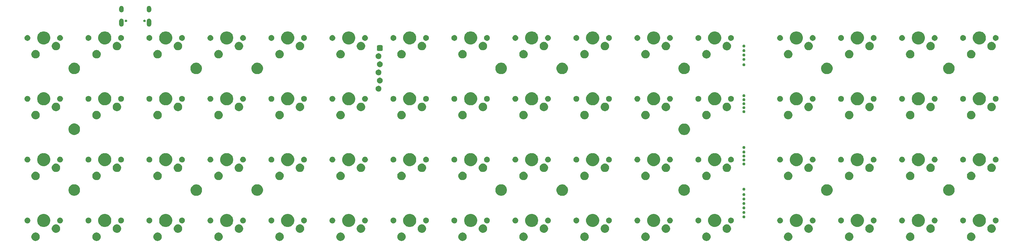
<source format=gbr>
G04 #@! TF.GenerationSoftware,KiCad,Pcbnew,(5.1.2-1)-1*
G04 #@! TF.CreationDate,2020-06-06T07:12:09-05:00*
G04 #@! TF.ProjectId,therick48.16,74686572-6963-46b3-9438-2e31362e6b69,rev?*
G04 #@! TF.SameCoordinates,Original*
G04 #@! TF.FileFunction,Soldermask,Top*
G04 #@! TF.FilePolarity,Negative*
%FSLAX46Y46*%
G04 Gerber Fmt 4.6, Leading zero omitted, Abs format (unit mm)*
G04 Created by KiCad (PCBNEW (5.1.2-1)-1) date 2020-06-06 07:12:09*
%MOMM*%
%LPD*%
G04 APERTURE LIST*
%ADD10C,0.100000*%
G04 APERTURE END LIST*
D10*
G36*
X205197169Y-105244383D02*
G01*
X205324776Y-105269765D01*
X205465602Y-105328097D01*
X205565181Y-105369344D01*
X205565182Y-105369345D01*
X205781543Y-105513912D01*
X205965542Y-105697911D01*
X206062139Y-105842479D01*
X206110110Y-105914273D01*
X206151357Y-106013852D01*
X206209689Y-106154678D01*
X206209689Y-106154680D01*
X206260401Y-106409624D01*
X206260454Y-106409893D01*
X206260454Y-106670107D01*
X206209689Y-106925322D01*
X206151357Y-107066148D01*
X206110110Y-107165727D01*
X206110109Y-107165728D01*
X205965542Y-107382089D01*
X205781543Y-107566088D01*
X205636975Y-107662685D01*
X205565181Y-107710656D01*
X205465602Y-107751903D01*
X205324776Y-107810235D01*
X205197168Y-107835618D01*
X205069563Y-107861000D01*
X204809345Y-107861000D01*
X204681740Y-107835618D01*
X204554132Y-107810235D01*
X204413306Y-107751903D01*
X204313727Y-107710656D01*
X204241933Y-107662685D01*
X204097365Y-107566088D01*
X203913366Y-107382089D01*
X203768799Y-107165728D01*
X203768798Y-107165727D01*
X203727551Y-107066148D01*
X203669219Y-106925322D01*
X203618454Y-106670107D01*
X203618454Y-106409893D01*
X203618508Y-106409624D01*
X203669219Y-106154680D01*
X203669219Y-106154678D01*
X203727551Y-106013852D01*
X203768798Y-105914273D01*
X203816769Y-105842479D01*
X203913366Y-105697911D01*
X204097365Y-105513912D01*
X204313726Y-105369345D01*
X204313727Y-105369344D01*
X204413306Y-105328097D01*
X204554132Y-105269765D01*
X204681740Y-105244382D01*
X204809345Y-105219000D01*
X205069563Y-105219000D01*
X205197169Y-105244383D01*
X205197169Y-105244383D01*
G37*
G36*
X186197715Y-105244383D02*
G01*
X186325322Y-105269765D01*
X186466148Y-105328097D01*
X186565727Y-105369344D01*
X186565728Y-105369345D01*
X186782089Y-105513912D01*
X186966088Y-105697911D01*
X187062685Y-105842479D01*
X187110656Y-105914273D01*
X187151903Y-106013852D01*
X187210235Y-106154678D01*
X187210235Y-106154680D01*
X187260947Y-106409624D01*
X187261000Y-106409893D01*
X187261000Y-106670107D01*
X187210235Y-106925322D01*
X187151903Y-107066148D01*
X187110656Y-107165727D01*
X187110655Y-107165728D01*
X186966088Y-107382089D01*
X186782089Y-107566088D01*
X186637521Y-107662685D01*
X186565727Y-107710656D01*
X186466148Y-107751903D01*
X186325322Y-107810235D01*
X186197714Y-107835618D01*
X186070109Y-107861000D01*
X185809891Y-107861000D01*
X185682286Y-107835618D01*
X185554678Y-107810235D01*
X185413852Y-107751903D01*
X185314273Y-107710656D01*
X185242479Y-107662685D01*
X185097911Y-107566088D01*
X184913912Y-107382089D01*
X184769345Y-107165728D01*
X184769344Y-107165727D01*
X184728097Y-107066148D01*
X184669765Y-106925322D01*
X184619000Y-106670107D01*
X184619000Y-106409893D01*
X184619054Y-106409624D01*
X184669765Y-106154680D01*
X184669765Y-106154678D01*
X184728097Y-106013852D01*
X184769344Y-105914273D01*
X184817315Y-105842479D01*
X184913912Y-105697911D01*
X185097911Y-105513912D01*
X185314272Y-105369345D01*
X185314273Y-105369344D01*
X185413852Y-105328097D01*
X185554678Y-105269765D01*
X185682286Y-105244382D01*
X185809891Y-105219000D01*
X186070109Y-105219000D01*
X186197715Y-105244383D01*
X186197715Y-105244383D01*
G37*
G36*
X167197715Y-105244383D02*
G01*
X167325322Y-105269765D01*
X167466148Y-105328097D01*
X167565727Y-105369344D01*
X167565728Y-105369345D01*
X167782089Y-105513912D01*
X167966088Y-105697911D01*
X168062685Y-105842479D01*
X168110656Y-105914273D01*
X168151903Y-106013852D01*
X168210235Y-106154678D01*
X168210235Y-106154680D01*
X168260947Y-106409624D01*
X168261000Y-106409893D01*
X168261000Y-106670107D01*
X168210235Y-106925322D01*
X168151903Y-107066148D01*
X168110656Y-107165727D01*
X168110655Y-107165728D01*
X167966088Y-107382089D01*
X167782089Y-107566088D01*
X167637521Y-107662685D01*
X167565727Y-107710656D01*
X167466148Y-107751903D01*
X167325322Y-107810235D01*
X167197714Y-107835618D01*
X167070109Y-107861000D01*
X166809891Y-107861000D01*
X166682286Y-107835618D01*
X166554678Y-107810235D01*
X166413852Y-107751903D01*
X166314273Y-107710656D01*
X166242479Y-107662685D01*
X166097911Y-107566088D01*
X165913912Y-107382089D01*
X165769345Y-107165728D01*
X165769344Y-107165727D01*
X165728097Y-107066148D01*
X165669765Y-106925322D01*
X165619000Y-106670107D01*
X165619000Y-106409893D01*
X165619054Y-106409624D01*
X165669765Y-106154680D01*
X165669765Y-106154678D01*
X165728097Y-106013852D01*
X165769344Y-105914273D01*
X165817315Y-105842479D01*
X165913912Y-105697911D01*
X166097911Y-105513912D01*
X166314272Y-105369345D01*
X166314273Y-105369344D01*
X166413852Y-105328097D01*
X166554678Y-105269765D01*
X166682286Y-105244382D01*
X166809891Y-105219000D01*
X167070109Y-105219000D01*
X167197715Y-105244383D01*
X167197715Y-105244383D01*
G37*
G36*
X129197715Y-105244383D02*
G01*
X129325322Y-105269765D01*
X129466148Y-105328097D01*
X129565727Y-105369344D01*
X129565728Y-105369345D01*
X129782089Y-105513912D01*
X129966088Y-105697911D01*
X130062685Y-105842479D01*
X130110656Y-105914273D01*
X130151903Y-106013852D01*
X130210235Y-106154678D01*
X130210235Y-106154680D01*
X130260947Y-106409624D01*
X130261000Y-106409893D01*
X130261000Y-106670107D01*
X130210235Y-106925322D01*
X130151903Y-107066148D01*
X130110656Y-107165727D01*
X130110655Y-107165728D01*
X129966088Y-107382089D01*
X129782089Y-107566088D01*
X129637521Y-107662685D01*
X129565727Y-107710656D01*
X129466148Y-107751903D01*
X129325322Y-107810235D01*
X129197714Y-107835618D01*
X129070109Y-107861000D01*
X128809891Y-107861000D01*
X128682286Y-107835618D01*
X128554678Y-107810235D01*
X128413852Y-107751903D01*
X128314273Y-107710656D01*
X128242479Y-107662685D01*
X128097911Y-107566088D01*
X127913912Y-107382089D01*
X127769345Y-107165728D01*
X127769344Y-107165727D01*
X127728097Y-107066148D01*
X127669765Y-106925322D01*
X127619000Y-106670107D01*
X127619000Y-106409893D01*
X127619054Y-106409624D01*
X127669765Y-106154680D01*
X127669765Y-106154678D01*
X127728097Y-106013852D01*
X127769344Y-105914273D01*
X127817315Y-105842479D01*
X127913912Y-105697911D01*
X128097911Y-105513912D01*
X128314272Y-105369345D01*
X128314273Y-105369344D01*
X128413852Y-105328097D01*
X128554678Y-105269765D01*
X128682286Y-105244382D01*
X128809891Y-105219000D01*
X129070109Y-105219000D01*
X129197715Y-105244383D01*
X129197715Y-105244383D01*
G37*
G36*
X110197715Y-105244383D02*
G01*
X110325322Y-105269765D01*
X110466148Y-105328097D01*
X110565727Y-105369344D01*
X110565728Y-105369345D01*
X110782089Y-105513912D01*
X110966088Y-105697911D01*
X111062685Y-105842479D01*
X111110656Y-105914273D01*
X111151903Y-106013852D01*
X111210235Y-106154678D01*
X111210235Y-106154680D01*
X111260947Y-106409624D01*
X111261000Y-106409893D01*
X111261000Y-106670107D01*
X111210235Y-106925322D01*
X111151903Y-107066148D01*
X111110656Y-107165727D01*
X111110655Y-107165728D01*
X110966088Y-107382089D01*
X110782089Y-107566088D01*
X110637521Y-107662685D01*
X110565727Y-107710656D01*
X110466148Y-107751903D01*
X110325322Y-107810235D01*
X110197714Y-107835618D01*
X110070109Y-107861000D01*
X109809891Y-107861000D01*
X109682286Y-107835618D01*
X109554678Y-107810235D01*
X109413852Y-107751903D01*
X109314273Y-107710656D01*
X109242479Y-107662685D01*
X109097911Y-107566088D01*
X108913912Y-107382089D01*
X108769345Y-107165728D01*
X108769344Y-107165727D01*
X108728097Y-107066148D01*
X108669765Y-106925322D01*
X108619000Y-106670107D01*
X108619000Y-106409893D01*
X108619054Y-106409624D01*
X108669765Y-106154680D01*
X108669765Y-106154678D01*
X108728097Y-106013852D01*
X108769344Y-105914273D01*
X108817315Y-105842479D01*
X108913912Y-105697911D01*
X109097911Y-105513912D01*
X109314272Y-105369345D01*
X109314273Y-105369344D01*
X109413852Y-105328097D01*
X109554678Y-105269765D01*
X109682286Y-105244382D01*
X109809891Y-105219000D01*
X110070109Y-105219000D01*
X110197715Y-105244383D01*
X110197715Y-105244383D01*
G37*
G36*
X91197715Y-105244383D02*
G01*
X91325322Y-105269765D01*
X91466148Y-105328097D01*
X91565727Y-105369344D01*
X91565728Y-105369345D01*
X91782089Y-105513912D01*
X91966088Y-105697911D01*
X92062685Y-105842479D01*
X92110656Y-105914273D01*
X92151903Y-106013852D01*
X92210235Y-106154678D01*
X92210235Y-106154680D01*
X92260947Y-106409624D01*
X92261000Y-106409893D01*
X92261000Y-106670107D01*
X92210235Y-106925322D01*
X92151903Y-107066148D01*
X92110656Y-107165727D01*
X92110655Y-107165728D01*
X91966088Y-107382089D01*
X91782089Y-107566088D01*
X91637521Y-107662685D01*
X91565727Y-107710656D01*
X91466148Y-107751903D01*
X91325322Y-107810235D01*
X91197714Y-107835618D01*
X91070109Y-107861000D01*
X90809891Y-107861000D01*
X90682286Y-107835618D01*
X90554678Y-107810235D01*
X90413852Y-107751903D01*
X90314273Y-107710656D01*
X90242479Y-107662685D01*
X90097911Y-107566088D01*
X89913912Y-107382089D01*
X89769345Y-107165728D01*
X89769344Y-107165727D01*
X89728097Y-107066148D01*
X89669765Y-106925322D01*
X89619000Y-106670107D01*
X89619000Y-106409893D01*
X89619054Y-106409624D01*
X89669765Y-106154680D01*
X89669765Y-106154678D01*
X89728097Y-106013852D01*
X89769344Y-105914273D01*
X89817315Y-105842479D01*
X89913912Y-105697911D01*
X90097911Y-105513912D01*
X90314272Y-105369345D01*
X90314273Y-105369344D01*
X90413852Y-105328097D01*
X90554678Y-105269765D01*
X90682286Y-105244382D01*
X90809891Y-105219000D01*
X91070109Y-105219000D01*
X91197715Y-105244383D01*
X91197715Y-105244383D01*
G37*
G36*
X72197715Y-105244383D02*
G01*
X72325322Y-105269765D01*
X72466148Y-105328097D01*
X72565727Y-105369344D01*
X72565728Y-105369345D01*
X72782089Y-105513912D01*
X72966088Y-105697911D01*
X73062685Y-105842479D01*
X73110656Y-105914273D01*
X73151903Y-106013852D01*
X73210235Y-106154678D01*
X73210235Y-106154680D01*
X73260947Y-106409624D01*
X73261000Y-106409893D01*
X73261000Y-106670107D01*
X73210235Y-106925322D01*
X73151903Y-107066148D01*
X73110656Y-107165727D01*
X73110655Y-107165728D01*
X72966088Y-107382089D01*
X72782089Y-107566088D01*
X72637521Y-107662685D01*
X72565727Y-107710656D01*
X72466148Y-107751903D01*
X72325322Y-107810235D01*
X72197714Y-107835618D01*
X72070109Y-107861000D01*
X71809891Y-107861000D01*
X71682286Y-107835618D01*
X71554678Y-107810235D01*
X71413852Y-107751903D01*
X71314273Y-107710656D01*
X71242479Y-107662685D01*
X71097911Y-107566088D01*
X70913912Y-107382089D01*
X70769345Y-107165728D01*
X70769344Y-107165727D01*
X70728097Y-107066148D01*
X70669765Y-106925322D01*
X70619000Y-106670107D01*
X70619000Y-106409893D01*
X70619054Y-106409624D01*
X70669765Y-106154680D01*
X70669765Y-106154678D01*
X70728097Y-106013852D01*
X70769344Y-105914273D01*
X70817315Y-105842479D01*
X70913912Y-105697911D01*
X71097911Y-105513912D01*
X71314272Y-105369345D01*
X71314273Y-105369344D01*
X71413852Y-105328097D01*
X71554678Y-105269765D01*
X71682286Y-105244382D01*
X71809891Y-105219000D01*
X72070109Y-105219000D01*
X72197715Y-105244383D01*
X72197715Y-105244383D01*
G37*
G36*
X53197715Y-105244383D02*
G01*
X53325322Y-105269765D01*
X53466148Y-105328097D01*
X53565727Y-105369344D01*
X53565728Y-105369345D01*
X53782089Y-105513912D01*
X53966088Y-105697911D01*
X54062685Y-105842479D01*
X54110656Y-105914273D01*
X54151903Y-106013852D01*
X54210235Y-106154678D01*
X54210235Y-106154680D01*
X54260947Y-106409624D01*
X54261000Y-106409893D01*
X54261000Y-106670107D01*
X54210235Y-106925322D01*
X54151903Y-107066148D01*
X54110656Y-107165727D01*
X54110655Y-107165728D01*
X53966088Y-107382089D01*
X53782089Y-107566088D01*
X53637521Y-107662685D01*
X53565727Y-107710656D01*
X53466148Y-107751903D01*
X53325322Y-107810235D01*
X53197714Y-107835618D01*
X53070109Y-107861000D01*
X52809891Y-107861000D01*
X52682286Y-107835618D01*
X52554678Y-107810235D01*
X52413852Y-107751903D01*
X52314273Y-107710656D01*
X52242479Y-107662685D01*
X52097911Y-107566088D01*
X51913912Y-107382089D01*
X51769345Y-107165728D01*
X51769344Y-107165727D01*
X51728097Y-107066148D01*
X51669765Y-106925322D01*
X51619000Y-106670107D01*
X51619000Y-106409893D01*
X51619054Y-106409624D01*
X51669765Y-106154680D01*
X51669765Y-106154678D01*
X51728097Y-106013852D01*
X51769344Y-105914273D01*
X51817315Y-105842479D01*
X51913912Y-105697911D01*
X52097911Y-105513912D01*
X52314272Y-105369345D01*
X52314273Y-105369344D01*
X52413852Y-105328097D01*
X52554678Y-105269765D01*
X52682286Y-105244382D01*
X52809891Y-105219000D01*
X53070109Y-105219000D01*
X53197715Y-105244383D01*
X53197715Y-105244383D01*
G37*
G36*
X287656943Y-105244116D02*
G01*
X287784550Y-105269498D01*
X287908886Y-105321000D01*
X288024955Y-105369077D01*
X288025356Y-105369345D01*
X288241317Y-105513645D01*
X288425316Y-105697644D01*
X288521913Y-105842212D01*
X288569884Y-105914006D01*
X288611131Y-106013585D01*
X288669463Y-106154411D01*
X288694845Y-106282018D01*
X288720228Y-106409624D01*
X288720228Y-106669842D01*
X288694846Y-106797447D01*
X288669463Y-106925055D01*
X288669352Y-106925322D01*
X288569884Y-107165460D01*
X288569705Y-107165728D01*
X288425316Y-107381822D01*
X288241317Y-107565821D01*
X288096749Y-107662418D01*
X288024955Y-107710389D01*
X287925376Y-107751636D01*
X287784550Y-107809968D01*
X287656942Y-107835351D01*
X287529337Y-107860733D01*
X287269119Y-107860733D01*
X287141514Y-107835351D01*
X287013906Y-107809968D01*
X286873080Y-107751636D01*
X286773501Y-107710389D01*
X286701707Y-107662418D01*
X286557139Y-107565821D01*
X286373140Y-107381822D01*
X286228751Y-107165728D01*
X286228572Y-107165460D01*
X286129104Y-106925322D01*
X286128993Y-106925055D01*
X286103610Y-106797447D01*
X286078228Y-106669842D01*
X286078228Y-106409624D01*
X286103610Y-106282019D01*
X286128993Y-106154411D01*
X286187325Y-106013585D01*
X286228572Y-105914006D01*
X286276543Y-105842212D01*
X286373140Y-105697644D01*
X286557139Y-105513645D01*
X286773100Y-105369345D01*
X286773501Y-105369077D01*
X286889570Y-105321000D01*
X287013906Y-105269498D01*
X287141513Y-105244116D01*
X287269119Y-105218733D01*
X287529337Y-105218733D01*
X287656943Y-105244116D01*
X287656943Y-105244116D01*
G37*
G36*
X243197069Y-105244116D02*
G01*
X243324676Y-105269498D01*
X243449012Y-105321000D01*
X243565081Y-105369077D01*
X243565482Y-105369345D01*
X243781443Y-105513645D01*
X243965442Y-105697644D01*
X244062039Y-105842212D01*
X244110010Y-105914006D01*
X244151257Y-106013585D01*
X244209589Y-106154411D01*
X244234971Y-106282018D01*
X244260354Y-106409624D01*
X244260354Y-106669842D01*
X244234972Y-106797447D01*
X244209589Y-106925055D01*
X244209478Y-106925322D01*
X244110010Y-107165460D01*
X244109831Y-107165728D01*
X243965442Y-107381822D01*
X243781443Y-107565821D01*
X243636875Y-107662418D01*
X243565081Y-107710389D01*
X243465502Y-107751636D01*
X243324676Y-107809968D01*
X243197068Y-107835351D01*
X243069463Y-107860733D01*
X242809245Y-107860733D01*
X242681640Y-107835351D01*
X242554032Y-107809968D01*
X242413206Y-107751636D01*
X242313627Y-107710389D01*
X242241833Y-107662418D01*
X242097265Y-107565821D01*
X241913266Y-107381822D01*
X241768877Y-107165728D01*
X241768698Y-107165460D01*
X241669230Y-106925322D01*
X241669119Y-106925055D01*
X241643736Y-106797447D01*
X241618354Y-106669842D01*
X241618354Y-106409624D01*
X241643737Y-106282018D01*
X241669119Y-106154411D01*
X241727451Y-106013585D01*
X241768698Y-105914006D01*
X241816669Y-105842212D01*
X241913266Y-105697644D01*
X242097265Y-105513645D01*
X242313226Y-105369345D01*
X242313627Y-105369077D01*
X242429696Y-105321000D01*
X242554032Y-105269498D01*
X242681639Y-105244116D01*
X242809245Y-105218733D01*
X243069463Y-105218733D01*
X243197069Y-105244116D01*
X243197069Y-105244116D01*
G37*
G36*
X224197715Y-105244116D02*
G01*
X224325322Y-105269498D01*
X224449658Y-105321000D01*
X224565727Y-105369077D01*
X224566128Y-105369345D01*
X224782089Y-105513645D01*
X224966088Y-105697644D01*
X225062685Y-105842212D01*
X225110656Y-105914006D01*
X225151903Y-106013585D01*
X225210235Y-106154411D01*
X225235617Y-106282018D01*
X225261000Y-106409624D01*
X225261000Y-106669842D01*
X225235618Y-106797447D01*
X225210235Y-106925055D01*
X225210124Y-106925322D01*
X225110656Y-107165460D01*
X225110477Y-107165728D01*
X224966088Y-107381822D01*
X224782089Y-107565821D01*
X224637521Y-107662418D01*
X224565727Y-107710389D01*
X224466148Y-107751636D01*
X224325322Y-107809968D01*
X224197714Y-107835351D01*
X224070109Y-107860733D01*
X223809891Y-107860733D01*
X223682286Y-107835351D01*
X223554678Y-107809968D01*
X223413852Y-107751636D01*
X223314273Y-107710389D01*
X223242479Y-107662418D01*
X223097911Y-107565821D01*
X222913912Y-107381822D01*
X222769523Y-107165728D01*
X222769344Y-107165460D01*
X222669876Y-106925322D01*
X222669765Y-106925055D01*
X222644382Y-106797447D01*
X222619000Y-106669842D01*
X222619000Y-106409624D01*
X222644383Y-106282018D01*
X222669765Y-106154411D01*
X222728097Y-106013585D01*
X222769344Y-105914006D01*
X222817315Y-105842212D01*
X222913912Y-105697644D01*
X223097911Y-105513645D01*
X223313872Y-105369345D01*
X223314273Y-105369077D01*
X223430342Y-105321000D01*
X223554678Y-105269498D01*
X223682285Y-105244116D01*
X223809891Y-105218733D01*
X224070109Y-105218733D01*
X224197715Y-105244116D01*
X224197715Y-105244116D01*
G37*
G36*
X344656793Y-105244116D02*
G01*
X344784400Y-105269498D01*
X344908736Y-105321000D01*
X345024805Y-105369077D01*
X345025206Y-105369345D01*
X345241167Y-105513645D01*
X345425166Y-105697644D01*
X345521763Y-105842212D01*
X345569734Y-105914006D01*
X345610981Y-106013585D01*
X345669313Y-106154411D01*
X345694696Y-106282019D01*
X345720078Y-106409624D01*
X345720078Y-106669842D01*
X345694696Y-106797447D01*
X345669313Y-106925055D01*
X345669202Y-106925322D01*
X345569734Y-107165460D01*
X345569555Y-107165728D01*
X345425166Y-107381822D01*
X345241167Y-107565821D01*
X345096599Y-107662418D01*
X345024805Y-107710389D01*
X344925226Y-107751636D01*
X344784400Y-107809968D01*
X344656792Y-107835351D01*
X344529187Y-107860733D01*
X344268969Y-107860733D01*
X344141364Y-107835351D01*
X344013756Y-107809968D01*
X343872930Y-107751636D01*
X343773351Y-107710389D01*
X343701557Y-107662418D01*
X343556989Y-107565821D01*
X343372990Y-107381822D01*
X343228601Y-107165728D01*
X343228422Y-107165460D01*
X343128954Y-106925322D01*
X343128843Y-106925055D01*
X343103460Y-106797447D01*
X343078078Y-106669842D01*
X343078078Y-106409624D01*
X343103460Y-106282019D01*
X343128843Y-106154411D01*
X343187175Y-106013585D01*
X343228422Y-105914006D01*
X343276393Y-105842212D01*
X343372990Y-105697644D01*
X343556989Y-105513645D01*
X343772950Y-105369345D01*
X343773351Y-105369077D01*
X343889420Y-105321000D01*
X344013756Y-105269498D01*
X344141363Y-105244116D01*
X344268969Y-105218733D01*
X344529187Y-105218733D01*
X344656793Y-105244116D01*
X344656793Y-105244116D01*
G37*
G36*
X325656843Y-105244116D02*
G01*
X325784450Y-105269498D01*
X325908786Y-105321000D01*
X326024855Y-105369077D01*
X326025256Y-105369345D01*
X326241217Y-105513645D01*
X326425216Y-105697644D01*
X326521813Y-105842212D01*
X326569784Y-105914006D01*
X326611031Y-106013585D01*
X326669363Y-106154411D01*
X326694746Y-106282019D01*
X326720128Y-106409624D01*
X326720128Y-106669842D01*
X326694746Y-106797447D01*
X326669363Y-106925055D01*
X326669252Y-106925322D01*
X326569784Y-107165460D01*
X326569605Y-107165728D01*
X326425216Y-107381822D01*
X326241217Y-107565821D01*
X326096649Y-107662418D01*
X326024855Y-107710389D01*
X325925276Y-107751636D01*
X325784450Y-107809968D01*
X325656842Y-107835351D01*
X325529237Y-107860733D01*
X325269019Y-107860733D01*
X325141414Y-107835351D01*
X325013806Y-107809968D01*
X324872980Y-107751636D01*
X324773401Y-107710389D01*
X324701607Y-107662418D01*
X324557039Y-107565821D01*
X324373040Y-107381822D01*
X324228651Y-107165728D01*
X324228472Y-107165460D01*
X324129004Y-106925322D01*
X324128893Y-106925055D01*
X324103510Y-106797447D01*
X324078128Y-106669842D01*
X324078128Y-106409624D01*
X324103510Y-106282019D01*
X324128893Y-106154411D01*
X324187225Y-106013585D01*
X324228472Y-105914006D01*
X324276443Y-105842212D01*
X324373040Y-105697644D01*
X324557039Y-105513645D01*
X324773000Y-105369345D01*
X324773401Y-105369077D01*
X324889470Y-105321000D01*
X325013806Y-105269498D01*
X325141413Y-105244116D01*
X325269019Y-105218733D01*
X325529237Y-105218733D01*
X325656843Y-105244116D01*
X325656843Y-105244116D01*
G37*
G36*
X306656893Y-105244116D02*
G01*
X306784500Y-105269498D01*
X306908836Y-105321000D01*
X307024905Y-105369077D01*
X307025306Y-105369345D01*
X307241267Y-105513645D01*
X307425266Y-105697644D01*
X307521863Y-105842212D01*
X307569834Y-105914006D01*
X307611081Y-106013585D01*
X307669413Y-106154411D01*
X307694796Y-106282019D01*
X307720178Y-106409624D01*
X307720178Y-106669842D01*
X307694796Y-106797447D01*
X307669413Y-106925055D01*
X307669302Y-106925322D01*
X307569834Y-107165460D01*
X307569655Y-107165728D01*
X307425266Y-107381822D01*
X307241267Y-107565821D01*
X307096699Y-107662418D01*
X307024905Y-107710389D01*
X306925326Y-107751636D01*
X306784500Y-107809968D01*
X306656892Y-107835351D01*
X306529287Y-107860733D01*
X306269069Y-107860733D01*
X306141464Y-107835351D01*
X306013856Y-107809968D01*
X305873030Y-107751636D01*
X305773451Y-107710389D01*
X305701657Y-107662418D01*
X305557089Y-107565821D01*
X305373090Y-107381822D01*
X305228701Y-107165728D01*
X305228522Y-107165460D01*
X305129054Y-106925322D01*
X305128943Y-106925055D01*
X305103560Y-106797447D01*
X305078178Y-106669842D01*
X305078178Y-106409624D01*
X305103560Y-106282019D01*
X305128943Y-106154411D01*
X305187275Y-106013585D01*
X305228522Y-105914006D01*
X305276493Y-105842212D01*
X305373090Y-105697644D01*
X305557089Y-105513645D01*
X305773050Y-105369345D01*
X305773451Y-105369077D01*
X305889520Y-105321000D01*
X306013856Y-105269498D01*
X306141463Y-105244116D01*
X306269069Y-105218733D01*
X306529287Y-105218733D01*
X306656893Y-105244116D01*
X306656893Y-105244116D01*
G37*
G36*
X148197715Y-105244116D02*
G01*
X148325322Y-105269498D01*
X148449658Y-105321000D01*
X148565727Y-105369077D01*
X148566128Y-105369345D01*
X148782089Y-105513645D01*
X148966088Y-105697644D01*
X149062685Y-105842212D01*
X149110656Y-105914006D01*
X149151903Y-106013585D01*
X149210235Y-106154411D01*
X149235618Y-106282019D01*
X149261000Y-106409624D01*
X149261000Y-106669842D01*
X149235618Y-106797447D01*
X149210235Y-106925055D01*
X149210124Y-106925322D01*
X149110656Y-107165460D01*
X149110477Y-107165728D01*
X148966088Y-107381822D01*
X148782089Y-107565821D01*
X148637521Y-107662418D01*
X148565727Y-107710389D01*
X148466148Y-107751636D01*
X148325322Y-107809968D01*
X148197714Y-107835351D01*
X148070109Y-107860733D01*
X147809891Y-107860733D01*
X147682286Y-107835351D01*
X147554678Y-107809968D01*
X147413852Y-107751636D01*
X147314273Y-107710389D01*
X147242479Y-107662418D01*
X147097911Y-107565821D01*
X146913912Y-107381822D01*
X146769523Y-107165728D01*
X146769344Y-107165460D01*
X146669876Y-106925322D01*
X146669765Y-106925055D01*
X146644383Y-106797448D01*
X146619000Y-106669842D01*
X146619000Y-106409624D01*
X146644383Y-106282018D01*
X146669765Y-106154411D01*
X146728097Y-106013585D01*
X146769344Y-105914006D01*
X146817315Y-105842212D01*
X146913912Y-105697644D01*
X147097911Y-105513645D01*
X147313872Y-105369345D01*
X147314273Y-105369077D01*
X147430342Y-105321000D01*
X147554678Y-105269498D01*
X147682285Y-105244116D01*
X147809891Y-105218733D01*
X148070109Y-105218733D01*
X148197715Y-105244116D01*
X148197715Y-105244116D01*
G37*
G36*
X262197019Y-105244116D02*
G01*
X262324626Y-105269498D01*
X262448962Y-105321000D01*
X262565031Y-105369077D01*
X262565432Y-105369345D01*
X262781393Y-105513645D01*
X262965392Y-105697644D01*
X263061989Y-105842212D01*
X263109960Y-105914006D01*
X263151207Y-106013585D01*
X263209539Y-106154411D01*
X263234921Y-106282018D01*
X263260304Y-106409624D01*
X263260304Y-106669842D01*
X263234922Y-106797447D01*
X263209539Y-106925055D01*
X263209428Y-106925322D01*
X263109960Y-107165460D01*
X263109781Y-107165728D01*
X262965392Y-107381822D01*
X262781393Y-107565821D01*
X262636825Y-107662418D01*
X262565031Y-107710389D01*
X262465452Y-107751636D01*
X262324626Y-107809968D01*
X262197018Y-107835351D01*
X262069413Y-107860733D01*
X261809195Y-107860733D01*
X261681590Y-107835351D01*
X261553982Y-107809968D01*
X261413156Y-107751636D01*
X261313577Y-107710389D01*
X261241783Y-107662418D01*
X261097215Y-107565821D01*
X260913216Y-107381822D01*
X260768827Y-107165728D01*
X260768648Y-107165460D01*
X260669180Y-106925322D01*
X260669069Y-106925055D01*
X260643686Y-106797447D01*
X260618304Y-106669842D01*
X260618304Y-106409624D01*
X260643686Y-106282019D01*
X260669069Y-106154411D01*
X260727401Y-106013585D01*
X260768648Y-105914006D01*
X260816619Y-105842212D01*
X260913216Y-105697644D01*
X261097215Y-105513645D01*
X261313176Y-105369345D01*
X261313577Y-105369077D01*
X261429646Y-105321000D01*
X261553982Y-105269498D01*
X261681589Y-105244116D01*
X261809195Y-105218733D01*
X262069413Y-105218733D01*
X262197019Y-105244116D01*
X262197019Y-105244116D01*
G37*
G36*
X78547714Y-102704382D02*
G01*
X78675322Y-102729765D01*
X78816148Y-102788097D01*
X78915727Y-102829344D01*
X78915728Y-102829345D01*
X79132089Y-102973912D01*
X79316088Y-103157911D01*
X79392431Y-103272167D01*
X79460656Y-103374273D01*
X79501903Y-103473852D01*
X79560235Y-103614678D01*
X79560235Y-103614680D01*
X79610947Y-103869624D01*
X79611000Y-103869893D01*
X79611000Y-104130107D01*
X79560235Y-104385322D01*
X79501903Y-104526148D01*
X79460656Y-104625727D01*
X79460655Y-104625728D01*
X79316088Y-104842089D01*
X79132089Y-105026088D01*
X78987521Y-105122685D01*
X78915727Y-105170656D01*
X78816148Y-105211903D01*
X78675322Y-105270235D01*
X78547714Y-105295618D01*
X78420109Y-105321000D01*
X78159891Y-105321000D01*
X78032286Y-105295618D01*
X77904678Y-105270235D01*
X77763852Y-105211903D01*
X77664273Y-105170656D01*
X77592479Y-105122685D01*
X77447911Y-105026088D01*
X77263912Y-104842089D01*
X77119345Y-104625728D01*
X77119344Y-104625727D01*
X77078097Y-104526148D01*
X77019765Y-104385322D01*
X76969000Y-104130107D01*
X76969000Y-103869893D01*
X76969054Y-103869624D01*
X77019765Y-103614680D01*
X77019765Y-103614678D01*
X77078097Y-103473852D01*
X77119344Y-103374273D01*
X77187569Y-103272167D01*
X77263912Y-103157911D01*
X77447911Y-102973912D01*
X77664272Y-102829345D01*
X77664273Y-102829344D01*
X77763852Y-102788097D01*
X77904678Y-102729765D01*
X78032285Y-102704383D01*
X78159891Y-102679000D01*
X78420109Y-102679000D01*
X78547714Y-102704382D01*
X78547714Y-102704382D01*
G37*
G36*
X97547714Y-102704382D02*
G01*
X97675322Y-102729765D01*
X97816148Y-102788097D01*
X97915727Y-102829344D01*
X97915728Y-102829345D01*
X98132089Y-102973912D01*
X98316088Y-103157911D01*
X98392431Y-103272167D01*
X98460656Y-103374273D01*
X98501903Y-103473852D01*
X98560235Y-103614678D01*
X98560235Y-103614680D01*
X98610947Y-103869624D01*
X98611000Y-103869893D01*
X98611000Y-104130107D01*
X98560235Y-104385322D01*
X98501903Y-104526148D01*
X98460656Y-104625727D01*
X98460655Y-104625728D01*
X98316088Y-104842089D01*
X98132089Y-105026088D01*
X97987521Y-105122685D01*
X97915727Y-105170656D01*
X97816148Y-105211903D01*
X97675322Y-105270235D01*
X97547714Y-105295618D01*
X97420109Y-105321000D01*
X97159891Y-105321000D01*
X97032286Y-105295618D01*
X96904678Y-105270235D01*
X96763852Y-105211903D01*
X96664273Y-105170656D01*
X96592479Y-105122685D01*
X96447911Y-105026088D01*
X96263912Y-104842089D01*
X96119345Y-104625728D01*
X96119344Y-104625727D01*
X96078097Y-104526148D01*
X96019765Y-104385322D01*
X95969000Y-104130107D01*
X95969000Y-103869893D01*
X95969054Y-103869624D01*
X96019765Y-103614680D01*
X96019765Y-103614678D01*
X96078097Y-103473852D01*
X96119344Y-103374273D01*
X96187569Y-103272167D01*
X96263912Y-103157911D01*
X96447911Y-102973912D01*
X96664272Y-102829345D01*
X96664273Y-102829344D01*
X96763852Y-102788097D01*
X96904678Y-102729765D01*
X97032285Y-102704383D01*
X97159891Y-102679000D01*
X97420109Y-102679000D01*
X97547714Y-102704382D01*
X97547714Y-102704382D01*
G37*
G36*
X59547714Y-102704382D02*
G01*
X59675322Y-102729765D01*
X59816148Y-102788097D01*
X59915727Y-102829344D01*
X59915728Y-102829345D01*
X60132089Y-102973912D01*
X60316088Y-103157911D01*
X60392431Y-103272167D01*
X60460656Y-103374273D01*
X60501903Y-103473852D01*
X60560235Y-103614678D01*
X60560235Y-103614680D01*
X60610947Y-103869624D01*
X60611000Y-103869893D01*
X60611000Y-104130107D01*
X60560235Y-104385322D01*
X60501903Y-104526148D01*
X60460656Y-104625727D01*
X60460655Y-104625728D01*
X60316088Y-104842089D01*
X60132089Y-105026088D01*
X59987521Y-105122685D01*
X59915727Y-105170656D01*
X59816148Y-105211903D01*
X59675322Y-105270235D01*
X59547714Y-105295618D01*
X59420109Y-105321000D01*
X59159891Y-105321000D01*
X59032286Y-105295618D01*
X58904678Y-105270235D01*
X58763852Y-105211903D01*
X58664273Y-105170656D01*
X58592479Y-105122685D01*
X58447911Y-105026088D01*
X58263912Y-104842089D01*
X58119345Y-104625728D01*
X58119344Y-104625727D01*
X58078097Y-104526148D01*
X58019765Y-104385322D01*
X57969000Y-104130107D01*
X57969000Y-103869893D01*
X57969054Y-103869624D01*
X58019765Y-103614680D01*
X58019765Y-103614678D01*
X58078097Y-103473852D01*
X58119344Y-103374273D01*
X58187569Y-103272167D01*
X58263912Y-103157911D01*
X58447911Y-102973912D01*
X58664272Y-102829345D01*
X58664273Y-102829344D01*
X58763852Y-102788097D01*
X58904678Y-102729765D01*
X59032285Y-102704383D01*
X59159891Y-102679000D01*
X59420109Y-102679000D01*
X59547714Y-102704382D01*
X59547714Y-102704382D01*
G37*
G36*
X116547714Y-102704382D02*
G01*
X116675322Y-102729765D01*
X116816148Y-102788097D01*
X116915727Y-102829344D01*
X116915728Y-102829345D01*
X117132089Y-102973912D01*
X117316088Y-103157911D01*
X117392431Y-103272167D01*
X117460656Y-103374273D01*
X117501903Y-103473852D01*
X117560235Y-103614678D01*
X117560235Y-103614680D01*
X117610947Y-103869624D01*
X117611000Y-103869893D01*
X117611000Y-104130107D01*
X117560235Y-104385322D01*
X117501903Y-104526148D01*
X117460656Y-104625727D01*
X117460655Y-104625728D01*
X117316088Y-104842089D01*
X117132089Y-105026088D01*
X116987521Y-105122685D01*
X116915727Y-105170656D01*
X116816148Y-105211903D01*
X116675322Y-105270235D01*
X116547714Y-105295618D01*
X116420109Y-105321000D01*
X116159891Y-105321000D01*
X116032286Y-105295618D01*
X115904678Y-105270235D01*
X115763852Y-105211903D01*
X115664273Y-105170656D01*
X115592479Y-105122685D01*
X115447911Y-105026088D01*
X115263912Y-104842089D01*
X115119345Y-104625728D01*
X115119344Y-104625727D01*
X115078097Y-104526148D01*
X115019765Y-104385322D01*
X114969000Y-104130107D01*
X114969000Y-103869893D01*
X114969054Y-103869624D01*
X115019765Y-103614680D01*
X115019765Y-103614678D01*
X115078097Y-103473852D01*
X115119344Y-103374273D01*
X115187569Y-103272167D01*
X115263912Y-103157911D01*
X115447911Y-102973912D01*
X115664272Y-102829345D01*
X115664273Y-102829344D01*
X115763852Y-102788097D01*
X115904678Y-102729765D01*
X116032285Y-102704383D01*
X116159891Y-102679000D01*
X116420109Y-102679000D01*
X116547714Y-102704382D01*
X116547714Y-102704382D01*
G37*
G36*
X211547168Y-102704382D02*
G01*
X211674776Y-102729765D01*
X211815602Y-102788097D01*
X211915181Y-102829344D01*
X211915182Y-102829345D01*
X212131543Y-102973912D01*
X212315542Y-103157911D01*
X212391885Y-103272167D01*
X212460110Y-103374273D01*
X212501357Y-103473852D01*
X212559689Y-103614678D01*
X212559689Y-103614680D01*
X212610401Y-103869624D01*
X212610454Y-103869893D01*
X212610454Y-104130107D01*
X212559689Y-104385322D01*
X212501357Y-104526148D01*
X212460110Y-104625727D01*
X212460109Y-104625728D01*
X212315542Y-104842089D01*
X212131543Y-105026088D01*
X211986975Y-105122685D01*
X211915181Y-105170656D01*
X211815602Y-105211903D01*
X211674776Y-105270235D01*
X211547168Y-105295618D01*
X211419563Y-105321000D01*
X211159345Y-105321000D01*
X211031740Y-105295618D01*
X210904132Y-105270235D01*
X210763306Y-105211903D01*
X210663727Y-105170656D01*
X210591933Y-105122685D01*
X210447365Y-105026088D01*
X210263366Y-104842089D01*
X210118799Y-104625728D01*
X210118798Y-104625727D01*
X210077551Y-104526148D01*
X210019219Y-104385322D01*
X209968454Y-104130107D01*
X209968454Y-103869893D01*
X209968508Y-103869624D01*
X210019219Y-103614680D01*
X210019219Y-103614678D01*
X210077551Y-103473852D01*
X210118798Y-103374273D01*
X210187023Y-103272167D01*
X210263366Y-103157911D01*
X210447365Y-102973912D01*
X210663726Y-102829345D01*
X210663727Y-102829344D01*
X210763306Y-102788097D01*
X210904132Y-102729765D01*
X211031739Y-102704383D01*
X211159345Y-102679000D01*
X211419563Y-102679000D01*
X211547168Y-102704382D01*
X211547168Y-102704382D01*
G37*
G36*
X135547714Y-102704382D02*
G01*
X135675322Y-102729765D01*
X135816148Y-102788097D01*
X135915727Y-102829344D01*
X135915728Y-102829345D01*
X136132089Y-102973912D01*
X136316088Y-103157911D01*
X136392431Y-103272167D01*
X136460656Y-103374273D01*
X136501903Y-103473852D01*
X136560235Y-103614678D01*
X136560235Y-103614680D01*
X136610947Y-103869624D01*
X136611000Y-103869893D01*
X136611000Y-104130107D01*
X136560235Y-104385322D01*
X136501903Y-104526148D01*
X136460656Y-104625727D01*
X136460655Y-104625728D01*
X136316088Y-104842089D01*
X136132089Y-105026088D01*
X135987521Y-105122685D01*
X135915727Y-105170656D01*
X135816148Y-105211903D01*
X135675322Y-105270235D01*
X135547714Y-105295618D01*
X135420109Y-105321000D01*
X135159891Y-105321000D01*
X135032286Y-105295618D01*
X134904678Y-105270235D01*
X134763852Y-105211903D01*
X134664273Y-105170656D01*
X134592479Y-105122685D01*
X134447911Y-105026088D01*
X134263912Y-104842089D01*
X134119345Y-104625728D01*
X134119344Y-104625727D01*
X134078097Y-104526148D01*
X134019765Y-104385322D01*
X133969000Y-104130107D01*
X133969000Y-103869893D01*
X133969054Y-103869624D01*
X134019765Y-103614680D01*
X134019765Y-103614678D01*
X134078097Y-103473852D01*
X134119344Y-103374273D01*
X134187569Y-103272167D01*
X134263912Y-103157911D01*
X134447911Y-102973912D01*
X134664272Y-102829345D01*
X134664273Y-102829344D01*
X134763852Y-102788097D01*
X134904678Y-102729765D01*
X135032285Y-102704383D01*
X135159891Y-102679000D01*
X135420109Y-102679000D01*
X135547714Y-102704382D01*
X135547714Y-102704382D01*
G37*
G36*
X173547714Y-102704382D02*
G01*
X173675322Y-102729765D01*
X173816148Y-102788097D01*
X173915727Y-102829344D01*
X173915728Y-102829345D01*
X174132089Y-102973912D01*
X174316088Y-103157911D01*
X174392431Y-103272167D01*
X174460656Y-103374273D01*
X174501903Y-103473852D01*
X174560235Y-103614678D01*
X174560235Y-103614680D01*
X174610947Y-103869624D01*
X174611000Y-103869893D01*
X174611000Y-104130107D01*
X174560235Y-104385322D01*
X174501903Y-104526148D01*
X174460656Y-104625727D01*
X174460655Y-104625728D01*
X174316088Y-104842089D01*
X174132089Y-105026088D01*
X173987521Y-105122685D01*
X173915727Y-105170656D01*
X173816148Y-105211903D01*
X173675322Y-105270235D01*
X173547714Y-105295618D01*
X173420109Y-105321000D01*
X173159891Y-105321000D01*
X173032286Y-105295618D01*
X172904678Y-105270235D01*
X172763852Y-105211903D01*
X172664273Y-105170656D01*
X172592479Y-105122685D01*
X172447911Y-105026088D01*
X172263912Y-104842089D01*
X172119345Y-104625728D01*
X172119344Y-104625727D01*
X172078097Y-104526148D01*
X172019765Y-104385322D01*
X171969000Y-104130107D01*
X171969000Y-103869893D01*
X171969054Y-103869624D01*
X172019765Y-103614680D01*
X172019765Y-103614678D01*
X172078097Y-103473852D01*
X172119344Y-103374273D01*
X172187569Y-103272167D01*
X172263912Y-103157911D01*
X172447911Y-102973912D01*
X172664272Y-102829345D01*
X172664273Y-102829344D01*
X172763852Y-102788097D01*
X172904678Y-102729765D01*
X173032285Y-102704383D01*
X173159891Y-102679000D01*
X173420109Y-102679000D01*
X173547714Y-102704382D01*
X173547714Y-102704382D01*
G37*
G36*
X192547714Y-102704382D02*
G01*
X192675322Y-102729765D01*
X192816148Y-102788097D01*
X192915727Y-102829344D01*
X192915728Y-102829345D01*
X193132089Y-102973912D01*
X193316088Y-103157911D01*
X193392431Y-103272167D01*
X193460656Y-103374273D01*
X193501903Y-103473852D01*
X193560235Y-103614678D01*
X193560235Y-103614680D01*
X193610947Y-103869624D01*
X193611000Y-103869893D01*
X193611000Y-104130107D01*
X193560235Y-104385322D01*
X193501903Y-104526148D01*
X193460656Y-104625727D01*
X193460655Y-104625728D01*
X193316088Y-104842089D01*
X193132089Y-105026088D01*
X192987521Y-105122685D01*
X192915727Y-105170656D01*
X192816148Y-105211903D01*
X192675322Y-105270235D01*
X192547714Y-105295618D01*
X192420109Y-105321000D01*
X192159891Y-105321000D01*
X192032286Y-105295618D01*
X191904678Y-105270235D01*
X191763852Y-105211903D01*
X191664273Y-105170656D01*
X191592479Y-105122685D01*
X191447911Y-105026088D01*
X191263912Y-104842089D01*
X191119345Y-104625728D01*
X191119344Y-104625727D01*
X191078097Y-104526148D01*
X191019765Y-104385322D01*
X190969000Y-104130107D01*
X190969000Y-103869893D01*
X190969054Y-103869624D01*
X191019765Y-103614680D01*
X191019765Y-103614678D01*
X191078097Y-103473852D01*
X191119344Y-103374273D01*
X191187569Y-103272167D01*
X191263912Y-103157911D01*
X191447911Y-102973912D01*
X191664272Y-102829345D01*
X191664273Y-102829344D01*
X191763852Y-102788097D01*
X191904678Y-102729765D01*
X192032285Y-102704383D01*
X192159891Y-102679000D01*
X192420109Y-102679000D01*
X192547714Y-102704382D01*
X192547714Y-102704382D01*
G37*
G36*
X294006942Y-102704115D02*
G01*
X294134550Y-102729498D01*
X294216753Y-102763548D01*
X294374955Y-102829077D01*
X294375356Y-102829345D01*
X294591317Y-102973645D01*
X294775316Y-103157644D01*
X294851659Y-103271900D01*
X294919884Y-103374006D01*
X294941551Y-103426315D01*
X295019463Y-103614411D01*
X295044845Y-103742018D01*
X295070228Y-103869624D01*
X295070228Y-104129842D01*
X295044846Y-104257447D01*
X295019463Y-104385055D01*
X295019352Y-104385322D01*
X294919884Y-104625460D01*
X294919705Y-104625728D01*
X294775316Y-104841822D01*
X294591317Y-105025821D01*
X294446749Y-105122418D01*
X294374955Y-105170389D01*
X294275376Y-105211636D01*
X294134550Y-105269968D01*
X294006942Y-105295351D01*
X293879337Y-105320733D01*
X293619119Y-105320733D01*
X293491514Y-105295351D01*
X293363906Y-105269968D01*
X293223080Y-105211636D01*
X293123501Y-105170389D01*
X293051707Y-105122418D01*
X292907139Y-105025821D01*
X292723140Y-104841822D01*
X292578751Y-104625728D01*
X292578572Y-104625460D01*
X292479104Y-104385322D01*
X292478993Y-104385055D01*
X292453610Y-104257447D01*
X292428228Y-104129842D01*
X292428228Y-103869624D01*
X292453611Y-103742018D01*
X292478993Y-103614411D01*
X292556905Y-103426315D01*
X292578572Y-103374006D01*
X292646797Y-103271900D01*
X292723140Y-103157644D01*
X292907139Y-102973645D01*
X293123100Y-102829345D01*
X293123501Y-102829077D01*
X293281703Y-102763548D01*
X293363906Y-102729498D01*
X293491514Y-102704115D01*
X293619119Y-102678733D01*
X293879337Y-102678733D01*
X294006942Y-102704115D01*
X294006942Y-102704115D01*
G37*
G36*
X351006792Y-102704115D02*
G01*
X351134400Y-102729498D01*
X351216603Y-102763548D01*
X351374805Y-102829077D01*
X351375206Y-102829345D01*
X351591167Y-102973645D01*
X351775166Y-103157644D01*
X351851509Y-103271900D01*
X351919734Y-103374006D01*
X351941401Y-103426315D01*
X352019313Y-103614411D01*
X352044695Y-103742018D01*
X352070078Y-103869624D01*
X352070078Y-104129842D01*
X352044696Y-104257447D01*
X352019313Y-104385055D01*
X352019202Y-104385322D01*
X351919734Y-104625460D01*
X351919555Y-104625728D01*
X351775166Y-104841822D01*
X351591167Y-105025821D01*
X351446599Y-105122418D01*
X351374805Y-105170389D01*
X351275226Y-105211636D01*
X351134400Y-105269968D01*
X351006792Y-105295351D01*
X350879187Y-105320733D01*
X350618969Y-105320733D01*
X350491364Y-105295351D01*
X350363756Y-105269968D01*
X350222930Y-105211636D01*
X350123351Y-105170389D01*
X350051557Y-105122418D01*
X349906989Y-105025821D01*
X349722990Y-104841822D01*
X349578601Y-104625728D01*
X349578422Y-104625460D01*
X349478954Y-104385322D01*
X349478843Y-104385055D01*
X349453460Y-104257447D01*
X349428078Y-104129842D01*
X349428078Y-103869624D01*
X349453461Y-103742018D01*
X349478843Y-103614411D01*
X349556755Y-103426315D01*
X349578422Y-103374006D01*
X349646647Y-103271900D01*
X349722990Y-103157644D01*
X349906989Y-102973645D01*
X350122950Y-102829345D01*
X350123351Y-102829077D01*
X350281553Y-102763548D01*
X350363756Y-102729498D01*
X350491364Y-102704115D01*
X350618969Y-102678733D01*
X350879187Y-102678733D01*
X351006792Y-102704115D01*
X351006792Y-102704115D01*
G37*
G36*
X249547068Y-102704115D02*
G01*
X249674676Y-102729498D01*
X249756879Y-102763548D01*
X249915081Y-102829077D01*
X249915482Y-102829345D01*
X250131443Y-102973645D01*
X250315442Y-103157644D01*
X250391785Y-103271900D01*
X250460010Y-103374006D01*
X250481677Y-103426315D01*
X250559589Y-103614411D01*
X250584972Y-103742019D01*
X250610354Y-103869624D01*
X250610354Y-104129842D01*
X250584972Y-104257447D01*
X250559589Y-104385055D01*
X250559478Y-104385322D01*
X250460010Y-104625460D01*
X250459831Y-104625728D01*
X250315442Y-104841822D01*
X250131443Y-105025821D01*
X249986875Y-105122418D01*
X249915081Y-105170389D01*
X249815502Y-105211636D01*
X249674676Y-105269968D01*
X249547068Y-105295351D01*
X249419463Y-105320733D01*
X249159245Y-105320733D01*
X249031640Y-105295351D01*
X248904032Y-105269968D01*
X248763206Y-105211636D01*
X248663627Y-105170389D01*
X248591833Y-105122418D01*
X248447265Y-105025821D01*
X248263266Y-104841822D01*
X248118877Y-104625728D01*
X248118698Y-104625460D01*
X248019230Y-104385322D01*
X248019119Y-104385055D01*
X247993737Y-104257448D01*
X247968354Y-104129842D01*
X247968354Y-103869624D01*
X247993737Y-103742018D01*
X248019119Y-103614411D01*
X248097031Y-103426315D01*
X248118698Y-103374006D01*
X248186923Y-103271900D01*
X248263266Y-103157644D01*
X248447265Y-102973645D01*
X248663226Y-102829345D01*
X248663627Y-102829077D01*
X248821829Y-102763548D01*
X248904032Y-102729498D01*
X249031640Y-102704115D01*
X249159245Y-102678733D01*
X249419463Y-102678733D01*
X249547068Y-102704115D01*
X249547068Y-102704115D01*
G37*
G36*
X313006892Y-102704115D02*
G01*
X313134500Y-102729498D01*
X313216703Y-102763548D01*
X313374905Y-102829077D01*
X313375306Y-102829345D01*
X313591267Y-102973645D01*
X313775266Y-103157644D01*
X313851609Y-103271900D01*
X313919834Y-103374006D01*
X313941501Y-103426315D01*
X314019413Y-103614411D01*
X314044795Y-103742018D01*
X314070178Y-103869624D01*
X314070178Y-104129842D01*
X314044796Y-104257447D01*
X314019413Y-104385055D01*
X314019302Y-104385322D01*
X313919834Y-104625460D01*
X313919655Y-104625728D01*
X313775266Y-104841822D01*
X313591267Y-105025821D01*
X313446699Y-105122418D01*
X313374905Y-105170389D01*
X313275326Y-105211636D01*
X313134500Y-105269968D01*
X313006892Y-105295351D01*
X312879287Y-105320733D01*
X312619069Y-105320733D01*
X312491464Y-105295351D01*
X312363856Y-105269968D01*
X312223030Y-105211636D01*
X312123451Y-105170389D01*
X312051657Y-105122418D01*
X311907089Y-105025821D01*
X311723090Y-104841822D01*
X311578701Y-104625728D01*
X311578522Y-104625460D01*
X311479054Y-104385322D01*
X311478943Y-104385055D01*
X311453560Y-104257447D01*
X311428178Y-104129842D01*
X311428178Y-103869624D01*
X311453561Y-103742018D01*
X311478943Y-103614411D01*
X311556855Y-103426315D01*
X311578522Y-103374006D01*
X311646747Y-103271900D01*
X311723090Y-103157644D01*
X311907089Y-102973645D01*
X312123050Y-102829345D01*
X312123451Y-102829077D01*
X312281653Y-102763548D01*
X312363856Y-102729498D01*
X312491464Y-102704115D01*
X312619069Y-102678733D01*
X312879287Y-102678733D01*
X313006892Y-102704115D01*
X313006892Y-102704115D01*
G37*
G36*
X332006842Y-102704115D02*
G01*
X332134450Y-102729498D01*
X332216653Y-102763548D01*
X332374855Y-102829077D01*
X332375256Y-102829345D01*
X332591217Y-102973645D01*
X332775216Y-103157644D01*
X332851559Y-103271900D01*
X332919784Y-103374006D01*
X332941451Y-103426315D01*
X333019363Y-103614411D01*
X333044745Y-103742018D01*
X333070128Y-103869624D01*
X333070128Y-104129842D01*
X333044746Y-104257447D01*
X333019363Y-104385055D01*
X333019252Y-104385322D01*
X332919784Y-104625460D01*
X332919605Y-104625728D01*
X332775216Y-104841822D01*
X332591217Y-105025821D01*
X332446649Y-105122418D01*
X332374855Y-105170389D01*
X332275276Y-105211636D01*
X332134450Y-105269968D01*
X332006842Y-105295351D01*
X331879237Y-105320733D01*
X331619019Y-105320733D01*
X331491414Y-105295351D01*
X331363806Y-105269968D01*
X331222980Y-105211636D01*
X331123401Y-105170389D01*
X331051607Y-105122418D01*
X330907039Y-105025821D01*
X330723040Y-104841822D01*
X330578651Y-104625728D01*
X330578472Y-104625460D01*
X330479004Y-104385322D01*
X330478893Y-104385055D01*
X330453510Y-104257447D01*
X330428128Y-104129842D01*
X330428128Y-103869624D01*
X330453511Y-103742018D01*
X330478893Y-103614411D01*
X330556805Y-103426315D01*
X330578472Y-103374006D01*
X330646697Y-103271900D01*
X330723040Y-103157644D01*
X330907039Y-102973645D01*
X331123000Y-102829345D01*
X331123401Y-102829077D01*
X331281603Y-102763548D01*
X331363806Y-102729498D01*
X331491414Y-102704115D01*
X331619019Y-102678733D01*
X331879237Y-102678733D01*
X332006842Y-102704115D01*
X332006842Y-102704115D01*
G37*
G36*
X268547018Y-102704115D02*
G01*
X268674626Y-102729498D01*
X268756829Y-102763548D01*
X268915031Y-102829077D01*
X268915432Y-102829345D01*
X269131393Y-102973645D01*
X269315392Y-103157644D01*
X269391735Y-103271900D01*
X269459960Y-103374006D01*
X269481627Y-103426315D01*
X269559539Y-103614411D01*
X269584922Y-103742019D01*
X269610304Y-103869624D01*
X269610304Y-104129842D01*
X269584922Y-104257447D01*
X269559539Y-104385055D01*
X269559428Y-104385322D01*
X269459960Y-104625460D01*
X269459781Y-104625728D01*
X269315392Y-104841822D01*
X269131393Y-105025821D01*
X268986825Y-105122418D01*
X268915031Y-105170389D01*
X268815452Y-105211636D01*
X268674626Y-105269968D01*
X268547018Y-105295351D01*
X268419413Y-105320733D01*
X268159195Y-105320733D01*
X268031590Y-105295351D01*
X267903982Y-105269968D01*
X267763156Y-105211636D01*
X267663577Y-105170389D01*
X267591783Y-105122418D01*
X267447215Y-105025821D01*
X267263216Y-104841822D01*
X267118827Y-104625728D01*
X267118648Y-104625460D01*
X267019180Y-104385322D01*
X267019069Y-104385055D01*
X266993687Y-104257448D01*
X266968304Y-104129842D01*
X266968304Y-103869624D01*
X266993687Y-103742018D01*
X267019069Y-103614411D01*
X267096981Y-103426315D01*
X267118648Y-103374006D01*
X267186873Y-103271900D01*
X267263216Y-103157644D01*
X267447215Y-102973645D01*
X267663176Y-102829345D01*
X267663577Y-102829077D01*
X267821779Y-102763548D01*
X267903982Y-102729498D01*
X268031590Y-102704115D01*
X268159195Y-102678733D01*
X268419413Y-102678733D01*
X268547018Y-102704115D01*
X268547018Y-102704115D01*
G37*
G36*
X230547714Y-102704115D02*
G01*
X230675322Y-102729498D01*
X230757525Y-102763548D01*
X230915727Y-102829077D01*
X230916128Y-102829345D01*
X231132089Y-102973645D01*
X231316088Y-103157644D01*
X231392431Y-103271900D01*
X231460656Y-103374006D01*
X231482323Y-103426315D01*
X231560235Y-103614411D01*
X231585618Y-103742019D01*
X231611000Y-103869624D01*
X231611000Y-104129842D01*
X231585617Y-104257448D01*
X231560235Y-104385055D01*
X231560124Y-104385322D01*
X231460656Y-104625460D01*
X231460477Y-104625728D01*
X231316088Y-104841822D01*
X231132089Y-105025821D01*
X230987521Y-105122418D01*
X230915727Y-105170389D01*
X230816148Y-105211636D01*
X230675322Y-105269968D01*
X230547714Y-105295351D01*
X230420109Y-105320733D01*
X230159891Y-105320733D01*
X230032286Y-105295351D01*
X229904678Y-105269968D01*
X229763852Y-105211636D01*
X229664273Y-105170389D01*
X229592479Y-105122418D01*
X229447911Y-105025821D01*
X229263912Y-104841822D01*
X229119523Y-104625728D01*
X229119344Y-104625460D01*
X229019876Y-104385322D01*
X229019765Y-104385055D01*
X228994383Y-104257448D01*
X228969000Y-104129842D01*
X228969000Y-103869624D01*
X228994382Y-103742019D01*
X229019765Y-103614411D01*
X229097677Y-103426315D01*
X229119344Y-103374006D01*
X229187569Y-103271900D01*
X229263912Y-103157644D01*
X229447911Y-102973645D01*
X229663872Y-102829345D01*
X229664273Y-102829077D01*
X229822475Y-102763548D01*
X229904678Y-102729498D01*
X230032286Y-102704115D01*
X230159891Y-102678733D01*
X230420109Y-102678733D01*
X230547714Y-102704115D01*
X230547714Y-102704115D01*
G37*
G36*
X154547714Y-102704115D02*
G01*
X154675322Y-102729498D01*
X154757525Y-102763548D01*
X154915727Y-102829077D01*
X154916128Y-102829345D01*
X155132089Y-102973645D01*
X155316088Y-103157644D01*
X155392431Y-103271900D01*
X155460656Y-103374006D01*
X155482323Y-103426315D01*
X155560235Y-103614411D01*
X155585618Y-103742019D01*
X155611000Y-103869624D01*
X155611000Y-104129842D01*
X155585617Y-104257448D01*
X155560235Y-104385055D01*
X155560124Y-104385322D01*
X155460656Y-104625460D01*
X155460477Y-104625728D01*
X155316088Y-104841822D01*
X155132089Y-105025821D01*
X154987521Y-105122418D01*
X154915727Y-105170389D01*
X154816148Y-105211636D01*
X154675322Y-105269968D01*
X154547714Y-105295351D01*
X154420109Y-105320733D01*
X154159891Y-105320733D01*
X154032286Y-105295351D01*
X153904678Y-105269968D01*
X153763852Y-105211636D01*
X153664273Y-105170389D01*
X153592479Y-105122418D01*
X153447911Y-105025821D01*
X153263912Y-104841822D01*
X153119523Y-104625728D01*
X153119344Y-104625460D01*
X153019876Y-104385322D01*
X153019765Y-104385055D01*
X152994383Y-104257448D01*
X152969000Y-104129842D01*
X152969000Y-103869624D01*
X152994382Y-103742019D01*
X153019765Y-103614411D01*
X153097677Y-103426315D01*
X153119344Y-103374006D01*
X153187569Y-103271900D01*
X153263912Y-103157644D01*
X153447911Y-102973645D01*
X153663872Y-102829345D01*
X153664273Y-102829077D01*
X153822475Y-102763548D01*
X153904678Y-102729498D01*
X154032286Y-102704115D01*
X154159891Y-102678733D01*
X154420109Y-102678733D01*
X154547714Y-102704115D01*
X154547714Y-102704115D01*
G37*
G36*
X75076474Y-99493684D02*
G01*
X75294474Y-99583983D01*
X75448623Y-99647833D01*
X75783548Y-99871623D01*
X76068377Y-100156452D01*
X76292167Y-100491377D01*
X76344716Y-100618242D01*
X76446316Y-100863526D01*
X76524900Y-101258594D01*
X76524900Y-101661406D01*
X76446316Y-102056474D01*
X76362433Y-102258986D01*
X76292167Y-102428623D01*
X76068377Y-102763548D01*
X75783548Y-103048377D01*
X75448623Y-103272167D01*
X75294474Y-103336017D01*
X75076474Y-103426316D01*
X74681406Y-103504900D01*
X74278594Y-103504900D01*
X73883526Y-103426316D01*
X73665526Y-103336017D01*
X73511377Y-103272167D01*
X73176452Y-103048377D01*
X72891623Y-102763548D01*
X72667833Y-102428623D01*
X72597567Y-102258986D01*
X72513684Y-102056474D01*
X72435100Y-101661406D01*
X72435100Y-101258594D01*
X72513684Y-100863526D01*
X72615284Y-100618242D01*
X72667833Y-100491377D01*
X72891623Y-100156452D01*
X73176452Y-99871623D01*
X73511377Y-99647833D01*
X73665526Y-99583983D01*
X73883526Y-99493684D01*
X74278594Y-99415100D01*
X74681406Y-99415100D01*
X75076474Y-99493684D01*
X75076474Y-99493684D01*
G37*
G36*
X56076474Y-99493684D02*
G01*
X56294474Y-99583983D01*
X56448623Y-99647833D01*
X56783548Y-99871623D01*
X57068377Y-100156452D01*
X57292167Y-100491377D01*
X57344716Y-100618242D01*
X57446316Y-100863526D01*
X57524900Y-101258594D01*
X57524900Y-101661406D01*
X57446316Y-102056474D01*
X57362433Y-102258986D01*
X57292167Y-102428623D01*
X57068377Y-102763548D01*
X56783548Y-103048377D01*
X56448623Y-103272167D01*
X56294474Y-103336017D01*
X56076474Y-103426316D01*
X55681406Y-103504900D01*
X55278594Y-103504900D01*
X54883526Y-103426316D01*
X54665526Y-103336017D01*
X54511377Y-103272167D01*
X54176452Y-103048377D01*
X53891623Y-102763548D01*
X53667833Y-102428623D01*
X53597567Y-102258986D01*
X53513684Y-102056474D01*
X53435100Y-101661406D01*
X53435100Y-101258594D01*
X53513684Y-100863526D01*
X53615284Y-100618242D01*
X53667833Y-100491377D01*
X53891623Y-100156452D01*
X54176452Y-99871623D01*
X54511377Y-99647833D01*
X54665526Y-99583983D01*
X54883526Y-99493684D01*
X55278594Y-99415100D01*
X55681406Y-99415100D01*
X56076474Y-99493684D01*
X56076474Y-99493684D01*
G37*
G36*
X94076474Y-99493684D02*
G01*
X94294474Y-99583983D01*
X94448623Y-99647833D01*
X94783548Y-99871623D01*
X95068377Y-100156452D01*
X95292167Y-100491377D01*
X95344716Y-100618242D01*
X95446316Y-100863526D01*
X95524900Y-101258594D01*
X95524900Y-101661406D01*
X95446316Y-102056474D01*
X95362433Y-102258986D01*
X95292167Y-102428623D01*
X95068377Y-102763548D01*
X94783548Y-103048377D01*
X94448623Y-103272167D01*
X94294474Y-103336017D01*
X94076474Y-103426316D01*
X93681406Y-103504900D01*
X93278594Y-103504900D01*
X92883526Y-103426316D01*
X92665526Y-103336017D01*
X92511377Y-103272167D01*
X92176452Y-103048377D01*
X91891623Y-102763548D01*
X91667833Y-102428623D01*
X91597567Y-102258986D01*
X91513684Y-102056474D01*
X91435100Y-101661406D01*
X91435100Y-101258594D01*
X91513684Y-100863526D01*
X91615284Y-100618242D01*
X91667833Y-100491377D01*
X91891623Y-100156452D01*
X92176452Y-99871623D01*
X92511377Y-99647833D01*
X92665526Y-99583983D01*
X92883526Y-99493684D01*
X93278594Y-99415100D01*
X93681406Y-99415100D01*
X94076474Y-99493684D01*
X94076474Y-99493684D01*
G37*
G36*
X208075928Y-99493684D02*
G01*
X208293928Y-99583983D01*
X208448077Y-99647833D01*
X208783002Y-99871623D01*
X209067831Y-100156452D01*
X209291621Y-100491377D01*
X209344170Y-100618242D01*
X209445770Y-100863526D01*
X209524354Y-101258594D01*
X209524354Y-101661406D01*
X209445770Y-102056474D01*
X209361887Y-102258986D01*
X209291621Y-102428623D01*
X209067831Y-102763548D01*
X208783002Y-103048377D01*
X208448077Y-103272167D01*
X208293928Y-103336017D01*
X208075928Y-103426316D01*
X207680860Y-103504900D01*
X207278048Y-103504900D01*
X206882980Y-103426316D01*
X206664980Y-103336017D01*
X206510831Y-103272167D01*
X206175906Y-103048377D01*
X205891077Y-102763548D01*
X205667287Y-102428623D01*
X205597021Y-102258986D01*
X205513138Y-102056474D01*
X205434554Y-101661406D01*
X205434554Y-101258594D01*
X205513138Y-100863526D01*
X205614738Y-100618242D01*
X205667287Y-100491377D01*
X205891077Y-100156452D01*
X206175906Y-99871623D01*
X206510831Y-99647833D01*
X206664980Y-99583983D01*
X206882980Y-99493684D01*
X207278048Y-99415100D01*
X207680860Y-99415100D01*
X208075928Y-99493684D01*
X208075928Y-99493684D01*
G37*
G36*
X189076474Y-99493684D02*
G01*
X189294474Y-99583983D01*
X189448623Y-99647833D01*
X189783548Y-99871623D01*
X190068377Y-100156452D01*
X190292167Y-100491377D01*
X190344716Y-100618242D01*
X190446316Y-100863526D01*
X190524900Y-101258594D01*
X190524900Y-101661406D01*
X190446316Y-102056474D01*
X190362433Y-102258986D01*
X190292167Y-102428623D01*
X190068377Y-102763548D01*
X189783548Y-103048377D01*
X189448623Y-103272167D01*
X189294474Y-103336017D01*
X189076474Y-103426316D01*
X188681406Y-103504900D01*
X188278594Y-103504900D01*
X187883526Y-103426316D01*
X187665526Y-103336017D01*
X187511377Y-103272167D01*
X187176452Y-103048377D01*
X186891623Y-102763548D01*
X186667833Y-102428623D01*
X186597567Y-102258986D01*
X186513684Y-102056474D01*
X186435100Y-101661406D01*
X186435100Y-101258594D01*
X186513684Y-100863526D01*
X186615284Y-100618242D01*
X186667833Y-100491377D01*
X186891623Y-100156452D01*
X187176452Y-99871623D01*
X187511377Y-99647833D01*
X187665526Y-99583983D01*
X187883526Y-99493684D01*
X188278594Y-99415100D01*
X188681406Y-99415100D01*
X189076474Y-99493684D01*
X189076474Y-99493684D01*
G37*
G36*
X113076474Y-99493684D02*
G01*
X113294474Y-99583983D01*
X113448623Y-99647833D01*
X113783548Y-99871623D01*
X114068377Y-100156452D01*
X114292167Y-100491377D01*
X114344716Y-100618242D01*
X114446316Y-100863526D01*
X114524900Y-101258594D01*
X114524900Y-101661406D01*
X114446316Y-102056474D01*
X114362433Y-102258986D01*
X114292167Y-102428623D01*
X114068377Y-102763548D01*
X113783548Y-103048377D01*
X113448623Y-103272167D01*
X113294474Y-103336017D01*
X113076474Y-103426316D01*
X112681406Y-103504900D01*
X112278594Y-103504900D01*
X111883526Y-103426316D01*
X111665526Y-103336017D01*
X111511377Y-103272167D01*
X111176452Y-103048377D01*
X110891623Y-102763548D01*
X110667833Y-102428623D01*
X110597567Y-102258986D01*
X110513684Y-102056474D01*
X110435100Y-101661406D01*
X110435100Y-101258594D01*
X110513684Y-100863526D01*
X110615284Y-100618242D01*
X110667833Y-100491377D01*
X110891623Y-100156452D01*
X111176452Y-99871623D01*
X111511377Y-99647833D01*
X111665526Y-99583983D01*
X111883526Y-99493684D01*
X112278594Y-99415100D01*
X112681406Y-99415100D01*
X113076474Y-99493684D01*
X113076474Y-99493684D01*
G37*
G36*
X170076474Y-99493684D02*
G01*
X170294474Y-99583983D01*
X170448623Y-99647833D01*
X170783548Y-99871623D01*
X171068377Y-100156452D01*
X171292167Y-100491377D01*
X171344716Y-100618242D01*
X171446316Y-100863526D01*
X171524900Y-101258594D01*
X171524900Y-101661406D01*
X171446316Y-102056474D01*
X171362433Y-102258986D01*
X171292167Y-102428623D01*
X171068377Y-102763548D01*
X170783548Y-103048377D01*
X170448623Y-103272167D01*
X170294474Y-103336017D01*
X170076474Y-103426316D01*
X169681406Y-103504900D01*
X169278594Y-103504900D01*
X168883526Y-103426316D01*
X168665526Y-103336017D01*
X168511377Y-103272167D01*
X168176452Y-103048377D01*
X167891623Y-102763548D01*
X167667833Y-102428623D01*
X167597567Y-102258986D01*
X167513684Y-102056474D01*
X167435100Y-101661406D01*
X167435100Y-101258594D01*
X167513684Y-100863526D01*
X167615284Y-100618242D01*
X167667833Y-100491377D01*
X167891623Y-100156452D01*
X168176452Y-99871623D01*
X168511377Y-99647833D01*
X168665526Y-99583983D01*
X168883526Y-99493684D01*
X169278594Y-99415100D01*
X169681406Y-99415100D01*
X170076474Y-99493684D01*
X170076474Y-99493684D01*
G37*
G36*
X132076474Y-99493684D02*
G01*
X132294474Y-99583983D01*
X132448623Y-99647833D01*
X132783548Y-99871623D01*
X133068377Y-100156452D01*
X133292167Y-100491377D01*
X133344716Y-100618242D01*
X133446316Y-100863526D01*
X133524900Y-101258594D01*
X133524900Y-101661406D01*
X133446316Y-102056474D01*
X133362433Y-102258986D01*
X133292167Y-102428623D01*
X133068377Y-102763548D01*
X132783548Y-103048377D01*
X132448623Y-103272167D01*
X132294474Y-103336017D01*
X132076474Y-103426316D01*
X131681406Y-103504900D01*
X131278594Y-103504900D01*
X130883526Y-103426316D01*
X130665526Y-103336017D01*
X130511377Y-103272167D01*
X130176452Y-103048377D01*
X129891623Y-102763548D01*
X129667833Y-102428623D01*
X129597567Y-102258986D01*
X129513684Y-102056474D01*
X129435100Y-101661406D01*
X129435100Y-101258594D01*
X129513684Y-100863526D01*
X129615284Y-100618242D01*
X129667833Y-100491377D01*
X129891623Y-100156452D01*
X130176452Y-99871623D01*
X130511377Y-99647833D01*
X130665526Y-99583983D01*
X130883526Y-99493684D01*
X131278594Y-99415100D01*
X131681406Y-99415100D01*
X132076474Y-99493684D01*
X132076474Y-99493684D01*
G37*
G36*
X347535552Y-99493417D02*
G01*
X347753552Y-99583716D01*
X347907701Y-99647566D01*
X348242626Y-99871356D01*
X348527455Y-100156185D01*
X348751245Y-100491110D01*
X348803905Y-100618243D01*
X348905394Y-100863259D01*
X348983978Y-101258327D01*
X348983978Y-101661139D01*
X348905394Y-102056207D01*
X348862173Y-102160552D01*
X348751245Y-102428356D01*
X348527455Y-102763281D01*
X348242626Y-103048110D01*
X347907701Y-103271900D01*
X347753552Y-103335750D01*
X347535552Y-103426049D01*
X347140484Y-103504633D01*
X346737672Y-103504633D01*
X346342604Y-103426049D01*
X346124604Y-103335750D01*
X345970455Y-103271900D01*
X345635530Y-103048110D01*
X345350701Y-102763281D01*
X345126911Y-102428356D01*
X345015983Y-102160552D01*
X344972762Y-102056207D01*
X344894178Y-101661139D01*
X344894178Y-101258327D01*
X344972762Y-100863259D01*
X345074251Y-100618243D01*
X345126911Y-100491110D01*
X345350701Y-100156185D01*
X345635530Y-99871356D01*
X345970455Y-99647566D01*
X346124604Y-99583716D01*
X346342604Y-99493417D01*
X346737672Y-99414833D01*
X347140484Y-99414833D01*
X347535552Y-99493417D01*
X347535552Y-99493417D01*
G37*
G36*
X328535602Y-99493417D02*
G01*
X328753602Y-99583716D01*
X328907751Y-99647566D01*
X329242676Y-99871356D01*
X329527505Y-100156185D01*
X329751295Y-100491110D01*
X329803955Y-100618243D01*
X329905444Y-100863259D01*
X329984028Y-101258327D01*
X329984028Y-101661139D01*
X329905444Y-102056207D01*
X329862223Y-102160552D01*
X329751295Y-102428356D01*
X329527505Y-102763281D01*
X329242676Y-103048110D01*
X328907751Y-103271900D01*
X328753602Y-103335750D01*
X328535602Y-103426049D01*
X328140534Y-103504633D01*
X327737722Y-103504633D01*
X327342654Y-103426049D01*
X327124654Y-103335750D01*
X326970505Y-103271900D01*
X326635580Y-103048110D01*
X326350751Y-102763281D01*
X326126961Y-102428356D01*
X326016033Y-102160552D01*
X325972812Y-102056207D01*
X325894228Y-101661139D01*
X325894228Y-101258327D01*
X325972812Y-100863259D01*
X326074301Y-100618243D01*
X326126961Y-100491110D01*
X326350751Y-100156185D01*
X326635580Y-99871356D01*
X326970505Y-99647566D01*
X327124654Y-99583716D01*
X327342654Y-99493417D01*
X327737722Y-99414833D01*
X328140534Y-99414833D01*
X328535602Y-99493417D01*
X328535602Y-99493417D01*
G37*
G36*
X309535652Y-99493417D02*
G01*
X309753652Y-99583716D01*
X309907801Y-99647566D01*
X310242726Y-99871356D01*
X310527555Y-100156185D01*
X310751345Y-100491110D01*
X310804005Y-100618243D01*
X310905494Y-100863259D01*
X310984078Y-101258327D01*
X310984078Y-101661139D01*
X310905494Y-102056207D01*
X310862273Y-102160552D01*
X310751345Y-102428356D01*
X310527555Y-102763281D01*
X310242726Y-103048110D01*
X309907801Y-103271900D01*
X309753652Y-103335750D01*
X309535652Y-103426049D01*
X309140584Y-103504633D01*
X308737772Y-103504633D01*
X308342704Y-103426049D01*
X308124704Y-103335750D01*
X307970555Y-103271900D01*
X307635630Y-103048110D01*
X307350801Y-102763281D01*
X307127011Y-102428356D01*
X307016083Y-102160552D01*
X306972862Y-102056207D01*
X306894278Y-101661139D01*
X306894278Y-101258327D01*
X306972862Y-100863259D01*
X307074351Y-100618243D01*
X307127011Y-100491110D01*
X307350801Y-100156185D01*
X307635630Y-99871356D01*
X307970555Y-99647566D01*
X308124704Y-99583716D01*
X308342704Y-99493417D01*
X308737772Y-99414833D01*
X309140584Y-99414833D01*
X309535652Y-99493417D01*
X309535652Y-99493417D01*
G37*
G36*
X151076474Y-99493417D02*
G01*
X151294474Y-99583716D01*
X151448623Y-99647566D01*
X151783548Y-99871356D01*
X152068377Y-100156185D01*
X152292167Y-100491110D01*
X152344827Y-100618243D01*
X152446316Y-100863259D01*
X152524900Y-101258327D01*
X152524900Y-101661139D01*
X152446316Y-102056207D01*
X152403095Y-102160552D01*
X152292167Y-102428356D01*
X152068377Y-102763281D01*
X151783548Y-103048110D01*
X151448623Y-103271900D01*
X151294474Y-103335750D01*
X151076474Y-103426049D01*
X150681406Y-103504633D01*
X150278594Y-103504633D01*
X149883526Y-103426049D01*
X149665526Y-103335750D01*
X149511377Y-103271900D01*
X149176452Y-103048110D01*
X148891623Y-102763281D01*
X148667833Y-102428356D01*
X148556905Y-102160552D01*
X148513684Y-102056207D01*
X148435100Y-101661139D01*
X148435100Y-101258327D01*
X148513684Y-100863259D01*
X148615173Y-100618243D01*
X148667833Y-100491110D01*
X148891623Y-100156185D01*
X149176452Y-99871356D01*
X149511377Y-99647566D01*
X149665526Y-99583716D01*
X149883526Y-99493417D01*
X150278594Y-99414833D01*
X150681406Y-99414833D01*
X151076474Y-99493417D01*
X151076474Y-99493417D01*
G37*
G36*
X290535702Y-99493417D02*
G01*
X290753702Y-99583716D01*
X290907851Y-99647566D01*
X291242776Y-99871356D01*
X291527605Y-100156185D01*
X291751395Y-100491110D01*
X291804055Y-100618243D01*
X291905544Y-100863259D01*
X291984128Y-101258327D01*
X291984128Y-101661139D01*
X291905544Y-102056207D01*
X291862323Y-102160552D01*
X291751395Y-102428356D01*
X291527605Y-102763281D01*
X291242776Y-103048110D01*
X290907851Y-103271900D01*
X290753702Y-103335750D01*
X290535702Y-103426049D01*
X290140634Y-103504633D01*
X289737822Y-103504633D01*
X289342754Y-103426049D01*
X289124754Y-103335750D01*
X288970605Y-103271900D01*
X288635680Y-103048110D01*
X288350851Y-102763281D01*
X288127061Y-102428356D01*
X288016133Y-102160552D01*
X287972912Y-102056207D01*
X287894328Y-101661139D01*
X287894328Y-101258327D01*
X287972912Y-100863259D01*
X288074401Y-100618243D01*
X288127061Y-100491110D01*
X288350851Y-100156185D01*
X288635680Y-99871356D01*
X288970605Y-99647566D01*
X289124754Y-99583716D01*
X289342754Y-99493417D01*
X289737822Y-99414833D01*
X290140634Y-99414833D01*
X290535702Y-99493417D01*
X290535702Y-99493417D01*
G37*
G36*
X265075778Y-99493417D02*
G01*
X265293778Y-99583716D01*
X265447927Y-99647566D01*
X265782852Y-99871356D01*
X266067681Y-100156185D01*
X266291471Y-100491110D01*
X266344131Y-100618243D01*
X266445620Y-100863259D01*
X266524204Y-101258327D01*
X266524204Y-101661139D01*
X266445620Y-102056207D01*
X266402399Y-102160552D01*
X266291471Y-102428356D01*
X266067681Y-102763281D01*
X265782852Y-103048110D01*
X265447927Y-103271900D01*
X265293778Y-103335750D01*
X265075778Y-103426049D01*
X264680710Y-103504633D01*
X264277898Y-103504633D01*
X263882830Y-103426049D01*
X263664830Y-103335750D01*
X263510681Y-103271900D01*
X263175756Y-103048110D01*
X262890927Y-102763281D01*
X262667137Y-102428356D01*
X262556209Y-102160552D01*
X262512988Y-102056207D01*
X262434404Y-101661139D01*
X262434404Y-101258327D01*
X262512988Y-100863259D01*
X262614477Y-100618243D01*
X262667137Y-100491110D01*
X262890927Y-100156185D01*
X263175756Y-99871356D01*
X263510681Y-99647566D01*
X263664830Y-99583716D01*
X263882830Y-99493417D01*
X264277898Y-99414833D01*
X264680710Y-99414833D01*
X265075778Y-99493417D01*
X265075778Y-99493417D01*
G37*
G36*
X227076474Y-99493417D02*
G01*
X227294474Y-99583716D01*
X227448623Y-99647566D01*
X227783548Y-99871356D01*
X228068377Y-100156185D01*
X228292167Y-100491110D01*
X228344827Y-100618243D01*
X228446316Y-100863259D01*
X228524900Y-101258327D01*
X228524900Y-101661139D01*
X228446316Y-102056207D01*
X228403095Y-102160552D01*
X228292167Y-102428356D01*
X228068377Y-102763281D01*
X227783548Y-103048110D01*
X227448623Y-103271900D01*
X227294474Y-103335750D01*
X227076474Y-103426049D01*
X226681406Y-103504633D01*
X226278594Y-103504633D01*
X225883526Y-103426049D01*
X225665526Y-103335750D01*
X225511377Y-103271900D01*
X225176452Y-103048110D01*
X224891623Y-102763281D01*
X224667833Y-102428356D01*
X224556905Y-102160552D01*
X224513684Y-102056207D01*
X224435100Y-101661139D01*
X224435100Y-101258327D01*
X224513684Y-100863259D01*
X224615173Y-100618243D01*
X224667833Y-100491110D01*
X224891623Y-100156185D01*
X225176452Y-99871356D01*
X225511377Y-99647566D01*
X225665526Y-99583716D01*
X225883526Y-99493417D01*
X226278594Y-99414833D01*
X226681406Y-99414833D01*
X227076474Y-99493417D01*
X227076474Y-99493417D01*
G37*
G36*
X246075828Y-99493417D02*
G01*
X246293828Y-99583716D01*
X246447977Y-99647566D01*
X246782902Y-99871356D01*
X247067731Y-100156185D01*
X247291521Y-100491110D01*
X247344181Y-100618243D01*
X247445670Y-100863259D01*
X247524254Y-101258327D01*
X247524254Y-101661139D01*
X247445670Y-102056207D01*
X247402449Y-102160552D01*
X247291521Y-102428356D01*
X247067731Y-102763281D01*
X246782902Y-103048110D01*
X246447977Y-103271900D01*
X246293828Y-103335750D01*
X246075828Y-103426049D01*
X245680760Y-103504633D01*
X245277948Y-103504633D01*
X244882880Y-103426049D01*
X244664880Y-103335750D01*
X244510731Y-103271900D01*
X244175806Y-103048110D01*
X243890977Y-102763281D01*
X243667187Y-102428356D01*
X243556259Y-102160552D01*
X243513038Y-102056207D01*
X243434454Y-101661139D01*
X243434454Y-101258327D01*
X243513038Y-100863259D01*
X243614527Y-100618243D01*
X243667187Y-100491110D01*
X243890977Y-100156185D01*
X244175806Y-99871356D01*
X244510731Y-99647566D01*
X244664880Y-99583716D01*
X244882880Y-99493417D01*
X245277948Y-99414833D01*
X245680760Y-99414833D01*
X246075828Y-99493417D01*
X246075828Y-99493417D01*
G37*
G36*
X212735406Y-100575429D02*
G01*
X212822529Y-100592759D01*
X212931952Y-100638084D01*
X212986665Y-100660747D01*
X213090935Y-100730418D01*
X213134382Y-100759448D01*
X213260006Y-100885072D01*
X213260008Y-100885075D01*
X213358707Y-101032789D01*
X213358707Y-101032790D01*
X213426695Y-101196925D01*
X213438961Y-101258594D01*
X213461301Y-101370902D01*
X213461354Y-101371171D01*
X213461354Y-101548829D01*
X213426695Y-101723075D01*
X213381370Y-101832498D01*
X213358707Y-101887211D01*
X213260671Y-102033933D01*
X213260006Y-102034928D01*
X213134382Y-102160552D01*
X213134379Y-102160554D01*
X212986665Y-102259253D01*
X212931952Y-102281916D01*
X212822529Y-102327241D01*
X212735406Y-102344571D01*
X212648285Y-102361900D01*
X212470623Y-102361900D01*
X212383502Y-102344571D01*
X212296379Y-102327241D01*
X212186956Y-102281916D01*
X212132243Y-102259253D01*
X211984529Y-102160554D01*
X211984526Y-102160552D01*
X211858902Y-102034928D01*
X211858237Y-102033933D01*
X211760201Y-101887211D01*
X211737538Y-101832498D01*
X211692213Y-101723075D01*
X211657554Y-101548829D01*
X211657554Y-101371171D01*
X211657608Y-101370902D01*
X211679947Y-101258594D01*
X211692213Y-101196925D01*
X211760201Y-101032790D01*
X211760201Y-101032789D01*
X211858900Y-100885075D01*
X211858902Y-100885072D01*
X211984526Y-100759448D01*
X212027973Y-100730418D01*
X212132243Y-100660747D01*
X212186956Y-100638084D01*
X212296379Y-100592759D01*
X212383502Y-100575429D01*
X212470623Y-100558100D01*
X212648285Y-100558100D01*
X212735406Y-100575429D01*
X212735406Y-100575429D01*
G37*
G36*
X107575952Y-100575429D02*
G01*
X107663075Y-100592759D01*
X107772498Y-100638084D01*
X107827211Y-100660747D01*
X107931481Y-100730418D01*
X107974928Y-100759448D01*
X108100552Y-100885072D01*
X108100554Y-100885075D01*
X108199253Y-101032789D01*
X108199253Y-101032790D01*
X108267241Y-101196925D01*
X108279507Y-101258594D01*
X108301847Y-101370902D01*
X108301900Y-101371171D01*
X108301900Y-101548829D01*
X108267241Y-101723075D01*
X108221916Y-101832498D01*
X108199253Y-101887211D01*
X108101217Y-102033933D01*
X108100552Y-102034928D01*
X107974928Y-102160552D01*
X107974925Y-102160554D01*
X107827211Y-102259253D01*
X107772498Y-102281916D01*
X107663075Y-102327241D01*
X107575952Y-102344571D01*
X107488831Y-102361900D01*
X107311169Y-102361900D01*
X107224048Y-102344571D01*
X107136925Y-102327241D01*
X107027502Y-102281916D01*
X106972789Y-102259253D01*
X106825075Y-102160554D01*
X106825072Y-102160552D01*
X106699448Y-102034928D01*
X106698783Y-102033933D01*
X106600747Y-101887211D01*
X106578084Y-101832498D01*
X106532759Y-101723075D01*
X106498100Y-101548829D01*
X106498100Y-101371171D01*
X106498154Y-101370902D01*
X106520493Y-101258594D01*
X106532759Y-101196925D01*
X106600747Y-101032790D01*
X106600747Y-101032789D01*
X106699446Y-100885075D01*
X106699448Y-100885072D01*
X106825072Y-100759448D01*
X106868519Y-100730418D01*
X106972789Y-100660747D01*
X107027502Y-100638084D01*
X107136925Y-100592759D01*
X107224048Y-100575429D01*
X107311169Y-100558100D01*
X107488831Y-100558100D01*
X107575952Y-100575429D01*
X107575952Y-100575429D01*
G37*
G36*
X202575406Y-100575429D02*
G01*
X202662529Y-100592759D01*
X202771952Y-100638084D01*
X202826665Y-100660747D01*
X202930935Y-100730418D01*
X202974382Y-100759448D01*
X203100006Y-100885072D01*
X203100008Y-100885075D01*
X203198707Y-101032789D01*
X203198707Y-101032790D01*
X203266695Y-101196925D01*
X203278961Y-101258594D01*
X203301301Y-101370902D01*
X203301354Y-101371171D01*
X203301354Y-101548829D01*
X203266695Y-101723075D01*
X203221370Y-101832498D01*
X203198707Y-101887211D01*
X203100671Y-102033933D01*
X203100006Y-102034928D01*
X202974382Y-102160552D01*
X202974379Y-102160554D01*
X202826665Y-102259253D01*
X202771952Y-102281916D01*
X202662529Y-102327241D01*
X202575406Y-102344571D01*
X202488285Y-102361900D01*
X202310623Y-102361900D01*
X202223502Y-102344571D01*
X202136379Y-102327241D01*
X202026956Y-102281916D01*
X201972243Y-102259253D01*
X201824529Y-102160554D01*
X201824526Y-102160552D01*
X201698902Y-102034928D01*
X201698237Y-102033933D01*
X201600201Y-101887211D01*
X201577538Y-101832498D01*
X201532213Y-101723075D01*
X201497554Y-101548829D01*
X201497554Y-101371171D01*
X201497608Y-101370902D01*
X201519947Y-101258594D01*
X201532213Y-101196925D01*
X201600201Y-101032790D01*
X201600201Y-101032789D01*
X201698900Y-100885075D01*
X201698902Y-100885072D01*
X201824526Y-100759448D01*
X201867973Y-100730418D01*
X201972243Y-100660747D01*
X202026956Y-100638084D01*
X202136379Y-100592759D01*
X202223502Y-100575429D01*
X202310623Y-100558100D01*
X202488285Y-100558100D01*
X202575406Y-100575429D01*
X202575406Y-100575429D01*
G37*
G36*
X193735952Y-100575429D02*
G01*
X193823075Y-100592759D01*
X193932498Y-100638084D01*
X193987211Y-100660747D01*
X194091481Y-100730418D01*
X194134928Y-100759448D01*
X194260552Y-100885072D01*
X194260554Y-100885075D01*
X194359253Y-101032789D01*
X194359253Y-101032790D01*
X194427241Y-101196925D01*
X194439507Y-101258594D01*
X194461847Y-101370902D01*
X194461900Y-101371171D01*
X194461900Y-101548829D01*
X194427241Y-101723075D01*
X194381916Y-101832498D01*
X194359253Y-101887211D01*
X194261217Y-102033933D01*
X194260552Y-102034928D01*
X194134928Y-102160552D01*
X194134925Y-102160554D01*
X193987211Y-102259253D01*
X193932498Y-102281916D01*
X193823075Y-102327241D01*
X193735952Y-102344571D01*
X193648831Y-102361900D01*
X193471169Y-102361900D01*
X193384048Y-102344571D01*
X193296925Y-102327241D01*
X193187502Y-102281916D01*
X193132789Y-102259253D01*
X192985075Y-102160554D01*
X192985072Y-102160552D01*
X192859448Y-102034928D01*
X192858783Y-102033933D01*
X192760747Y-101887211D01*
X192738084Y-101832498D01*
X192692759Y-101723075D01*
X192658100Y-101548829D01*
X192658100Y-101371171D01*
X192658154Y-101370902D01*
X192680493Y-101258594D01*
X192692759Y-101196925D01*
X192760747Y-101032790D01*
X192760747Y-101032789D01*
X192859446Y-100885075D01*
X192859448Y-100885072D01*
X192985072Y-100759448D01*
X193028519Y-100730418D01*
X193132789Y-100660747D01*
X193187502Y-100638084D01*
X193296925Y-100592759D01*
X193384048Y-100575429D01*
X193471169Y-100558100D01*
X193648831Y-100558100D01*
X193735952Y-100575429D01*
X193735952Y-100575429D01*
G37*
G36*
X183575952Y-100575429D02*
G01*
X183663075Y-100592759D01*
X183772498Y-100638084D01*
X183827211Y-100660747D01*
X183931481Y-100730418D01*
X183974928Y-100759448D01*
X184100552Y-100885072D01*
X184100554Y-100885075D01*
X184199253Y-101032789D01*
X184199253Y-101032790D01*
X184267241Y-101196925D01*
X184279507Y-101258594D01*
X184301847Y-101370902D01*
X184301900Y-101371171D01*
X184301900Y-101548829D01*
X184267241Y-101723075D01*
X184221916Y-101832498D01*
X184199253Y-101887211D01*
X184101217Y-102033933D01*
X184100552Y-102034928D01*
X183974928Y-102160552D01*
X183974925Y-102160554D01*
X183827211Y-102259253D01*
X183772498Y-102281916D01*
X183663075Y-102327241D01*
X183575952Y-102344571D01*
X183488831Y-102361900D01*
X183311169Y-102361900D01*
X183224048Y-102344571D01*
X183136925Y-102327241D01*
X183027502Y-102281916D01*
X182972789Y-102259253D01*
X182825075Y-102160554D01*
X182825072Y-102160552D01*
X182699448Y-102034928D01*
X182698783Y-102033933D01*
X182600747Y-101887211D01*
X182578084Y-101832498D01*
X182532759Y-101723075D01*
X182498100Y-101548829D01*
X182498100Y-101371171D01*
X182498154Y-101370902D01*
X182520493Y-101258594D01*
X182532759Y-101196925D01*
X182600747Y-101032790D01*
X182600747Y-101032789D01*
X182699446Y-100885075D01*
X182699448Y-100885072D01*
X182825072Y-100759448D01*
X182868519Y-100730418D01*
X182972789Y-100660747D01*
X183027502Y-100638084D01*
X183136925Y-100592759D01*
X183224048Y-100575429D01*
X183311169Y-100558100D01*
X183488831Y-100558100D01*
X183575952Y-100575429D01*
X183575952Y-100575429D01*
G37*
G36*
X174735952Y-100575429D02*
G01*
X174823075Y-100592759D01*
X174932498Y-100638084D01*
X174987211Y-100660747D01*
X175091481Y-100730418D01*
X175134928Y-100759448D01*
X175260552Y-100885072D01*
X175260554Y-100885075D01*
X175359253Y-101032789D01*
X175359253Y-101032790D01*
X175427241Y-101196925D01*
X175439507Y-101258594D01*
X175461847Y-101370902D01*
X175461900Y-101371171D01*
X175461900Y-101548829D01*
X175427241Y-101723075D01*
X175381916Y-101832498D01*
X175359253Y-101887211D01*
X175261217Y-102033933D01*
X175260552Y-102034928D01*
X175134928Y-102160552D01*
X175134925Y-102160554D01*
X174987211Y-102259253D01*
X174932498Y-102281916D01*
X174823075Y-102327241D01*
X174735952Y-102344571D01*
X174648831Y-102361900D01*
X174471169Y-102361900D01*
X174384048Y-102344571D01*
X174296925Y-102327241D01*
X174187502Y-102281916D01*
X174132789Y-102259253D01*
X173985075Y-102160554D01*
X173985072Y-102160552D01*
X173859448Y-102034928D01*
X173858783Y-102033933D01*
X173760747Y-101887211D01*
X173738084Y-101832498D01*
X173692759Y-101723075D01*
X173658100Y-101548829D01*
X173658100Y-101371171D01*
X173658154Y-101370902D01*
X173680493Y-101258594D01*
X173692759Y-101196925D01*
X173760747Y-101032790D01*
X173760747Y-101032789D01*
X173859446Y-100885075D01*
X173859448Y-100885072D01*
X173985072Y-100759448D01*
X174028519Y-100730418D01*
X174132789Y-100660747D01*
X174187502Y-100638084D01*
X174296925Y-100592759D01*
X174384048Y-100575429D01*
X174471169Y-100558100D01*
X174648831Y-100558100D01*
X174735952Y-100575429D01*
X174735952Y-100575429D01*
G37*
G36*
X164575952Y-100575429D02*
G01*
X164663075Y-100592759D01*
X164772498Y-100638084D01*
X164827211Y-100660747D01*
X164931481Y-100730418D01*
X164974928Y-100759448D01*
X165100552Y-100885072D01*
X165100554Y-100885075D01*
X165199253Y-101032789D01*
X165199253Y-101032790D01*
X165267241Y-101196925D01*
X165279507Y-101258594D01*
X165301847Y-101370902D01*
X165301900Y-101371171D01*
X165301900Y-101548829D01*
X165267241Y-101723075D01*
X165221916Y-101832498D01*
X165199253Y-101887211D01*
X165101217Y-102033933D01*
X165100552Y-102034928D01*
X164974928Y-102160552D01*
X164974925Y-102160554D01*
X164827211Y-102259253D01*
X164772498Y-102281916D01*
X164663075Y-102327241D01*
X164575952Y-102344571D01*
X164488831Y-102361900D01*
X164311169Y-102361900D01*
X164224048Y-102344571D01*
X164136925Y-102327241D01*
X164027502Y-102281916D01*
X163972789Y-102259253D01*
X163825075Y-102160554D01*
X163825072Y-102160552D01*
X163699448Y-102034928D01*
X163698783Y-102033933D01*
X163600747Y-101887211D01*
X163578084Y-101832498D01*
X163532759Y-101723075D01*
X163498100Y-101548829D01*
X163498100Y-101371171D01*
X163498154Y-101370902D01*
X163520493Y-101258594D01*
X163532759Y-101196925D01*
X163600747Y-101032790D01*
X163600747Y-101032789D01*
X163699446Y-100885075D01*
X163699448Y-100885072D01*
X163825072Y-100759448D01*
X163868519Y-100730418D01*
X163972789Y-100660747D01*
X164027502Y-100638084D01*
X164136925Y-100592759D01*
X164224048Y-100575429D01*
X164311169Y-100558100D01*
X164488831Y-100558100D01*
X164575952Y-100575429D01*
X164575952Y-100575429D01*
G37*
G36*
X136735952Y-100575429D02*
G01*
X136823075Y-100592759D01*
X136932498Y-100638084D01*
X136987211Y-100660747D01*
X137091481Y-100730418D01*
X137134928Y-100759448D01*
X137260552Y-100885072D01*
X137260554Y-100885075D01*
X137359253Y-101032789D01*
X137359253Y-101032790D01*
X137427241Y-101196925D01*
X137439507Y-101258594D01*
X137461847Y-101370902D01*
X137461900Y-101371171D01*
X137461900Y-101548829D01*
X137427241Y-101723075D01*
X137381916Y-101832498D01*
X137359253Y-101887211D01*
X137261217Y-102033933D01*
X137260552Y-102034928D01*
X137134928Y-102160552D01*
X137134925Y-102160554D01*
X136987211Y-102259253D01*
X136932498Y-102281916D01*
X136823075Y-102327241D01*
X136735952Y-102344571D01*
X136648831Y-102361900D01*
X136471169Y-102361900D01*
X136384048Y-102344571D01*
X136296925Y-102327241D01*
X136187502Y-102281916D01*
X136132789Y-102259253D01*
X135985075Y-102160554D01*
X135985072Y-102160552D01*
X135859448Y-102034928D01*
X135858783Y-102033933D01*
X135760747Y-101887211D01*
X135738084Y-101832498D01*
X135692759Y-101723075D01*
X135658100Y-101548829D01*
X135658100Y-101371171D01*
X135658154Y-101370902D01*
X135680493Y-101258594D01*
X135692759Y-101196925D01*
X135760747Y-101032790D01*
X135760747Y-101032789D01*
X135859446Y-100885075D01*
X135859448Y-100885072D01*
X135985072Y-100759448D01*
X136028519Y-100730418D01*
X136132789Y-100660747D01*
X136187502Y-100638084D01*
X136296925Y-100592759D01*
X136384048Y-100575429D01*
X136471169Y-100558100D01*
X136648831Y-100558100D01*
X136735952Y-100575429D01*
X136735952Y-100575429D01*
G37*
G36*
X126575952Y-100575429D02*
G01*
X126663075Y-100592759D01*
X126772498Y-100638084D01*
X126827211Y-100660747D01*
X126931481Y-100730418D01*
X126974928Y-100759448D01*
X127100552Y-100885072D01*
X127100554Y-100885075D01*
X127199253Y-101032789D01*
X127199253Y-101032790D01*
X127267241Y-101196925D01*
X127279507Y-101258594D01*
X127301847Y-101370902D01*
X127301900Y-101371171D01*
X127301900Y-101548829D01*
X127267241Y-101723075D01*
X127221916Y-101832498D01*
X127199253Y-101887211D01*
X127101217Y-102033933D01*
X127100552Y-102034928D01*
X126974928Y-102160552D01*
X126974925Y-102160554D01*
X126827211Y-102259253D01*
X126772498Y-102281916D01*
X126663075Y-102327241D01*
X126575952Y-102344571D01*
X126488831Y-102361900D01*
X126311169Y-102361900D01*
X126224048Y-102344571D01*
X126136925Y-102327241D01*
X126027502Y-102281916D01*
X125972789Y-102259253D01*
X125825075Y-102160554D01*
X125825072Y-102160552D01*
X125699448Y-102034928D01*
X125698783Y-102033933D01*
X125600747Y-101887211D01*
X125578084Y-101832498D01*
X125532759Y-101723075D01*
X125498100Y-101548829D01*
X125498100Y-101371171D01*
X125498154Y-101370902D01*
X125520493Y-101258594D01*
X125532759Y-101196925D01*
X125600747Y-101032790D01*
X125600747Y-101032789D01*
X125699446Y-100885075D01*
X125699448Y-100885072D01*
X125825072Y-100759448D01*
X125868519Y-100730418D01*
X125972789Y-100660747D01*
X126027502Y-100638084D01*
X126136925Y-100592759D01*
X126224048Y-100575429D01*
X126311169Y-100558100D01*
X126488831Y-100558100D01*
X126575952Y-100575429D01*
X126575952Y-100575429D01*
G37*
G36*
X117735952Y-100575429D02*
G01*
X117823075Y-100592759D01*
X117932498Y-100638084D01*
X117987211Y-100660747D01*
X118091481Y-100730418D01*
X118134928Y-100759448D01*
X118260552Y-100885072D01*
X118260554Y-100885075D01*
X118359253Y-101032789D01*
X118359253Y-101032790D01*
X118427241Y-101196925D01*
X118439507Y-101258594D01*
X118461847Y-101370902D01*
X118461900Y-101371171D01*
X118461900Y-101548829D01*
X118427241Y-101723075D01*
X118381916Y-101832498D01*
X118359253Y-101887211D01*
X118261217Y-102033933D01*
X118260552Y-102034928D01*
X118134928Y-102160552D01*
X118134925Y-102160554D01*
X117987211Y-102259253D01*
X117932498Y-102281916D01*
X117823075Y-102327241D01*
X117735952Y-102344571D01*
X117648831Y-102361900D01*
X117471169Y-102361900D01*
X117384048Y-102344571D01*
X117296925Y-102327241D01*
X117187502Y-102281916D01*
X117132789Y-102259253D01*
X116985075Y-102160554D01*
X116985072Y-102160552D01*
X116859448Y-102034928D01*
X116858783Y-102033933D01*
X116760747Y-101887211D01*
X116738084Y-101832498D01*
X116692759Y-101723075D01*
X116658100Y-101548829D01*
X116658100Y-101371171D01*
X116658154Y-101370902D01*
X116680493Y-101258594D01*
X116692759Y-101196925D01*
X116760747Y-101032790D01*
X116760747Y-101032789D01*
X116859446Y-100885075D01*
X116859448Y-100885072D01*
X116985072Y-100759448D01*
X117028519Y-100730418D01*
X117132789Y-100660747D01*
X117187502Y-100638084D01*
X117296925Y-100592759D01*
X117384048Y-100575429D01*
X117471169Y-100558100D01*
X117648831Y-100558100D01*
X117735952Y-100575429D01*
X117735952Y-100575429D01*
G37*
G36*
X98735952Y-100575429D02*
G01*
X98823075Y-100592759D01*
X98932498Y-100638084D01*
X98987211Y-100660747D01*
X99091481Y-100730418D01*
X99134928Y-100759448D01*
X99260552Y-100885072D01*
X99260554Y-100885075D01*
X99359253Y-101032789D01*
X99359253Y-101032790D01*
X99427241Y-101196925D01*
X99439507Y-101258594D01*
X99461847Y-101370902D01*
X99461900Y-101371171D01*
X99461900Y-101548829D01*
X99427241Y-101723075D01*
X99381916Y-101832498D01*
X99359253Y-101887211D01*
X99261217Y-102033933D01*
X99260552Y-102034928D01*
X99134928Y-102160552D01*
X99134925Y-102160554D01*
X98987211Y-102259253D01*
X98932498Y-102281916D01*
X98823075Y-102327241D01*
X98735952Y-102344571D01*
X98648831Y-102361900D01*
X98471169Y-102361900D01*
X98384048Y-102344571D01*
X98296925Y-102327241D01*
X98187502Y-102281916D01*
X98132789Y-102259253D01*
X97985075Y-102160554D01*
X97985072Y-102160552D01*
X97859448Y-102034928D01*
X97858783Y-102033933D01*
X97760747Y-101887211D01*
X97738084Y-101832498D01*
X97692759Y-101723075D01*
X97658100Y-101548829D01*
X97658100Y-101371171D01*
X97658154Y-101370902D01*
X97680493Y-101258594D01*
X97692759Y-101196925D01*
X97760747Y-101032790D01*
X97760747Y-101032789D01*
X97859446Y-100885075D01*
X97859448Y-100885072D01*
X97985072Y-100759448D01*
X98028519Y-100730418D01*
X98132789Y-100660747D01*
X98187502Y-100638084D01*
X98296925Y-100592759D01*
X98384048Y-100575429D01*
X98471169Y-100558100D01*
X98648831Y-100558100D01*
X98735952Y-100575429D01*
X98735952Y-100575429D01*
G37*
G36*
X88575952Y-100575429D02*
G01*
X88663075Y-100592759D01*
X88772498Y-100638084D01*
X88827211Y-100660747D01*
X88931481Y-100730418D01*
X88974928Y-100759448D01*
X89100552Y-100885072D01*
X89100554Y-100885075D01*
X89199253Y-101032789D01*
X89199253Y-101032790D01*
X89267241Y-101196925D01*
X89279507Y-101258594D01*
X89301847Y-101370902D01*
X89301900Y-101371171D01*
X89301900Y-101548829D01*
X89267241Y-101723075D01*
X89221916Y-101832498D01*
X89199253Y-101887211D01*
X89101217Y-102033933D01*
X89100552Y-102034928D01*
X88974928Y-102160552D01*
X88974925Y-102160554D01*
X88827211Y-102259253D01*
X88772498Y-102281916D01*
X88663075Y-102327241D01*
X88575952Y-102344571D01*
X88488831Y-102361900D01*
X88311169Y-102361900D01*
X88224048Y-102344571D01*
X88136925Y-102327241D01*
X88027502Y-102281916D01*
X87972789Y-102259253D01*
X87825075Y-102160554D01*
X87825072Y-102160552D01*
X87699448Y-102034928D01*
X87698783Y-102033933D01*
X87600747Y-101887211D01*
X87578084Y-101832498D01*
X87532759Y-101723075D01*
X87498100Y-101548829D01*
X87498100Y-101371171D01*
X87498154Y-101370902D01*
X87520493Y-101258594D01*
X87532759Y-101196925D01*
X87600747Y-101032790D01*
X87600747Y-101032789D01*
X87699446Y-100885075D01*
X87699448Y-100885072D01*
X87825072Y-100759448D01*
X87868519Y-100730418D01*
X87972789Y-100660747D01*
X88027502Y-100638084D01*
X88136925Y-100592759D01*
X88224048Y-100575429D01*
X88311169Y-100558100D01*
X88488831Y-100558100D01*
X88575952Y-100575429D01*
X88575952Y-100575429D01*
G37*
G36*
X79735952Y-100575429D02*
G01*
X79823075Y-100592759D01*
X79932498Y-100638084D01*
X79987211Y-100660747D01*
X80091481Y-100730418D01*
X80134928Y-100759448D01*
X80260552Y-100885072D01*
X80260554Y-100885075D01*
X80359253Y-101032789D01*
X80359253Y-101032790D01*
X80427241Y-101196925D01*
X80439507Y-101258594D01*
X80461847Y-101370902D01*
X80461900Y-101371171D01*
X80461900Y-101548829D01*
X80427241Y-101723075D01*
X80381916Y-101832498D01*
X80359253Y-101887211D01*
X80261217Y-102033933D01*
X80260552Y-102034928D01*
X80134928Y-102160552D01*
X80134925Y-102160554D01*
X79987211Y-102259253D01*
X79932498Y-102281916D01*
X79823075Y-102327241D01*
X79735952Y-102344571D01*
X79648831Y-102361900D01*
X79471169Y-102361900D01*
X79384048Y-102344571D01*
X79296925Y-102327241D01*
X79187502Y-102281916D01*
X79132789Y-102259253D01*
X78985075Y-102160554D01*
X78985072Y-102160552D01*
X78859448Y-102034928D01*
X78858783Y-102033933D01*
X78760747Y-101887211D01*
X78738084Y-101832498D01*
X78692759Y-101723075D01*
X78658100Y-101548829D01*
X78658100Y-101371171D01*
X78658154Y-101370902D01*
X78680493Y-101258594D01*
X78692759Y-101196925D01*
X78760747Y-101032790D01*
X78760747Y-101032789D01*
X78859446Y-100885075D01*
X78859448Y-100885072D01*
X78985072Y-100759448D01*
X79028519Y-100730418D01*
X79132789Y-100660747D01*
X79187502Y-100638084D01*
X79296925Y-100592759D01*
X79384048Y-100575429D01*
X79471169Y-100558100D01*
X79648831Y-100558100D01*
X79735952Y-100575429D01*
X79735952Y-100575429D01*
G37*
G36*
X60735952Y-100575429D02*
G01*
X60823075Y-100592759D01*
X60932498Y-100638084D01*
X60987211Y-100660747D01*
X61091481Y-100730418D01*
X61134928Y-100759448D01*
X61260552Y-100885072D01*
X61260554Y-100885075D01*
X61359253Y-101032789D01*
X61359253Y-101032790D01*
X61427241Y-101196925D01*
X61439507Y-101258594D01*
X61461847Y-101370902D01*
X61461900Y-101371171D01*
X61461900Y-101548829D01*
X61427241Y-101723075D01*
X61381916Y-101832498D01*
X61359253Y-101887211D01*
X61261217Y-102033933D01*
X61260552Y-102034928D01*
X61134928Y-102160552D01*
X61134925Y-102160554D01*
X60987211Y-102259253D01*
X60932498Y-102281916D01*
X60823075Y-102327241D01*
X60735952Y-102344571D01*
X60648831Y-102361900D01*
X60471169Y-102361900D01*
X60384048Y-102344571D01*
X60296925Y-102327241D01*
X60187502Y-102281916D01*
X60132789Y-102259253D01*
X59985075Y-102160554D01*
X59985072Y-102160552D01*
X59859448Y-102034928D01*
X59858783Y-102033933D01*
X59760747Y-101887211D01*
X59738084Y-101832498D01*
X59692759Y-101723075D01*
X59658100Y-101548829D01*
X59658100Y-101371171D01*
X59658154Y-101370902D01*
X59680493Y-101258594D01*
X59692759Y-101196925D01*
X59760747Y-101032790D01*
X59760747Y-101032789D01*
X59859446Y-100885075D01*
X59859448Y-100885072D01*
X59985072Y-100759448D01*
X60028519Y-100730418D01*
X60132789Y-100660747D01*
X60187502Y-100638084D01*
X60296925Y-100592759D01*
X60384048Y-100575429D01*
X60471169Y-100558100D01*
X60648831Y-100558100D01*
X60735952Y-100575429D01*
X60735952Y-100575429D01*
G37*
G36*
X50575952Y-100575429D02*
G01*
X50663075Y-100592759D01*
X50772498Y-100638084D01*
X50827211Y-100660747D01*
X50931481Y-100730418D01*
X50974928Y-100759448D01*
X51100552Y-100885072D01*
X51100554Y-100885075D01*
X51199253Y-101032789D01*
X51199253Y-101032790D01*
X51267241Y-101196925D01*
X51279507Y-101258594D01*
X51301847Y-101370902D01*
X51301900Y-101371171D01*
X51301900Y-101548829D01*
X51267241Y-101723075D01*
X51221916Y-101832498D01*
X51199253Y-101887211D01*
X51101217Y-102033933D01*
X51100552Y-102034928D01*
X50974928Y-102160552D01*
X50974925Y-102160554D01*
X50827211Y-102259253D01*
X50772498Y-102281916D01*
X50663075Y-102327241D01*
X50575952Y-102344571D01*
X50488831Y-102361900D01*
X50311169Y-102361900D01*
X50224048Y-102344571D01*
X50136925Y-102327241D01*
X50027502Y-102281916D01*
X49972789Y-102259253D01*
X49825075Y-102160554D01*
X49825072Y-102160552D01*
X49699448Y-102034928D01*
X49698783Y-102033933D01*
X49600747Y-101887211D01*
X49578084Y-101832498D01*
X49532759Y-101723075D01*
X49498100Y-101548829D01*
X49498100Y-101371171D01*
X49498154Y-101370902D01*
X49520493Y-101258594D01*
X49532759Y-101196925D01*
X49600747Y-101032790D01*
X49600747Y-101032789D01*
X49699446Y-100885075D01*
X49699448Y-100885072D01*
X49825072Y-100759448D01*
X49868519Y-100730418D01*
X49972789Y-100660747D01*
X50027502Y-100638084D01*
X50136925Y-100592759D01*
X50224048Y-100575429D01*
X50311169Y-100558100D01*
X50488831Y-100558100D01*
X50575952Y-100575429D01*
X50575952Y-100575429D01*
G37*
G36*
X69575952Y-100575429D02*
G01*
X69663075Y-100592759D01*
X69772498Y-100638084D01*
X69827211Y-100660747D01*
X69931481Y-100730418D01*
X69974928Y-100759448D01*
X70100552Y-100885072D01*
X70100554Y-100885075D01*
X70199253Y-101032789D01*
X70199253Y-101032790D01*
X70267241Y-101196925D01*
X70279507Y-101258594D01*
X70301847Y-101370902D01*
X70301900Y-101371171D01*
X70301900Y-101548829D01*
X70267241Y-101723075D01*
X70221916Y-101832498D01*
X70199253Y-101887211D01*
X70101217Y-102033933D01*
X70100552Y-102034928D01*
X69974928Y-102160552D01*
X69974925Y-102160554D01*
X69827211Y-102259253D01*
X69772498Y-102281916D01*
X69663075Y-102327241D01*
X69575952Y-102344571D01*
X69488831Y-102361900D01*
X69311169Y-102361900D01*
X69224048Y-102344571D01*
X69136925Y-102327241D01*
X69027502Y-102281916D01*
X68972789Y-102259253D01*
X68825075Y-102160554D01*
X68825072Y-102160552D01*
X68699448Y-102034928D01*
X68698783Y-102033933D01*
X68600747Y-101887211D01*
X68578084Y-101832498D01*
X68532759Y-101723075D01*
X68498100Y-101548829D01*
X68498100Y-101371171D01*
X68498154Y-101370902D01*
X68520493Y-101258594D01*
X68532759Y-101196925D01*
X68600747Y-101032790D01*
X68600747Y-101032789D01*
X68699446Y-100885075D01*
X68699448Y-100885072D01*
X68825072Y-100759448D01*
X68868519Y-100730418D01*
X68972789Y-100660747D01*
X69027502Y-100638084D01*
X69136925Y-100592759D01*
X69224048Y-100575429D01*
X69311169Y-100558100D01*
X69488831Y-100558100D01*
X69575952Y-100575429D01*
X69575952Y-100575429D01*
G37*
G36*
X259575256Y-100575162D02*
G01*
X259662379Y-100592492D01*
X259724546Y-100618243D01*
X259826515Y-100660480D01*
X259931185Y-100730418D01*
X259974232Y-100759181D01*
X260099856Y-100884805D01*
X260099858Y-100884808D01*
X260198557Y-101032522D01*
X260198668Y-101032790D01*
X260266545Y-101196658D01*
X260278865Y-101258595D01*
X260301204Y-101370902D01*
X260301204Y-101548564D01*
X260283875Y-101635685D01*
X260266545Y-101722808D01*
X260266434Y-101723075D01*
X260198557Y-101886944D01*
X260100521Y-102033666D01*
X260099856Y-102034661D01*
X259974232Y-102160285D01*
X259974229Y-102160287D01*
X259826515Y-102258986D01*
X259771802Y-102281649D01*
X259662379Y-102326974D01*
X259575256Y-102344304D01*
X259488135Y-102361633D01*
X259310473Y-102361633D01*
X259223352Y-102344303D01*
X259136229Y-102326974D01*
X259026806Y-102281649D01*
X258972093Y-102258986D01*
X258824379Y-102160287D01*
X258824376Y-102160285D01*
X258698752Y-102034661D01*
X258698087Y-102033666D01*
X258600051Y-101886944D01*
X258532174Y-101723075D01*
X258532063Y-101722808D01*
X258514733Y-101635685D01*
X258497404Y-101548564D01*
X258497404Y-101370902D01*
X258519743Y-101258595D01*
X258532063Y-101196658D01*
X258599940Y-101032790D01*
X258600051Y-101032522D01*
X258698750Y-100884808D01*
X258698752Y-100884805D01*
X258824376Y-100759181D01*
X258867423Y-100730418D01*
X258972093Y-100660480D01*
X259074062Y-100618243D01*
X259136229Y-100592492D01*
X259223352Y-100575162D01*
X259310473Y-100557833D01*
X259488135Y-100557833D01*
X259575256Y-100575162D01*
X259575256Y-100575162D01*
G37*
G36*
X250735306Y-100575162D02*
G01*
X250822429Y-100592492D01*
X250884596Y-100618243D01*
X250986565Y-100660480D01*
X251091235Y-100730418D01*
X251134282Y-100759181D01*
X251259906Y-100884805D01*
X251259908Y-100884808D01*
X251358607Y-101032522D01*
X251358718Y-101032790D01*
X251426595Y-101196658D01*
X251438915Y-101258595D01*
X251461254Y-101370902D01*
X251461254Y-101548564D01*
X251443925Y-101635685D01*
X251426595Y-101722808D01*
X251426484Y-101723075D01*
X251358607Y-101886944D01*
X251260571Y-102033666D01*
X251259906Y-102034661D01*
X251134282Y-102160285D01*
X251134279Y-102160287D01*
X250986565Y-102258986D01*
X250931852Y-102281649D01*
X250822429Y-102326974D01*
X250735306Y-102344304D01*
X250648185Y-102361633D01*
X250470523Y-102361633D01*
X250383402Y-102344303D01*
X250296279Y-102326974D01*
X250186856Y-102281649D01*
X250132143Y-102258986D01*
X249984429Y-102160287D01*
X249984426Y-102160285D01*
X249858802Y-102034661D01*
X249858137Y-102033666D01*
X249760101Y-101886944D01*
X249692224Y-101723075D01*
X249692113Y-101722808D01*
X249674783Y-101635685D01*
X249657454Y-101548564D01*
X249657454Y-101370902D01*
X249679793Y-101258595D01*
X249692113Y-101196658D01*
X249759990Y-101032790D01*
X249760101Y-101032522D01*
X249858800Y-100884808D01*
X249858802Y-100884805D01*
X249984426Y-100759181D01*
X250027473Y-100730418D01*
X250132143Y-100660480D01*
X250234112Y-100618243D01*
X250296279Y-100592492D01*
X250383402Y-100575162D01*
X250470523Y-100557833D01*
X250648185Y-100557833D01*
X250735306Y-100575162D01*
X250735306Y-100575162D01*
G37*
G36*
X240575306Y-100575162D02*
G01*
X240662429Y-100592492D01*
X240724596Y-100618243D01*
X240826565Y-100660480D01*
X240931235Y-100730418D01*
X240974282Y-100759181D01*
X241099906Y-100884805D01*
X241099908Y-100884808D01*
X241198607Y-101032522D01*
X241198718Y-101032790D01*
X241266595Y-101196658D01*
X241278915Y-101258595D01*
X241301254Y-101370902D01*
X241301254Y-101548564D01*
X241283925Y-101635685D01*
X241266595Y-101722808D01*
X241266484Y-101723075D01*
X241198607Y-101886944D01*
X241100571Y-102033666D01*
X241099906Y-102034661D01*
X240974282Y-102160285D01*
X240974279Y-102160287D01*
X240826565Y-102258986D01*
X240771852Y-102281649D01*
X240662429Y-102326974D01*
X240575306Y-102344304D01*
X240488185Y-102361633D01*
X240310523Y-102361633D01*
X240223402Y-102344303D01*
X240136279Y-102326974D01*
X240026856Y-102281649D01*
X239972143Y-102258986D01*
X239824429Y-102160287D01*
X239824426Y-102160285D01*
X239698802Y-102034661D01*
X239698137Y-102033666D01*
X239600101Y-101886944D01*
X239532224Y-101723075D01*
X239532113Y-101722808D01*
X239514783Y-101635685D01*
X239497454Y-101548564D01*
X239497454Y-101370902D01*
X239519793Y-101258595D01*
X239532113Y-101196658D01*
X239599990Y-101032790D01*
X239600101Y-101032522D01*
X239698800Y-100884808D01*
X239698802Y-100884805D01*
X239824426Y-100759181D01*
X239867473Y-100730418D01*
X239972143Y-100660480D01*
X240074112Y-100618243D01*
X240136279Y-100592492D01*
X240223402Y-100575162D01*
X240310523Y-100557833D01*
X240488185Y-100557833D01*
X240575306Y-100575162D01*
X240575306Y-100575162D01*
G37*
G36*
X269735256Y-100575162D02*
G01*
X269822379Y-100592492D01*
X269884546Y-100618243D01*
X269986515Y-100660480D01*
X270091185Y-100730418D01*
X270134232Y-100759181D01*
X270259856Y-100884805D01*
X270259858Y-100884808D01*
X270358557Y-101032522D01*
X270358668Y-101032790D01*
X270426545Y-101196658D01*
X270438865Y-101258595D01*
X270461204Y-101370902D01*
X270461204Y-101548564D01*
X270443875Y-101635685D01*
X270426545Y-101722808D01*
X270426434Y-101723075D01*
X270358557Y-101886944D01*
X270260521Y-102033666D01*
X270259856Y-102034661D01*
X270134232Y-102160285D01*
X270134229Y-102160287D01*
X269986515Y-102258986D01*
X269931802Y-102281649D01*
X269822379Y-102326974D01*
X269735256Y-102344304D01*
X269648135Y-102361633D01*
X269470473Y-102361633D01*
X269383352Y-102344303D01*
X269296229Y-102326974D01*
X269186806Y-102281649D01*
X269132093Y-102258986D01*
X268984379Y-102160287D01*
X268984376Y-102160285D01*
X268858752Y-102034661D01*
X268858087Y-102033666D01*
X268760051Y-101886944D01*
X268692174Y-101723075D01*
X268692063Y-101722808D01*
X268674733Y-101635685D01*
X268657404Y-101548564D01*
X268657404Y-101370902D01*
X268679743Y-101258595D01*
X268692063Y-101196658D01*
X268759940Y-101032790D01*
X268760051Y-101032522D01*
X268858750Y-100884808D01*
X268858752Y-100884805D01*
X268984376Y-100759181D01*
X269027423Y-100730418D01*
X269132093Y-100660480D01*
X269234062Y-100618243D01*
X269296229Y-100592492D01*
X269383352Y-100575162D01*
X269470473Y-100557833D01*
X269648135Y-100557833D01*
X269735256Y-100575162D01*
X269735256Y-100575162D01*
G37*
G36*
X285035180Y-100575162D02*
G01*
X285122303Y-100592492D01*
X285184470Y-100618243D01*
X285286439Y-100660480D01*
X285391109Y-100730418D01*
X285434156Y-100759181D01*
X285559780Y-100884805D01*
X285559782Y-100884808D01*
X285658481Y-101032522D01*
X285658592Y-101032790D01*
X285726469Y-101196658D01*
X285738789Y-101258595D01*
X285761128Y-101370902D01*
X285761128Y-101548564D01*
X285743799Y-101635685D01*
X285726469Y-101722808D01*
X285726358Y-101723075D01*
X285658481Y-101886944D01*
X285560445Y-102033666D01*
X285559780Y-102034661D01*
X285434156Y-102160285D01*
X285434153Y-102160287D01*
X285286439Y-102258986D01*
X285231726Y-102281649D01*
X285122303Y-102326974D01*
X285035180Y-102344304D01*
X284948059Y-102361633D01*
X284770397Y-102361633D01*
X284683276Y-102344303D01*
X284596153Y-102326974D01*
X284486730Y-102281649D01*
X284432017Y-102258986D01*
X284284303Y-102160287D01*
X284284300Y-102160285D01*
X284158676Y-102034661D01*
X284158011Y-102033666D01*
X284059975Y-101886944D01*
X283992098Y-101723075D01*
X283991987Y-101722808D01*
X283974657Y-101635685D01*
X283957328Y-101548564D01*
X283957328Y-101370902D01*
X283979667Y-101258595D01*
X283991987Y-101196658D01*
X284059864Y-101032790D01*
X284059975Y-101032522D01*
X284158674Y-100884808D01*
X284158676Y-100884805D01*
X284284300Y-100759181D01*
X284327347Y-100730418D01*
X284432017Y-100660480D01*
X284533986Y-100618243D01*
X284596153Y-100592492D01*
X284683276Y-100575162D01*
X284770397Y-100557833D01*
X284948059Y-100557833D01*
X285035180Y-100575162D01*
X285035180Y-100575162D01*
G37*
G36*
X295195180Y-100575162D02*
G01*
X295282303Y-100592492D01*
X295344470Y-100618243D01*
X295446439Y-100660480D01*
X295551109Y-100730418D01*
X295594156Y-100759181D01*
X295719780Y-100884805D01*
X295719782Y-100884808D01*
X295818481Y-101032522D01*
X295818592Y-101032790D01*
X295886469Y-101196658D01*
X295898789Y-101258595D01*
X295921128Y-101370902D01*
X295921128Y-101548564D01*
X295903799Y-101635685D01*
X295886469Y-101722808D01*
X295886358Y-101723075D01*
X295818481Y-101886944D01*
X295720445Y-102033666D01*
X295719780Y-102034661D01*
X295594156Y-102160285D01*
X295594153Y-102160287D01*
X295446439Y-102258986D01*
X295391726Y-102281649D01*
X295282303Y-102326974D01*
X295195180Y-102344304D01*
X295108059Y-102361633D01*
X294930397Y-102361633D01*
X294843276Y-102344303D01*
X294756153Y-102326974D01*
X294646730Y-102281649D01*
X294592017Y-102258986D01*
X294444303Y-102160287D01*
X294444300Y-102160285D01*
X294318676Y-102034661D01*
X294318011Y-102033666D01*
X294219975Y-101886944D01*
X294152098Y-101723075D01*
X294151987Y-101722808D01*
X294134657Y-101635685D01*
X294117328Y-101548564D01*
X294117328Y-101370902D01*
X294139667Y-101258595D01*
X294151987Y-101196658D01*
X294219864Y-101032790D01*
X294219975Y-101032522D01*
X294318674Y-100884808D01*
X294318676Y-100884805D01*
X294444300Y-100759181D01*
X294487347Y-100730418D01*
X294592017Y-100660480D01*
X294693986Y-100618243D01*
X294756153Y-100592492D01*
X294843276Y-100575162D01*
X294930397Y-100557833D01*
X295108059Y-100557833D01*
X295195180Y-100575162D01*
X295195180Y-100575162D01*
G37*
G36*
X155735952Y-100575162D02*
G01*
X155823075Y-100592492D01*
X155885242Y-100618243D01*
X155987211Y-100660480D01*
X156091881Y-100730418D01*
X156134928Y-100759181D01*
X156260552Y-100884805D01*
X156260554Y-100884808D01*
X156359253Y-101032522D01*
X156359364Y-101032790D01*
X156427241Y-101196658D01*
X156439561Y-101258595D01*
X156461900Y-101370902D01*
X156461900Y-101548564D01*
X156444571Y-101635685D01*
X156427241Y-101722808D01*
X156427130Y-101723075D01*
X156359253Y-101886944D01*
X156261217Y-102033666D01*
X156260552Y-102034661D01*
X156134928Y-102160285D01*
X156134925Y-102160287D01*
X155987211Y-102258986D01*
X155932498Y-102281649D01*
X155823075Y-102326974D01*
X155735952Y-102344304D01*
X155648831Y-102361633D01*
X155471169Y-102361633D01*
X155384048Y-102344303D01*
X155296925Y-102326974D01*
X155187502Y-102281649D01*
X155132789Y-102258986D01*
X154985075Y-102160287D01*
X154985072Y-102160285D01*
X154859448Y-102034661D01*
X154858783Y-102033666D01*
X154760747Y-101886944D01*
X154692870Y-101723075D01*
X154692759Y-101722808D01*
X154675429Y-101635685D01*
X154658100Y-101548564D01*
X154658100Y-101370902D01*
X154680439Y-101258595D01*
X154692759Y-101196658D01*
X154760636Y-101032790D01*
X154760747Y-101032522D01*
X154859446Y-100884808D01*
X154859448Y-100884805D01*
X154985072Y-100759181D01*
X155028119Y-100730418D01*
X155132789Y-100660480D01*
X155234758Y-100618243D01*
X155296925Y-100592492D01*
X155384048Y-100575162D01*
X155471169Y-100557833D01*
X155648831Y-100557833D01*
X155735952Y-100575162D01*
X155735952Y-100575162D01*
G37*
G36*
X304035130Y-100575162D02*
G01*
X304122253Y-100592492D01*
X304184420Y-100618243D01*
X304286389Y-100660480D01*
X304391059Y-100730418D01*
X304434106Y-100759181D01*
X304559730Y-100884805D01*
X304559732Y-100884808D01*
X304658431Y-101032522D01*
X304658542Y-101032790D01*
X304726419Y-101196658D01*
X304738739Y-101258595D01*
X304761078Y-101370902D01*
X304761078Y-101548564D01*
X304743749Y-101635685D01*
X304726419Y-101722808D01*
X304726308Y-101723075D01*
X304658431Y-101886944D01*
X304560395Y-102033666D01*
X304559730Y-102034661D01*
X304434106Y-102160285D01*
X304434103Y-102160287D01*
X304286389Y-102258986D01*
X304231676Y-102281649D01*
X304122253Y-102326974D01*
X304035130Y-102344304D01*
X303948009Y-102361633D01*
X303770347Y-102361633D01*
X303683226Y-102344303D01*
X303596103Y-102326974D01*
X303486680Y-102281649D01*
X303431967Y-102258986D01*
X303284253Y-102160287D01*
X303284250Y-102160285D01*
X303158626Y-102034661D01*
X303157961Y-102033666D01*
X303059925Y-101886944D01*
X302992048Y-101723075D01*
X302991937Y-101722808D01*
X302974607Y-101635685D01*
X302957278Y-101548564D01*
X302957278Y-101370902D01*
X302979617Y-101258595D01*
X302991937Y-101196658D01*
X303059814Y-101032790D01*
X303059925Y-101032522D01*
X303158624Y-100884808D01*
X303158626Y-100884805D01*
X303284250Y-100759181D01*
X303327297Y-100730418D01*
X303431967Y-100660480D01*
X303533936Y-100618243D01*
X303596103Y-100592492D01*
X303683226Y-100575162D01*
X303770347Y-100557833D01*
X303948009Y-100557833D01*
X304035130Y-100575162D01*
X304035130Y-100575162D01*
G37*
G36*
X314195130Y-100575162D02*
G01*
X314282253Y-100592492D01*
X314344420Y-100618243D01*
X314446389Y-100660480D01*
X314551059Y-100730418D01*
X314594106Y-100759181D01*
X314719730Y-100884805D01*
X314719732Y-100884808D01*
X314818431Y-101032522D01*
X314818542Y-101032790D01*
X314886419Y-101196658D01*
X314898739Y-101258595D01*
X314921078Y-101370902D01*
X314921078Y-101548564D01*
X314903749Y-101635685D01*
X314886419Y-101722808D01*
X314886308Y-101723075D01*
X314818431Y-101886944D01*
X314720395Y-102033666D01*
X314719730Y-102034661D01*
X314594106Y-102160285D01*
X314594103Y-102160287D01*
X314446389Y-102258986D01*
X314391676Y-102281649D01*
X314282253Y-102326974D01*
X314195130Y-102344304D01*
X314108009Y-102361633D01*
X313930347Y-102361633D01*
X313843226Y-102344303D01*
X313756103Y-102326974D01*
X313646680Y-102281649D01*
X313591967Y-102258986D01*
X313444253Y-102160287D01*
X313444250Y-102160285D01*
X313318626Y-102034661D01*
X313317961Y-102033666D01*
X313219925Y-101886944D01*
X313152048Y-101723075D01*
X313151937Y-101722808D01*
X313134607Y-101635685D01*
X313117278Y-101548564D01*
X313117278Y-101370902D01*
X313139617Y-101258595D01*
X313151937Y-101196658D01*
X313219814Y-101032790D01*
X313219925Y-101032522D01*
X313318624Y-100884808D01*
X313318626Y-100884805D01*
X313444250Y-100759181D01*
X313487297Y-100730418D01*
X313591967Y-100660480D01*
X313693936Y-100618243D01*
X313756103Y-100592492D01*
X313843226Y-100575162D01*
X313930347Y-100557833D01*
X314108009Y-100557833D01*
X314195130Y-100575162D01*
X314195130Y-100575162D01*
G37*
G36*
X323035080Y-100575162D02*
G01*
X323122203Y-100592492D01*
X323184370Y-100618243D01*
X323286339Y-100660480D01*
X323391009Y-100730418D01*
X323434056Y-100759181D01*
X323559680Y-100884805D01*
X323559682Y-100884808D01*
X323658381Y-101032522D01*
X323658492Y-101032790D01*
X323726369Y-101196658D01*
X323738689Y-101258595D01*
X323761028Y-101370902D01*
X323761028Y-101548564D01*
X323743699Y-101635685D01*
X323726369Y-101722808D01*
X323726258Y-101723075D01*
X323658381Y-101886944D01*
X323560345Y-102033666D01*
X323559680Y-102034661D01*
X323434056Y-102160285D01*
X323434053Y-102160287D01*
X323286339Y-102258986D01*
X323231626Y-102281649D01*
X323122203Y-102326974D01*
X323035080Y-102344304D01*
X322947959Y-102361633D01*
X322770297Y-102361633D01*
X322683176Y-102344303D01*
X322596053Y-102326974D01*
X322486630Y-102281649D01*
X322431917Y-102258986D01*
X322284203Y-102160287D01*
X322284200Y-102160285D01*
X322158576Y-102034661D01*
X322157911Y-102033666D01*
X322059875Y-101886944D01*
X321991998Y-101723075D01*
X321991887Y-101722808D01*
X321974557Y-101635685D01*
X321957228Y-101548564D01*
X321957228Y-101370902D01*
X321979567Y-101258595D01*
X321991887Y-101196658D01*
X322059764Y-101032790D01*
X322059875Y-101032522D01*
X322158574Y-100884808D01*
X322158576Y-100884805D01*
X322284200Y-100759181D01*
X322327247Y-100730418D01*
X322431917Y-100660480D01*
X322533886Y-100618243D01*
X322596053Y-100592492D01*
X322683176Y-100575162D01*
X322770297Y-100557833D01*
X322947959Y-100557833D01*
X323035080Y-100575162D01*
X323035080Y-100575162D01*
G37*
G36*
X145575952Y-100575162D02*
G01*
X145663075Y-100592492D01*
X145725242Y-100618243D01*
X145827211Y-100660480D01*
X145931881Y-100730418D01*
X145974928Y-100759181D01*
X146100552Y-100884805D01*
X146100554Y-100884808D01*
X146199253Y-101032522D01*
X146199364Y-101032790D01*
X146267241Y-101196658D01*
X146279561Y-101258595D01*
X146301900Y-101370902D01*
X146301900Y-101548564D01*
X146284571Y-101635685D01*
X146267241Y-101722808D01*
X146267130Y-101723075D01*
X146199253Y-101886944D01*
X146101217Y-102033666D01*
X146100552Y-102034661D01*
X145974928Y-102160285D01*
X145974925Y-102160287D01*
X145827211Y-102258986D01*
X145772498Y-102281649D01*
X145663075Y-102326974D01*
X145575952Y-102344304D01*
X145488831Y-102361633D01*
X145311169Y-102361633D01*
X145224048Y-102344303D01*
X145136925Y-102326974D01*
X145027502Y-102281649D01*
X144972789Y-102258986D01*
X144825075Y-102160287D01*
X144825072Y-102160285D01*
X144699448Y-102034661D01*
X144698783Y-102033666D01*
X144600747Y-101886944D01*
X144532870Y-101723075D01*
X144532759Y-101722808D01*
X144515429Y-101635685D01*
X144498100Y-101548564D01*
X144498100Y-101370902D01*
X144520439Y-101258595D01*
X144532759Y-101196658D01*
X144600636Y-101032790D01*
X144600747Y-101032522D01*
X144699446Y-100884808D01*
X144699448Y-100884805D01*
X144825072Y-100759181D01*
X144868119Y-100730418D01*
X144972789Y-100660480D01*
X145074758Y-100618243D01*
X145136925Y-100592492D01*
X145224048Y-100575162D01*
X145311169Y-100557833D01*
X145488831Y-100557833D01*
X145575952Y-100575162D01*
X145575952Y-100575162D01*
G37*
G36*
X231735952Y-100575162D02*
G01*
X231823075Y-100592492D01*
X231885242Y-100618243D01*
X231987211Y-100660480D01*
X232091881Y-100730418D01*
X232134928Y-100759181D01*
X232260552Y-100884805D01*
X232260554Y-100884808D01*
X232359253Y-101032522D01*
X232359364Y-101032790D01*
X232427241Y-101196658D01*
X232439561Y-101258595D01*
X232461900Y-101370902D01*
X232461900Y-101548564D01*
X232444571Y-101635685D01*
X232427241Y-101722808D01*
X232427130Y-101723075D01*
X232359253Y-101886944D01*
X232261217Y-102033666D01*
X232260552Y-102034661D01*
X232134928Y-102160285D01*
X232134925Y-102160287D01*
X231987211Y-102258986D01*
X231932498Y-102281649D01*
X231823075Y-102326974D01*
X231735952Y-102344304D01*
X231648831Y-102361633D01*
X231471169Y-102361633D01*
X231384048Y-102344303D01*
X231296925Y-102326974D01*
X231187502Y-102281649D01*
X231132789Y-102258986D01*
X230985075Y-102160287D01*
X230985072Y-102160285D01*
X230859448Y-102034661D01*
X230858783Y-102033666D01*
X230760747Y-101886944D01*
X230692870Y-101723075D01*
X230692759Y-101722808D01*
X230675429Y-101635685D01*
X230658100Y-101548564D01*
X230658100Y-101370902D01*
X230680439Y-101258595D01*
X230692759Y-101196658D01*
X230760636Y-101032790D01*
X230760747Y-101032522D01*
X230859446Y-100884808D01*
X230859448Y-100884805D01*
X230985072Y-100759181D01*
X231028119Y-100730418D01*
X231132789Y-100660480D01*
X231234758Y-100618243D01*
X231296925Y-100592492D01*
X231384048Y-100575162D01*
X231471169Y-100557833D01*
X231648831Y-100557833D01*
X231735952Y-100575162D01*
X231735952Y-100575162D01*
G37*
G36*
X333195080Y-100575162D02*
G01*
X333282203Y-100592492D01*
X333344370Y-100618243D01*
X333446339Y-100660480D01*
X333551009Y-100730418D01*
X333594056Y-100759181D01*
X333719680Y-100884805D01*
X333719682Y-100884808D01*
X333818381Y-101032522D01*
X333818492Y-101032790D01*
X333886369Y-101196658D01*
X333898689Y-101258595D01*
X333921028Y-101370902D01*
X333921028Y-101548564D01*
X333903699Y-101635685D01*
X333886369Y-101722808D01*
X333886258Y-101723075D01*
X333818381Y-101886944D01*
X333720345Y-102033666D01*
X333719680Y-102034661D01*
X333594056Y-102160285D01*
X333594053Y-102160287D01*
X333446339Y-102258986D01*
X333391626Y-102281649D01*
X333282203Y-102326974D01*
X333195080Y-102344304D01*
X333107959Y-102361633D01*
X332930297Y-102361633D01*
X332843176Y-102344303D01*
X332756053Y-102326974D01*
X332646630Y-102281649D01*
X332591917Y-102258986D01*
X332444203Y-102160287D01*
X332444200Y-102160285D01*
X332318576Y-102034661D01*
X332317911Y-102033666D01*
X332219875Y-101886944D01*
X332151998Y-101723075D01*
X332151887Y-101722808D01*
X332134557Y-101635685D01*
X332117228Y-101548564D01*
X332117228Y-101370902D01*
X332139567Y-101258595D01*
X332151887Y-101196658D01*
X332219764Y-101032790D01*
X332219875Y-101032522D01*
X332318574Y-100884808D01*
X332318576Y-100884805D01*
X332444200Y-100759181D01*
X332487247Y-100730418D01*
X332591917Y-100660480D01*
X332693886Y-100618243D01*
X332756053Y-100592492D01*
X332843176Y-100575162D01*
X332930297Y-100557833D01*
X333107959Y-100557833D01*
X333195080Y-100575162D01*
X333195080Y-100575162D01*
G37*
G36*
X342035030Y-100575162D02*
G01*
X342122153Y-100592492D01*
X342184320Y-100618243D01*
X342286289Y-100660480D01*
X342390959Y-100730418D01*
X342434006Y-100759181D01*
X342559630Y-100884805D01*
X342559632Y-100884808D01*
X342658331Y-101032522D01*
X342658442Y-101032790D01*
X342726319Y-101196658D01*
X342738639Y-101258595D01*
X342760978Y-101370902D01*
X342760978Y-101548564D01*
X342743649Y-101635685D01*
X342726319Y-101722808D01*
X342726208Y-101723075D01*
X342658331Y-101886944D01*
X342560295Y-102033666D01*
X342559630Y-102034661D01*
X342434006Y-102160285D01*
X342434003Y-102160287D01*
X342286289Y-102258986D01*
X342231576Y-102281649D01*
X342122153Y-102326974D01*
X342035030Y-102344304D01*
X341947909Y-102361633D01*
X341770247Y-102361633D01*
X341683126Y-102344303D01*
X341596003Y-102326974D01*
X341486580Y-102281649D01*
X341431867Y-102258986D01*
X341284153Y-102160287D01*
X341284150Y-102160285D01*
X341158526Y-102034661D01*
X341157861Y-102033666D01*
X341059825Y-101886944D01*
X340991948Y-101723075D01*
X340991837Y-101722808D01*
X340974507Y-101635685D01*
X340957178Y-101548564D01*
X340957178Y-101370902D01*
X340979517Y-101258595D01*
X340991837Y-101196658D01*
X341059714Y-101032790D01*
X341059825Y-101032522D01*
X341158524Y-100884808D01*
X341158526Y-100884805D01*
X341284150Y-100759181D01*
X341327197Y-100730418D01*
X341431867Y-100660480D01*
X341533836Y-100618243D01*
X341596003Y-100592492D01*
X341683126Y-100575162D01*
X341770247Y-100557833D01*
X341947909Y-100557833D01*
X342035030Y-100575162D01*
X342035030Y-100575162D01*
G37*
G36*
X352195030Y-100575162D02*
G01*
X352282153Y-100592492D01*
X352344320Y-100618243D01*
X352446289Y-100660480D01*
X352550959Y-100730418D01*
X352594006Y-100759181D01*
X352719630Y-100884805D01*
X352719632Y-100884808D01*
X352818331Y-101032522D01*
X352818442Y-101032790D01*
X352886319Y-101196658D01*
X352898639Y-101258595D01*
X352920978Y-101370902D01*
X352920978Y-101548564D01*
X352903649Y-101635685D01*
X352886319Y-101722808D01*
X352886208Y-101723075D01*
X352818331Y-101886944D01*
X352720295Y-102033666D01*
X352719630Y-102034661D01*
X352594006Y-102160285D01*
X352594003Y-102160287D01*
X352446289Y-102258986D01*
X352391576Y-102281649D01*
X352282153Y-102326974D01*
X352195030Y-102344304D01*
X352107909Y-102361633D01*
X351930247Y-102361633D01*
X351843126Y-102344303D01*
X351756003Y-102326974D01*
X351646580Y-102281649D01*
X351591867Y-102258986D01*
X351444153Y-102160287D01*
X351444150Y-102160285D01*
X351318526Y-102034661D01*
X351317861Y-102033666D01*
X351219825Y-101886944D01*
X351151948Y-101723075D01*
X351151837Y-101722808D01*
X351134507Y-101635685D01*
X351117178Y-101548564D01*
X351117178Y-101370902D01*
X351139517Y-101258595D01*
X351151837Y-101196658D01*
X351219714Y-101032790D01*
X351219825Y-101032522D01*
X351318524Y-100884808D01*
X351318526Y-100884805D01*
X351444150Y-100759181D01*
X351487197Y-100730418D01*
X351591867Y-100660480D01*
X351693836Y-100618243D01*
X351756003Y-100592492D01*
X351843126Y-100575162D01*
X351930247Y-100557833D01*
X352107909Y-100557833D01*
X352195030Y-100575162D01*
X352195030Y-100575162D01*
G37*
G36*
X221575952Y-100575162D02*
G01*
X221663075Y-100592492D01*
X221725242Y-100618243D01*
X221827211Y-100660480D01*
X221931881Y-100730418D01*
X221974928Y-100759181D01*
X222100552Y-100884805D01*
X222100554Y-100884808D01*
X222199253Y-101032522D01*
X222199364Y-101032790D01*
X222267241Y-101196658D01*
X222279561Y-101258595D01*
X222301900Y-101370902D01*
X222301900Y-101548564D01*
X222284571Y-101635685D01*
X222267241Y-101722808D01*
X222267130Y-101723075D01*
X222199253Y-101886944D01*
X222101217Y-102033666D01*
X222100552Y-102034661D01*
X221974928Y-102160285D01*
X221974925Y-102160287D01*
X221827211Y-102258986D01*
X221772498Y-102281649D01*
X221663075Y-102326974D01*
X221575952Y-102344304D01*
X221488831Y-102361633D01*
X221311169Y-102361633D01*
X221224048Y-102344303D01*
X221136925Y-102326974D01*
X221027502Y-102281649D01*
X220972789Y-102258986D01*
X220825075Y-102160287D01*
X220825072Y-102160285D01*
X220699448Y-102034661D01*
X220698783Y-102033666D01*
X220600747Y-101886944D01*
X220532870Y-101723075D01*
X220532759Y-101722808D01*
X220515429Y-101635685D01*
X220498100Y-101548564D01*
X220498100Y-101370902D01*
X220520439Y-101258595D01*
X220532759Y-101196658D01*
X220600636Y-101032790D01*
X220600747Y-101032522D01*
X220699446Y-100884808D01*
X220699448Y-100884805D01*
X220825072Y-100759181D01*
X220868119Y-100730418D01*
X220972789Y-100660480D01*
X221074758Y-100618243D01*
X221136925Y-100592492D01*
X221224048Y-100575162D01*
X221311169Y-100557833D01*
X221488831Y-100557833D01*
X221575952Y-100575162D01*
X221575952Y-100575162D01*
G37*
G36*
X273730832Y-99897078D02*
G01*
X273812907Y-99931075D01*
X273812909Y-99931076D01*
X273850093Y-99955922D01*
X273886775Y-99980432D01*
X273949595Y-100043252D01*
X273998952Y-100117120D01*
X274032949Y-100199195D01*
X274050280Y-100286326D01*
X274050280Y-100375168D01*
X274032949Y-100462299D01*
X273998952Y-100544374D01*
X273966801Y-100592492D01*
X273949594Y-100618243D01*
X273886776Y-100681061D01*
X273812909Y-100730418D01*
X273812908Y-100730419D01*
X273812907Y-100730419D01*
X273730832Y-100764416D01*
X273643701Y-100781747D01*
X273554859Y-100781747D01*
X273467728Y-100764416D01*
X273385653Y-100730419D01*
X273385652Y-100730419D01*
X273385651Y-100730418D01*
X273311784Y-100681061D01*
X273248966Y-100618243D01*
X273231760Y-100592492D01*
X273199608Y-100544374D01*
X273165611Y-100462299D01*
X273148280Y-100375168D01*
X273148280Y-100286326D01*
X273165611Y-100199195D01*
X273199608Y-100117120D01*
X273248965Y-100043252D01*
X273311785Y-99980432D01*
X273348467Y-99955922D01*
X273385651Y-99931076D01*
X273385653Y-99931075D01*
X273467728Y-99897078D01*
X273554859Y-99879747D01*
X273643701Y-99879747D01*
X273730832Y-99897078D01*
X273730832Y-99897078D01*
G37*
G36*
X273730832Y-98500078D02*
G01*
X273812907Y-98534075D01*
X273812909Y-98534076D01*
X273850093Y-98558922D01*
X273886775Y-98583432D01*
X273949595Y-98646252D01*
X273998952Y-98720120D01*
X274032949Y-98802195D01*
X274050280Y-98889326D01*
X274050280Y-98978168D01*
X274032949Y-99065299D01*
X273998952Y-99147374D01*
X273998951Y-99147376D01*
X273949594Y-99221243D01*
X273886776Y-99284061D01*
X273812909Y-99333418D01*
X273812908Y-99333419D01*
X273812907Y-99333419D01*
X273730832Y-99367416D01*
X273643701Y-99384747D01*
X273554859Y-99384747D01*
X273467728Y-99367416D01*
X273385653Y-99333419D01*
X273385652Y-99333419D01*
X273385651Y-99333418D01*
X273311784Y-99284061D01*
X273248966Y-99221243D01*
X273199609Y-99147376D01*
X273199608Y-99147374D01*
X273165611Y-99065299D01*
X273148280Y-98978168D01*
X273148280Y-98889326D01*
X273165611Y-98802195D01*
X273199608Y-98720120D01*
X273248965Y-98646252D01*
X273311785Y-98583432D01*
X273348467Y-98558922D01*
X273385651Y-98534076D01*
X273385653Y-98534075D01*
X273467728Y-98500078D01*
X273554859Y-98482747D01*
X273643701Y-98482747D01*
X273730832Y-98500078D01*
X273730832Y-98500078D01*
G37*
G36*
X273730832Y-97083078D02*
G01*
X273812907Y-97117075D01*
X273812909Y-97117076D01*
X273850093Y-97141922D01*
X273886775Y-97166432D01*
X273949595Y-97229252D01*
X273998952Y-97303120D01*
X274032949Y-97385195D01*
X274050280Y-97472326D01*
X274050280Y-97561168D01*
X274032949Y-97648299D01*
X273998952Y-97730374D01*
X273998951Y-97730376D01*
X273949594Y-97804243D01*
X273886776Y-97867061D01*
X273812909Y-97916418D01*
X273812908Y-97916419D01*
X273812907Y-97916419D01*
X273730832Y-97950416D01*
X273643701Y-97967747D01*
X273554859Y-97967747D01*
X273467728Y-97950416D01*
X273385653Y-97916419D01*
X273385652Y-97916419D01*
X273385651Y-97916418D01*
X273311784Y-97867061D01*
X273248966Y-97804243D01*
X273199609Y-97730376D01*
X273199608Y-97730374D01*
X273165611Y-97648299D01*
X273148280Y-97561168D01*
X273148280Y-97472326D01*
X273165611Y-97385195D01*
X273199608Y-97303120D01*
X273248965Y-97229252D01*
X273311785Y-97166432D01*
X273348467Y-97141922D01*
X273385651Y-97117076D01*
X273385653Y-97117075D01*
X273467728Y-97083078D01*
X273554859Y-97065747D01*
X273643701Y-97065747D01*
X273730832Y-97083078D01*
X273730832Y-97083078D01*
G37*
G36*
X273730832Y-95706078D02*
G01*
X273812907Y-95740075D01*
X273812909Y-95740076D01*
X273850093Y-95764922D01*
X273886775Y-95789432D01*
X273949595Y-95852252D01*
X273998952Y-95926120D01*
X274032949Y-96008195D01*
X274050280Y-96095326D01*
X274050280Y-96184168D01*
X274032949Y-96271299D01*
X273998952Y-96353374D01*
X273998951Y-96353376D01*
X273949594Y-96427243D01*
X273886776Y-96490061D01*
X273812909Y-96539418D01*
X273812908Y-96539419D01*
X273812907Y-96539419D01*
X273730832Y-96573416D01*
X273643701Y-96590747D01*
X273554859Y-96590747D01*
X273467728Y-96573416D01*
X273385653Y-96539419D01*
X273385652Y-96539419D01*
X273385651Y-96539418D01*
X273311784Y-96490061D01*
X273248966Y-96427243D01*
X273199609Y-96353376D01*
X273199608Y-96353374D01*
X273165611Y-96271299D01*
X273148280Y-96184168D01*
X273148280Y-96095326D01*
X273165611Y-96008195D01*
X273199608Y-95926120D01*
X273248965Y-95852252D01*
X273311785Y-95789432D01*
X273348467Y-95764922D01*
X273385651Y-95740076D01*
X273385653Y-95740075D01*
X273467728Y-95706078D01*
X273554859Y-95688747D01*
X273643701Y-95688747D01*
X273730832Y-95706078D01*
X273730832Y-95706078D01*
G37*
G36*
X273730832Y-94329078D02*
G01*
X273812907Y-94363075D01*
X273812909Y-94363076D01*
X273850093Y-94387922D01*
X273886775Y-94412432D01*
X273949595Y-94475252D01*
X273998952Y-94549120D01*
X274032949Y-94631195D01*
X274050280Y-94718326D01*
X274050280Y-94807168D01*
X274032949Y-94894299D01*
X273998952Y-94976374D01*
X273998951Y-94976376D01*
X273949594Y-95050243D01*
X273886776Y-95113061D01*
X273812909Y-95162418D01*
X273812908Y-95162419D01*
X273812907Y-95162419D01*
X273730832Y-95196416D01*
X273643701Y-95213747D01*
X273554859Y-95213747D01*
X273467728Y-95196416D01*
X273385653Y-95162419D01*
X273385652Y-95162419D01*
X273385651Y-95162418D01*
X273311784Y-95113061D01*
X273248966Y-95050243D01*
X273199609Y-94976376D01*
X273199608Y-94976374D01*
X273165611Y-94894299D01*
X273148280Y-94807168D01*
X273148280Y-94718326D01*
X273165611Y-94631195D01*
X273199608Y-94549120D01*
X273248965Y-94475252D01*
X273311785Y-94412432D01*
X273348467Y-94387922D01*
X273385651Y-94363076D01*
X273385653Y-94363075D01*
X273467728Y-94329078D01*
X273554859Y-94311747D01*
X273643701Y-94311747D01*
X273730832Y-94329078D01*
X273730832Y-94329078D01*
G37*
G36*
X273730832Y-92912078D02*
G01*
X273812907Y-92946075D01*
X273812909Y-92946076D01*
X273850093Y-92970922D01*
X273886775Y-92995432D01*
X273949595Y-93058252D01*
X273998952Y-93132120D01*
X274032949Y-93214195D01*
X274050280Y-93301326D01*
X274050280Y-93390168D01*
X274032949Y-93477299D01*
X274000339Y-93556025D01*
X273998951Y-93559376D01*
X273949594Y-93633243D01*
X273886776Y-93696061D01*
X273812909Y-93745418D01*
X273812908Y-93745419D01*
X273812907Y-93745419D01*
X273730832Y-93779416D01*
X273643701Y-93796747D01*
X273554859Y-93796747D01*
X273467728Y-93779416D01*
X273385653Y-93745419D01*
X273385652Y-93745419D01*
X273385651Y-93745418D01*
X273311784Y-93696061D01*
X273248966Y-93633243D01*
X273199609Y-93559376D01*
X273198221Y-93556025D01*
X273165611Y-93477299D01*
X273148280Y-93390168D01*
X273148280Y-93301326D01*
X273165611Y-93214195D01*
X273199608Y-93132120D01*
X273248965Y-93058252D01*
X273311785Y-92995432D01*
X273348467Y-92970922D01*
X273385651Y-92946076D01*
X273385653Y-92946075D01*
X273467728Y-92912078D01*
X273554859Y-92894747D01*
X273643701Y-92894747D01*
X273730832Y-92912078D01*
X273730832Y-92912078D01*
G37*
G36*
X103530331Y-90253211D02*
G01*
X103858092Y-90388974D01*
X104153070Y-90586072D01*
X104403928Y-90836930D01*
X104601026Y-91131908D01*
X104736789Y-91459669D01*
X104806000Y-91807616D01*
X104806000Y-92162384D01*
X104736789Y-92510331D01*
X104601026Y-92838092D01*
X104403928Y-93133070D01*
X104153070Y-93383928D01*
X103858092Y-93581026D01*
X103530331Y-93716789D01*
X103182384Y-93786000D01*
X102827616Y-93786000D01*
X102479669Y-93716789D01*
X102151908Y-93581026D01*
X101856930Y-93383928D01*
X101606072Y-93133070D01*
X101408974Y-92838092D01*
X101273211Y-92510331D01*
X101204000Y-92162384D01*
X101204000Y-91807616D01*
X101273211Y-91459669D01*
X101408974Y-91131908D01*
X101606072Y-90836930D01*
X101856930Y-90586072D01*
X102151908Y-90388974D01*
X102479669Y-90253211D01*
X102827616Y-90184000D01*
X103182384Y-90184000D01*
X103530331Y-90253211D01*
X103530331Y-90253211D01*
G37*
G36*
X217530331Y-90253211D02*
G01*
X217858092Y-90388974D01*
X218153070Y-90586072D01*
X218403928Y-90836930D01*
X218601026Y-91131908D01*
X218736789Y-91459669D01*
X218806000Y-91807616D01*
X218806000Y-92162384D01*
X218736789Y-92510331D01*
X218601026Y-92838092D01*
X218403928Y-93133070D01*
X218153070Y-93383928D01*
X217858092Y-93581026D01*
X217530331Y-93716789D01*
X217182384Y-93786000D01*
X216827616Y-93786000D01*
X216479669Y-93716789D01*
X216151908Y-93581026D01*
X215856930Y-93383928D01*
X215606072Y-93133070D01*
X215408974Y-92838092D01*
X215273211Y-92510331D01*
X215204000Y-92162384D01*
X215204000Y-91807616D01*
X215273211Y-91459669D01*
X215408974Y-91131908D01*
X215606072Y-90836930D01*
X215856930Y-90586072D01*
X216151908Y-90388974D01*
X216479669Y-90253211D01*
X216827616Y-90184000D01*
X217182384Y-90184000D01*
X217530331Y-90253211D01*
X217530331Y-90253211D01*
G37*
G36*
X255505331Y-90228211D02*
G01*
X255833092Y-90363974D01*
X256128070Y-90561072D01*
X256378928Y-90811930D01*
X256576026Y-91106908D01*
X256711789Y-91434669D01*
X256781000Y-91782616D01*
X256781000Y-92137384D01*
X256711789Y-92485331D01*
X256576026Y-92813092D01*
X256378928Y-93108070D01*
X256128070Y-93358928D01*
X255833092Y-93556026D01*
X255505331Y-93691789D01*
X255157384Y-93761000D01*
X254802616Y-93761000D01*
X254454669Y-93691789D01*
X254126908Y-93556026D01*
X253831930Y-93358928D01*
X253581072Y-93108070D01*
X253383974Y-92813092D01*
X253248211Y-92485331D01*
X253179000Y-92137384D01*
X253179000Y-91782616D01*
X253248211Y-91434669D01*
X253383974Y-91106908D01*
X253581072Y-90811930D01*
X253831930Y-90561072D01*
X254126908Y-90363974D01*
X254454669Y-90228211D01*
X254802616Y-90159000D01*
X255157384Y-90159000D01*
X255505331Y-90228211D01*
X255505331Y-90228211D01*
G37*
G36*
X198505331Y-90228211D02*
G01*
X198833092Y-90363974D01*
X199128070Y-90561072D01*
X199378928Y-90811930D01*
X199576026Y-91106908D01*
X199711789Y-91434669D01*
X199781000Y-91782616D01*
X199781000Y-92137384D01*
X199711789Y-92485331D01*
X199576026Y-92813092D01*
X199378928Y-93108070D01*
X199128070Y-93358928D01*
X198833092Y-93556026D01*
X198505331Y-93691789D01*
X198157384Y-93761000D01*
X197802616Y-93761000D01*
X197454669Y-93691789D01*
X197126908Y-93556026D01*
X196831930Y-93358928D01*
X196581072Y-93108070D01*
X196383974Y-92813092D01*
X196248211Y-92485331D01*
X196179000Y-92137384D01*
X196179000Y-91782616D01*
X196248211Y-91434669D01*
X196383974Y-91106908D01*
X196581072Y-90811930D01*
X196831930Y-90561072D01*
X197126908Y-90363974D01*
X197454669Y-90228211D01*
X197802616Y-90159000D01*
X198157384Y-90159000D01*
X198505331Y-90228211D01*
X198505331Y-90228211D01*
G37*
G36*
X122505331Y-90228211D02*
G01*
X122833092Y-90363974D01*
X123128070Y-90561072D01*
X123378928Y-90811930D01*
X123576026Y-91106908D01*
X123711789Y-91434669D01*
X123781000Y-91782616D01*
X123781000Y-92137384D01*
X123711789Y-92485331D01*
X123576026Y-92813092D01*
X123378928Y-93108070D01*
X123128070Y-93358928D01*
X122833092Y-93556026D01*
X122505331Y-93691789D01*
X122157384Y-93761000D01*
X121802616Y-93761000D01*
X121454669Y-93691789D01*
X121126908Y-93556026D01*
X120831930Y-93358928D01*
X120581072Y-93108070D01*
X120383974Y-92813092D01*
X120248211Y-92485331D01*
X120179000Y-92137384D01*
X120179000Y-91782616D01*
X120248211Y-91434669D01*
X120383974Y-91106908D01*
X120581072Y-90811930D01*
X120831930Y-90561072D01*
X121126908Y-90363974D01*
X121454669Y-90228211D01*
X121802616Y-90159000D01*
X122157384Y-90159000D01*
X122505331Y-90228211D01*
X122505331Y-90228211D01*
G37*
G36*
X65505331Y-90228211D02*
G01*
X65833092Y-90363974D01*
X66128070Y-90561072D01*
X66378928Y-90811930D01*
X66576026Y-91106908D01*
X66711789Y-91434669D01*
X66781000Y-91782616D01*
X66781000Y-92137384D01*
X66711789Y-92485331D01*
X66576026Y-92813092D01*
X66378928Y-93108070D01*
X66128070Y-93358928D01*
X65833092Y-93556026D01*
X65505331Y-93691789D01*
X65157384Y-93761000D01*
X64802616Y-93761000D01*
X64454669Y-93691789D01*
X64126908Y-93556026D01*
X63831930Y-93358928D01*
X63581072Y-93108070D01*
X63383974Y-92813092D01*
X63248211Y-92485331D01*
X63179000Y-92137384D01*
X63179000Y-91782616D01*
X63248211Y-91434669D01*
X63383974Y-91106908D01*
X63581072Y-90811930D01*
X63831930Y-90561072D01*
X64126908Y-90363974D01*
X64454669Y-90228211D01*
X64802616Y-90159000D01*
X65157384Y-90159000D01*
X65505331Y-90228211D01*
X65505331Y-90228211D01*
G37*
G36*
X337965331Y-90228211D02*
G01*
X338293092Y-90363974D01*
X338588070Y-90561072D01*
X338838928Y-90811930D01*
X339036026Y-91106908D01*
X339171789Y-91434669D01*
X339241000Y-91782616D01*
X339241000Y-92137384D01*
X339171789Y-92485331D01*
X339036026Y-92813092D01*
X338838928Y-93108070D01*
X338588070Y-93358928D01*
X338293092Y-93556026D01*
X337965331Y-93691789D01*
X337617384Y-93761000D01*
X337262616Y-93761000D01*
X336914669Y-93691789D01*
X336586908Y-93556026D01*
X336291930Y-93358928D01*
X336041072Y-93108070D01*
X335843974Y-92813092D01*
X335708211Y-92485331D01*
X335639000Y-92137384D01*
X335639000Y-91782616D01*
X335708211Y-91434669D01*
X335843974Y-91106908D01*
X336041072Y-90811930D01*
X336291930Y-90561072D01*
X336586908Y-90363974D01*
X336914669Y-90228211D01*
X337262616Y-90159000D01*
X337617384Y-90159000D01*
X337965331Y-90228211D01*
X337965331Y-90228211D01*
G37*
G36*
X299965331Y-90228211D02*
G01*
X300293092Y-90363974D01*
X300588070Y-90561072D01*
X300838928Y-90811930D01*
X301036026Y-91106908D01*
X301171789Y-91434669D01*
X301241000Y-91782616D01*
X301241000Y-92137384D01*
X301171789Y-92485331D01*
X301036026Y-92813092D01*
X300838928Y-93108070D01*
X300588070Y-93358928D01*
X300293092Y-93556026D01*
X299965331Y-93691789D01*
X299617384Y-93761000D01*
X299262616Y-93761000D01*
X298914669Y-93691789D01*
X298586908Y-93556026D01*
X298291930Y-93358928D01*
X298041072Y-93108070D01*
X297843974Y-92813092D01*
X297708211Y-92485331D01*
X297639000Y-92137384D01*
X297639000Y-91782616D01*
X297708211Y-91434669D01*
X297843974Y-91106908D01*
X298041072Y-90811930D01*
X298291930Y-90561072D01*
X298586908Y-90363974D01*
X298914669Y-90228211D01*
X299262616Y-90159000D01*
X299617384Y-90159000D01*
X299965331Y-90228211D01*
X299965331Y-90228211D01*
G37*
G36*
X273730832Y-91261078D02*
G01*
X273812907Y-91295075D01*
X273812909Y-91295076D01*
X273850093Y-91319922D01*
X273886775Y-91344432D01*
X273949595Y-91407252D01*
X273998952Y-91481120D01*
X274032949Y-91563195D01*
X274050280Y-91650326D01*
X274050280Y-91739168D01*
X274032949Y-91826299D01*
X273998952Y-91908374D01*
X273998951Y-91908376D01*
X273949594Y-91982243D01*
X273886776Y-92045061D01*
X273812909Y-92094418D01*
X273812908Y-92094419D01*
X273812907Y-92094419D01*
X273730832Y-92128416D01*
X273643701Y-92145747D01*
X273554859Y-92145747D01*
X273467728Y-92128416D01*
X273385653Y-92094419D01*
X273385652Y-92094419D01*
X273385651Y-92094418D01*
X273311784Y-92045061D01*
X273248966Y-91982243D01*
X273199609Y-91908376D01*
X273199608Y-91908374D01*
X273165611Y-91826299D01*
X273148280Y-91739168D01*
X273148280Y-91650326D01*
X273165611Y-91563195D01*
X273199608Y-91481120D01*
X273248965Y-91407252D01*
X273311785Y-91344432D01*
X273348467Y-91319922D01*
X273385651Y-91295076D01*
X273385653Y-91295075D01*
X273467728Y-91261078D01*
X273554859Y-91243747D01*
X273643701Y-91243747D01*
X273730832Y-91261078D01*
X273730832Y-91261078D01*
G37*
G36*
X306631492Y-86256865D02*
G01*
X306759100Y-86282248D01*
X306899926Y-86340580D01*
X306999505Y-86381827D01*
X306999506Y-86381828D01*
X307215867Y-86526395D01*
X307399866Y-86710394D01*
X307496463Y-86854962D01*
X307544434Y-86926756D01*
X307585681Y-87026335D01*
X307644013Y-87167161D01*
X307644013Y-87167163D01*
X307692252Y-87409674D01*
X307694778Y-87422376D01*
X307694778Y-87682590D01*
X307644013Y-87937805D01*
X307585681Y-88078631D01*
X307544434Y-88178210D01*
X307544433Y-88178211D01*
X307399866Y-88394572D01*
X307215867Y-88578571D01*
X307071299Y-88675168D01*
X306999505Y-88723139D01*
X306899926Y-88764386D01*
X306759100Y-88822718D01*
X306631492Y-88848101D01*
X306503887Y-88873483D01*
X306243669Y-88873483D01*
X306116063Y-88848100D01*
X305988456Y-88822718D01*
X305847630Y-88764386D01*
X305748051Y-88723139D01*
X305676257Y-88675168D01*
X305531689Y-88578571D01*
X305347690Y-88394572D01*
X305203123Y-88178211D01*
X305203122Y-88178210D01*
X305161875Y-88078631D01*
X305103543Y-87937805D01*
X305052778Y-87682590D01*
X305052778Y-87422376D01*
X305055305Y-87409674D01*
X305103543Y-87167163D01*
X305103543Y-87167161D01*
X305161875Y-87026335D01*
X305203122Y-86926756D01*
X305251093Y-86854962D01*
X305347690Y-86710394D01*
X305531689Y-86526395D01*
X305748050Y-86381828D01*
X305748051Y-86381827D01*
X305847630Y-86340580D01*
X305988456Y-86282248D01*
X306116064Y-86256865D01*
X306243669Y-86231483D01*
X306503887Y-86231483D01*
X306631492Y-86256865D01*
X306631492Y-86256865D01*
G37*
G36*
X72197518Y-86244382D02*
G01*
X72325126Y-86269765D01*
X72465952Y-86328097D01*
X72565531Y-86369344D01*
X72637325Y-86417315D01*
X72781893Y-86513912D01*
X72965892Y-86697911D01*
X72974233Y-86710395D01*
X73110460Y-86914273D01*
X73151707Y-87013852D01*
X73210039Y-87154678D01*
X73210039Y-87154680D01*
X73260761Y-87409674D01*
X73260804Y-87409893D01*
X73260804Y-87670107D01*
X73210039Y-87925322D01*
X73204868Y-87937805D01*
X73110460Y-88165727D01*
X73110459Y-88165728D01*
X72965892Y-88382089D01*
X72781893Y-88566088D01*
X72637325Y-88662685D01*
X72565531Y-88710656D01*
X72465952Y-88751903D01*
X72325126Y-88810235D01*
X72197519Y-88835617D01*
X72069913Y-88861000D01*
X71809695Y-88861000D01*
X71682089Y-88835617D01*
X71554482Y-88810235D01*
X71413656Y-88751903D01*
X71314077Y-88710656D01*
X71242283Y-88662685D01*
X71097715Y-88566088D01*
X70913716Y-88382089D01*
X70769149Y-88165728D01*
X70769148Y-88165727D01*
X70674740Y-87937805D01*
X70669569Y-87925322D01*
X70618804Y-87670107D01*
X70618804Y-87409893D01*
X70618848Y-87409674D01*
X70669569Y-87154680D01*
X70669569Y-87154678D01*
X70727901Y-87013852D01*
X70769148Y-86914273D01*
X70905375Y-86710395D01*
X70913716Y-86697911D01*
X71097715Y-86513912D01*
X71242283Y-86417315D01*
X71314077Y-86369344D01*
X71413656Y-86328097D01*
X71554482Y-86269765D01*
X71682090Y-86244382D01*
X71809695Y-86219000D01*
X72069913Y-86219000D01*
X72197518Y-86244382D01*
X72197518Y-86244382D01*
G37*
G36*
X53197714Y-86244382D02*
G01*
X53325322Y-86269765D01*
X53466148Y-86328097D01*
X53565727Y-86369344D01*
X53637521Y-86417315D01*
X53782089Y-86513912D01*
X53966088Y-86697911D01*
X53974429Y-86710395D01*
X54110656Y-86914273D01*
X54151903Y-87013852D01*
X54210235Y-87154678D01*
X54210235Y-87154680D01*
X54260957Y-87409674D01*
X54261000Y-87409893D01*
X54261000Y-87670107D01*
X54210235Y-87925322D01*
X54205064Y-87937805D01*
X54110656Y-88165727D01*
X54110655Y-88165728D01*
X53966088Y-88382089D01*
X53782089Y-88566088D01*
X53637521Y-88662685D01*
X53565727Y-88710656D01*
X53466148Y-88751903D01*
X53325322Y-88810235D01*
X53197715Y-88835617D01*
X53070109Y-88861000D01*
X52809891Y-88861000D01*
X52682285Y-88835617D01*
X52554678Y-88810235D01*
X52413852Y-88751903D01*
X52314273Y-88710656D01*
X52242479Y-88662685D01*
X52097911Y-88566088D01*
X51913912Y-88382089D01*
X51769345Y-88165728D01*
X51769344Y-88165727D01*
X51674936Y-87937805D01*
X51669765Y-87925322D01*
X51619000Y-87670107D01*
X51619000Y-87409893D01*
X51619044Y-87409674D01*
X51669765Y-87154680D01*
X51669765Y-87154678D01*
X51728097Y-87013852D01*
X51769344Y-86914273D01*
X51905571Y-86710395D01*
X51913912Y-86697911D01*
X52097911Y-86513912D01*
X52242479Y-86417315D01*
X52314273Y-86369344D01*
X52413852Y-86328097D01*
X52554678Y-86269765D01*
X52682286Y-86244382D01*
X52809891Y-86219000D01*
X53070109Y-86219000D01*
X53197714Y-86244382D01*
X53197714Y-86244382D01*
G37*
G36*
X224197714Y-86244382D02*
G01*
X224325322Y-86269765D01*
X224466148Y-86328097D01*
X224565727Y-86369344D01*
X224637521Y-86417315D01*
X224782089Y-86513912D01*
X224966088Y-86697911D01*
X224974429Y-86710395D01*
X225110656Y-86914273D01*
X225151903Y-87013852D01*
X225210235Y-87154678D01*
X225210235Y-87154680D01*
X225260957Y-87409674D01*
X225261000Y-87409893D01*
X225261000Y-87670107D01*
X225210235Y-87925322D01*
X225205064Y-87937805D01*
X225110656Y-88165727D01*
X225110655Y-88165728D01*
X224966088Y-88382089D01*
X224782089Y-88566088D01*
X224637521Y-88662685D01*
X224565727Y-88710656D01*
X224466148Y-88751903D01*
X224325322Y-88810235D01*
X224197714Y-88835618D01*
X224070109Y-88861000D01*
X223809891Y-88861000D01*
X223682285Y-88835617D01*
X223554678Y-88810235D01*
X223413852Y-88751903D01*
X223314273Y-88710656D01*
X223242479Y-88662685D01*
X223097911Y-88566088D01*
X222913912Y-88382089D01*
X222769345Y-88165728D01*
X222769344Y-88165727D01*
X222674936Y-87937805D01*
X222669765Y-87925322D01*
X222619000Y-87670107D01*
X222619000Y-87409893D01*
X222619044Y-87409674D01*
X222669765Y-87154680D01*
X222669765Y-87154678D01*
X222728097Y-87013852D01*
X222769344Y-86914273D01*
X222905571Y-86710395D01*
X222913912Y-86697911D01*
X223097911Y-86513912D01*
X223242479Y-86417315D01*
X223314273Y-86369344D01*
X223413852Y-86328097D01*
X223554678Y-86269765D01*
X223682285Y-86244383D01*
X223809891Y-86219000D01*
X224070109Y-86219000D01*
X224197714Y-86244382D01*
X224197714Y-86244382D01*
G37*
G36*
X205197168Y-86244382D02*
G01*
X205324776Y-86269765D01*
X205465602Y-86328097D01*
X205565181Y-86369344D01*
X205636975Y-86417315D01*
X205781543Y-86513912D01*
X205965542Y-86697911D01*
X205973883Y-86710395D01*
X206110110Y-86914273D01*
X206151357Y-87013852D01*
X206209689Y-87154678D01*
X206209689Y-87154680D01*
X206260411Y-87409674D01*
X206260454Y-87409893D01*
X206260454Y-87670107D01*
X206209689Y-87925322D01*
X206204518Y-87937805D01*
X206110110Y-88165727D01*
X206110109Y-88165728D01*
X205965542Y-88382089D01*
X205781543Y-88566088D01*
X205636975Y-88662685D01*
X205565181Y-88710656D01*
X205465602Y-88751903D01*
X205324776Y-88810235D01*
X205197168Y-88835618D01*
X205069563Y-88861000D01*
X204809345Y-88861000D01*
X204681739Y-88835617D01*
X204554132Y-88810235D01*
X204413306Y-88751903D01*
X204313727Y-88710656D01*
X204241933Y-88662685D01*
X204097365Y-88566088D01*
X203913366Y-88382089D01*
X203768799Y-88165728D01*
X203768798Y-88165727D01*
X203674390Y-87937805D01*
X203669219Y-87925322D01*
X203618454Y-87670107D01*
X203618454Y-87409893D01*
X203618498Y-87409674D01*
X203669219Y-87154680D01*
X203669219Y-87154678D01*
X203727551Y-87013852D01*
X203768798Y-86914273D01*
X203905025Y-86710395D01*
X203913366Y-86697911D01*
X204097365Y-86513912D01*
X204241933Y-86417315D01*
X204313727Y-86369344D01*
X204413306Y-86328097D01*
X204554132Y-86269765D01*
X204681739Y-86244383D01*
X204809345Y-86219000D01*
X205069563Y-86219000D01*
X205197168Y-86244382D01*
X205197168Y-86244382D01*
G37*
G36*
X262197018Y-86244382D02*
G01*
X262324626Y-86269765D01*
X262465452Y-86328097D01*
X262565031Y-86369344D01*
X262636825Y-86417315D01*
X262781393Y-86513912D01*
X262965392Y-86697911D01*
X262973733Y-86710395D01*
X263109960Y-86914273D01*
X263151207Y-87013852D01*
X263209539Y-87154678D01*
X263209539Y-87154680D01*
X263260261Y-87409674D01*
X263260304Y-87409893D01*
X263260304Y-87670107D01*
X263209539Y-87925322D01*
X263204368Y-87937805D01*
X263109960Y-88165727D01*
X263109959Y-88165728D01*
X262965392Y-88382089D01*
X262781393Y-88566088D01*
X262636825Y-88662685D01*
X262565031Y-88710656D01*
X262465452Y-88751903D01*
X262324626Y-88810235D01*
X262197018Y-88835618D01*
X262069413Y-88861000D01*
X261809195Y-88861000D01*
X261681589Y-88835617D01*
X261553982Y-88810235D01*
X261413156Y-88751903D01*
X261313577Y-88710656D01*
X261241783Y-88662685D01*
X261097215Y-88566088D01*
X260913216Y-88382089D01*
X260768649Y-88165728D01*
X260768648Y-88165727D01*
X260674240Y-87937805D01*
X260669069Y-87925322D01*
X260618304Y-87670107D01*
X260618304Y-87409893D01*
X260618348Y-87409674D01*
X260669069Y-87154680D01*
X260669069Y-87154678D01*
X260727401Y-87013852D01*
X260768648Y-86914273D01*
X260904875Y-86710395D01*
X260913216Y-86697911D01*
X261097215Y-86513912D01*
X261241783Y-86417315D01*
X261313577Y-86369344D01*
X261413156Y-86328097D01*
X261553982Y-86269765D01*
X261681589Y-86244383D01*
X261809195Y-86219000D01*
X262069413Y-86219000D01*
X262197018Y-86244382D01*
X262197018Y-86244382D01*
G37*
G36*
X344656793Y-86244166D02*
G01*
X344784400Y-86269548D01*
X344908615Y-86321000D01*
X345024805Y-86369127D01*
X345025131Y-86369345D01*
X345241167Y-86513695D01*
X345425166Y-86697694D01*
X345433652Y-86710395D01*
X345569734Y-86914056D01*
X345574994Y-86926755D01*
X345669313Y-87154461D01*
X345694695Y-87282068D01*
X345720078Y-87409674D01*
X345720078Y-87669892D01*
X345694695Y-87797498D01*
X345669313Y-87925105D01*
X345664053Y-87937803D01*
X345569734Y-88165510D01*
X345569733Y-88165511D01*
X345425166Y-88381872D01*
X345241167Y-88565871D01*
X345096599Y-88662468D01*
X345024805Y-88710439D01*
X344925226Y-88751686D01*
X344784400Y-88810018D01*
X344656792Y-88835401D01*
X344529187Y-88860783D01*
X344268969Y-88860783D01*
X344141364Y-88835401D01*
X344013756Y-88810018D01*
X343872930Y-88751686D01*
X343773351Y-88710439D01*
X343701557Y-88662468D01*
X343556989Y-88565871D01*
X343372990Y-88381872D01*
X343228423Y-88165511D01*
X343228422Y-88165510D01*
X343134103Y-87937803D01*
X343128843Y-87925105D01*
X343103461Y-87797498D01*
X343078078Y-87669892D01*
X343078078Y-87409674D01*
X343103461Y-87282068D01*
X343128843Y-87154461D01*
X343223162Y-86926755D01*
X343228422Y-86914056D01*
X343364504Y-86710395D01*
X343372990Y-86697694D01*
X343556989Y-86513695D01*
X343773025Y-86369345D01*
X343773351Y-86369127D01*
X343889541Y-86321000D01*
X344013756Y-86269548D01*
X344141363Y-86244166D01*
X344268969Y-86218783D01*
X344529187Y-86218783D01*
X344656793Y-86244166D01*
X344656793Y-86244166D01*
G37*
G36*
X243197069Y-86244166D02*
G01*
X243324676Y-86269548D01*
X243448891Y-86321000D01*
X243565081Y-86369127D01*
X243565407Y-86369345D01*
X243781443Y-86513695D01*
X243965442Y-86697694D01*
X243973928Y-86710395D01*
X244110010Y-86914056D01*
X244115270Y-86926755D01*
X244209589Y-87154461D01*
X244234971Y-87282068D01*
X244260354Y-87409674D01*
X244260354Y-87669892D01*
X244234971Y-87797498D01*
X244209589Y-87925105D01*
X244204329Y-87937803D01*
X244110010Y-88165510D01*
X244110009Y-88165511D01*
X243965442Y-88381872D01*
X243781443Y-88565871D01*
X243636875Y-88662468D01*
X243565081Y-88710439D01*
X243465502Y-88751686D01*
X243324676Y-88810018D01*
X243197068Y-88835401D01*
X243069463Y-88860783D01*
X242809245Y-88860783D01*
X242681640Y-88835401D01*
X242554032Y-88810018D01*
X242413206Y-88751686D01*
X242313627Y-88710439D01*
X242241833Y-88662468D01*
X242097265Y-88565871D01*
X241913266Y-88381872D01*
X241768699Y-88165511D01*
X241768698Y-88165510D01*
X241674379Y-87937803D01*
X241669119Y-87925105D01*
X241643737Y-87797498D01*
X241618354Y-87669892D01*
X241618354Y-87409674D01*
X241643737Y-87282068D01*
X241669119Y-87154461D01*
X241763438Y-86926755D01*
X241768698Y-86914056D01*
X241904780Y-86710395D01*
X241913266Y-86697694D01*
X242097265Y-86513695D01*
X242313301Y-86369345D01*
X242313627Y-86369127D01*
X242429817Y-86321000D01*
X242554032Y-86269548D01*
X242681639Y-86244166D01*
X242809245Y-86218783D01*
X243069463Y-86218783D01*
X243197069Y-86244166D01*
X243197069Y-86244166D01*
G37*
G36*
X167197269Y-86244166D02*
G01*
X167324876Y-86269548D01*
X167449091Y-86321000D01*
X167565281Y-86369127D01*
X167565607Y-86369345D01*
X167781643Y-86513695D01*
X167965642Y-86697694D01*
X167974128Y-86710395D01*
X168110210Y-86914056D01*
X168115470Y-86926755D01*
X168209789Y-87154461D01*
X168235171Y-87282068D01*
X168260554Y-87409674D01*
X168260554Y-87669892D01*
X168235171Y-87797498D01*
X168209789Y-87925105D01*
X168204529Y-87937803D01*
X168110210Y-88165510D01*
X168110209Y-88165511D01*
X167965642Y-88381872D01*
X167781643Y-88565871D01*
X167637075Y-88662468D01*
X167565281Y-88710439D01*
X167465702Y-88751686D01*
X167324876Y-88810018D01*
X167197268Y-88835401D01*
X167069663Y-88860783D01*
X166809445Y-88860783D01*
X166681840Y-88835401D01*
X166554232Y-88810018D01*
X166413406Y-88751686D01*
X166313827Y-88710439D01*
X166242033Y-88662468D01*
X166097465Y-88565871D01*
X165913466Y-88381872D01*
X165768899Y-88165511D01*
X165768898Y-88165510D01*
X165674579Y-87937803D01*
X165669319Y-87925105D01*
X165643937Y-87797498D01*
X165618554Y-87669892D01*
X165618554Y-87409674D01*
X165643937Y-87282068D01*
X165669319Y-87154461D01*
X165763638Y-86926755D01*
X165768898Y-86914056D01*
X165904980Y-86710395D01*
X165913466Y-86697694D01*
X166097465Y-86513695D01*
X166313501Y-86369345D01*
X166313827Y-86369127D01*
X166430017Y-86321000D01*
X166554232Y-86269548D01*
X166681839Y-86244166D01*
X166809445Y-86218783D01*
X167069663Y-86218783D01*
X167197269Y-86244166D01*
X167197269Y-86244166D01*
G37*
G36*
X148197319Y-86244166D02*
G01*
X148324926Y-86269548D01*
X148449141Y-86321000D01*
X148565331Y-86369127D01*
X148565657Y-86369345D01*
X148781693Y-86513695D01*
X148965692Y-86697694D01*
X148974178Y-86710395D01*
X149110260Y-86914056D01*
X149115520Y-86926755D01*
X149209839Y-87154461D01*
X149235222Y-87282069D01*
X149260604Y-87409674D01*
X149260604Y-87669892D01*
X149235221Y-87797498D01*
X149209839Y-87925105D01*
X149204579Y-87937803D01*
X149110260Y-88165510D01*
X149110259Y-88165511D01*
X148965692Y-88381872D01*
X148781693Y-88565871D01*
X148637125Y-88662468D01*
X148565331Y-88710439D01*
X148465752Y-88751686D01*
X148324926Y-88810018D01*
X148197318Y-88835401D01*
X148069713Y-88860783D01*
X147809495Y-88860783D01*
X147681890Y-88835401D01*
X147554282Y-88810018D01*
X147413456Y-88751686D01*
X147313877Y-88710439D01*
X147242083Y-88662468D01*
X147097515Y-88565871D01*
X146913516Y-88381872D01*
X146768949Y-88165511D01*
X146768948Y-88165510D01*
X146674629Y-87937803D01*
X146669369Y-87925105D01*
X146643986Y-87797497D01*
X146618604Y-87669892D01*
X146618604Y-87409674D01*
X146643987Y-87282068D01*
X146669369Y-87154461D01*
X146763688Y-86926755D01*
X146768948Y-86914056D01*
X146905030Y-86710395D01*
X146913516Y-86697694D01*
X147097515Y-86513695D01*
X147313551Y-86369345D01*
X147313877Y-86369127D01*
X147430067Y-86321000D01*
X147554282Y-86269548D01*
X147681889Y-86244166D01*
X147809495Y-86218783D01*
X148069713Y-86218783D01*
X148197319Y-86244166D01*
X148197319Y-86244166D01*
G37*
G36*
X186197219Y-86244166D02*
G01*
X186324826Y-86269548D01*
X186449041Y-86321000D01*
X186565231Y-86369127D01*
X186565557Y-86369345D01*
X186781593Y-86513695D01*
X186965592Y-86697694D01*
X186974078Y-86710395D01*
X187110160Y-86914056D01*
X187115420Y-86926755D01*
X187209739Y-87154461D01*
X187235121Y-87282068D01*
X187260504Y-87409674D01*
X187260504Y-87669892D01*
X187235121Y-87797498D01*
X187209739Y-87925105D01*
X187204479Y-87937803D01*
X187110160Y-88165510D01*
X187110159Y-88165511D01*
X186965592Y-88381872D01*
X186781593Y-88565871D01*
X186637025Y-88662468D01*
X186565231Y-88710439D01*
X186465652Y-88751686D01*
X186324826Y-88810018D01*
X186197218Y-88835401D01*
X186069613Y-88860783D01*
X185809395Y-88860783D01*
X185681790Y-88835401D01*
X185554182Y-88810018D01*
X185413356Y-88751686D01*
X185313777Y-88710439D01*
X185241983Y-88662468D01*
X185097415Y-88565871D01*
X184913416Y-88381872D01*
X184768849Y-88165511D01*
X184768848Y-88165510D01*
X184674529Y-87937803D01*
X184669269Y-87925105D01*
X184643887Y-87797498D01*
X184618504Y-87669892D01*
X184618504Y-87409674D01*
X184643887Y-87282068D01*
X184669269Y-87154461D01*
X184763588Y-86926755D01*
X184768848Y-86914056D01*
X184904930Y-86710395D01*
X184913416Y-86697694D01*
X185097415Y-86513695D01*
X185313451Y-86369345D01*
X185313777Y-86369127D01*
X185429967Y-86321000D01*
X185554182Y-86269548D01*
X185681789Y-86244166D01*
X185809395Y-86218783D01*
X186069613Y-86218783D01*
X186197219Y-86244166D01*
X186197219Y-86244166D01*
G37*
G36*
X91197469Y-86244166D02*
G01*
X91325076Y-86269548D01*
X91449291Y-86321000D01*
X91565481Y-86369127D01*
X91565807Y-86369345D01*
X91781843Y-86513695D01*
X91965842Y-86697694D01*
X91974328Y-86710395D01*
X92110410Y-86914056D01*
X92115670Y-86926755D01*
X92209989Y-87154461D01*
X92235372Y-87282069D01*
X92260754Y-87409674D01*
X92260754Y-87669892D01*
X92235372Y-87797497D01*
X92209989Y-87925105D01*
X92204729Y-87937803D01*
X92110410Y-88165510D01*
X92110409Y-88165511D01*
X91965842Y-88381872D01*
X91781843Y-88565871D01*
X91637275Y-88662468D01*
X91565481Y-88710439D01*
X91465902Y-88751686D01*
X91325076Y-88810018D01*
X91197468Y-88835401D01*
X91069863Y-88860783D01*
X90809645Y-88860783D01*
X90682040Y-88835401D01*
X90554432Y-88810018D01*
X90413606Y-88751686D01*
X90314027Y-88710439D01*
X90242233Y-88662468D01*
X90097665Y-88565871D01*
X89913666Y-88381872D01*
X89769099Y-88165511D01*
X89769098Y-88165510D01*
X89674779Y-87937803D01*
X89669519Y-87925105D01*
X89644136Y-87797497D01*
X89618754Y-87669892D01*
X89618754Y-87409674D01*
X89644136Y-87282069D01*
X89669519Y-87154461D01*
X89763838Y-86926755D01*
X89769098Y-86914056D01*
X89905180Y-86710395D01*
X89913666Y-86697694D01*
X90097665Y-86513695D01*
X90313701Y-86369345D01*
X90314027Y-86369127D01*
X90430217Y-86321000D01*
X90554432Y-86269548D01*
X90682039Y-86244166D01*
X90809645Y-86218783D01*
X91069863Y-86218783D01*
X91197469Y-86244166D01*
X91197469Y-86244166D01*
G37*
G36*
X287656943Y-86244166D02*
G01*
X287784550Y-86269548D01*
X287908765Y-86321000D01*
X288024955Y-86369127D01*
X288025281Y-86369345D01*
X288241317Y-86513695D01*
X288425316Y-86697694D01*
X288433802Y-86710395D01*
X288569884Y-86914056D01*
X288575144Y-86926755D01*
X288669463Y-87154461D01*
X288694845Y-87282068D01*
X288720228Y-87409674D01*
X288720228Y-87669892D01*
X288694845Y-87797498D01*
X288669463Y-87925105D01*
X288664203Y-87937803D01*
X288569884Y-88165510D01*
X288569883Y-88165511D01*
X288425316Y-88381872D01*
X288241317Y-88565871D01*
X288096749Y-88662468D01*
X288024955Y-88710439D01*
X287925376Y-88751686D01*
X287784550Y-88810018D01*
X287656942Y-88835401D01*
X287529337Y-88860783D01*
X287269119Y-88860783D01*
X287141514Y-88835401D01*
X287013906Y-88810018D01*
X286873080Y-88751686D01*
X286773501Y-88710439D01*
X286701707Y-88662468D01*
X286557139Y-88565871D01*
X286373140Y-88381872D01*
X286228573Y-88165511D01*
X286228572Y-88165510D01*
X286134253Y-87937803D01*
X286128993Y-87925105D01*
X286103611Y-87797498D01*
X286078228Y-87669892D01*
X286078228Y-87409674D01*
X286103611Y-87282068D01*
X286128993Y-87154461D01*
X286223312Y-86926755D01*
X286228572Y-86914056D01*
X286364654Y-86710395D01*
X286373140Y-86697694D01*
X286557139Y-86513695D01*
X286773175Y-86369345D01*
X286773501Y-86369127D01*
X286889691Y-86321000D01*
X287013906Y-86269548D01*
X287141513Y-86244166D01*
X287269119Y-86218783D01*
X287529337Y-86218783D01*
X287656943Y-86244166D01*
X287656943Y-86244166D01*
G37*
G36*
X325656843Y-86244166D02*
G01*
X325784450Y-86269548D01*
X325908665Y-86321000D01*
X326024855Y-86369127D01*
X326025181Y-86369345D01*
X326241217Y-86513695D01*
X326425216Y-86697694D01*
X326433702Y-86710395D01*
X326569784Y-86914056D01*
X326575044Y-86926755D01*
X326669363Y-87154461D01*
X326694745Y-87282068D01*
X326720128Y-87409674D01*
X326720128Y-87669892D01*
X326694745Y-87797498D01*
X326669363Y-87925105D01*
X326664103Y-87937803D01*
X326569784Y-88165510D01*
X326569783Y-88165511D01*
X326425216Y-88381872D01*
X326241217Y-88565871D01*
X326096649Y-88662468D01*
X326024855Y-88710439D01*
X325925276Y-88751686D01*
X325784450Y-88810018D01*
X325656842Y-88835401D01*
X325529237Y-88860783D01*
X325269019Y-88860783D01*
X325141414Y-88835401D01*
X325013806Y-88810018D01*
X324872980Y-88751686D01*
X324773401Y-88710439D01*
X324701607Y-88662468D01*
X324557039Y-88565871D01*
X324373040Y-88381872D01*
X324228473Y-88165511D01*
X324228472Y-88165510D01*
X324134153Y-87937803D01*
X324128893Y-87925105D01*
X324103511Y-87797498D01*
X324078128Y-87669892D01*
X324078128Y-87409674D01*
X324103511Y-87282068D01*
X324128893Y-87154461D01*
X324223212Y-86926755D01*
X324228472Y-86914056D01*
X324364554Y-86710395D01*
X324373040Y-86697694D01*
X324557039Y-86513695D01*
X324773075Y-86369345D01*
X324773401Y-86369127D01*
X324889591Y-86321000D01*
X325013806Y-86269548D01*
X325141413Y-86244166D01*
X325269019Y-86218783D01*
X325529237Y-86218783D01*
X325656843Y-86244166D01*
X325656843Y-86244166D01*
G37*
G36*
X110197419Y-86244166D02*
G01*
X110325026Y-86269548D01*
X110449241Y-86321000D01*
X110565431Y-86369127D01*
X110565757Y-86369345D01*
X110781793Y-86513695D01*
X110965792Y-86697694D01*
X110974278Y-86710395D01*
X111110360Y-86914056D01*
X111115620Y-86926755D01*
X111209939Y-87154461D01*
X111235322Y-87282069D01*
X111260704Y-87409674D01*
X111260704Y-87669892D01*
X111235322Y-87797497D01*
X111209939Y-87925105D01*
X111204679Y-87937803D01*
X111110360Y-88165510D01*
X111110359Y-88165511D01*
X110965792Y-88381872D01*
X110781793Y-88565871D01*
X110637225Y-88662468D01*
X110565431Y-88710439D01*
X110465852Y-88751686D01*
X110325026Y-88810018D01*
X110197418Y-88835401D01*
X110069813Y-88860783D01*
X109809595Y-88860783D01*
X109681990Y-88835401D01*
X109554382Y-88810018D01*
X109413556Y-88751686D01*
X109313977Y-88710439D01*
X109242183Y-88662468D01*
X109097615Y-88565871D01*
X108913616Y-88381872D01*
X108769049Y-88165511D01*
X108769048Y-88165510D01*
X108674729Y-87937803D01*
X108669469Y-87925105D01*
X108644086Y-87797497D01*
X108618704Y-87669892D01*
X108618704Y-87409674D01*
X108644086Y-87282069D01*
X108669469Y-87154461D01*
X108763788Y-86926755D01*
X108769048Y-86914056D01*
X108905130Y-86710395D01*
X108913616Y-86697694D01*
X109097615Y-86513695D01*
X109313651Y-86369345D01*
X109313977Y-86369127D01*
X109430167Y-86321000D01*
X109554382Y-86269548D01*
X109681989Y-86244166D01*
X109809595Y-86218783D01*
X110069813Y-86218783D01*
X110197419Y-86244166D01*
X110197419Y-86244166D01*
G37*
G36*
X129197715Y-86244166D02*
G01*
X129325322Y-86269548D01*
X129449537Y-86321000D01*
X129565727Y-86369127D01*
X129566053Y-86369345D01*
X129782089Y-86513695D01*
X129966088Y-86697694D01*
X129974574Y-86710395D01*
X130110656Y-86914056D01*
X130115916Y-86926755D01*
X130210235Y-87154461D01*
X130235618Y-87282069D01*
X130261000Y-87409674D01*
X130261000Y-87669892D01*
X130235617Y-87797498D01*
X130210235Y-87925105D01*
X130204975Y-87937803D01*
X130110656Y-88165510D01*
X130110655Y-88165511D01*
X129966088Y-88381872D01*
X129782089Y-88565871D01*
X129637521Y-88662468D01*
X129565727Y-88710439D01*
X129466148Y-88751686D01*
X129325322Y-88810018D01*
X129197714Y-88835401D01*
X129070109Y-88860783D01*
X128809891Y-88860783D01*
X128682286Y-88835401D01*
X128554678Y-88810018D01*
X128413852Y-88751686D01*
X128314273Y-88710439D01*
X128242479Y-88662468D01*
X128097911Y-88565871D01*
X127913912Y-88381872D01*
X127769345Y-88165511D01*
X127769344Y-88165510D01*
X127675025Y-87937803D01*
X127669765Y-87925105D01*
X127644382Y-87797497D01*
X127619000Y-87669892D01*
X127619000Y-87409674D01*
X127644383Y-87282068D01*
X127669765Y-87154461D01*
X127764084Y-86926755D01*
X127769344Y-86914056D01*
X127905426Y-86710395D01*
X127913912Y-86697694D01*
X128097911Y-86513695D01*
X128313947Y-86369345D01*
X128314273Y-86369127D01*
X128430463Y-86321000D01*
X128554678Y-86269548D01*
X128682285Y-86244166D01*
X128809891Y-86218783D01*
X129070109Y-86218783D01*
X129197715Y-86244166D01*
X129197715Y-86244166D01*
G37*
G36*
X312981493Y-83716866D02*
G01*
X313109100Y-83742248D01*
X313249926Y-83800580D01*
X313349505Y-83841827D01*
X313349506Y-83841828D01*
X313565867Y-83986395D01*
X313749866Y-84170394D01*
X313805508Y-84253669D01*
X313894434Y-84386756D01*
X313935681Y-84486335D01*
X313994013Y-84627161D01*
X313994013Y-84627163D01*
X314042252Y-84869674D01*
X314044778Y-84882376D01*
X314044778Y-85142590D01*
X313994013Y-85397805D01*
X313935681Y-85538631D01*
X313894434Y-85638210D01*
X313894433Y-85638211D01*
X313749866Y-85854572D01*
X313565867Y-86038571D01*
X313421299Y-86135168D01*
X313349505Y-86183139D01*
X313263452Y-86218783D01*
X313109100Y-86282718D01*
X312981493Y-86308100D01*
X312853887Y-86333483D01*
X312593669Y-86333483D01*
X312466063Y-86308100D01*
X312338456Y-86282718D01*
X312184104Y-86218783D01*
X312098051Y-86183139D01*
X312026257Y-86135168D01*
X311881689Y-86038571D01*
X311697690Y-85854572D01*
X311553123Y-85638211D01*
X311553122Y-85638210D01*
X311511875Y-85538631D01*
X311453543Y-85397805D01*
X311402778Y-85142590D01*
X311402778Y-84882376D01*
X311405305Y-84869674D01*
X311453543Y-84627163D01*
X311453543Y-84627161D01*
X311511875Y-84486335D01*
X311553122Y-84386756D01*
X311642048Y-84253669D01*
X311697690Y-84170394D01*
X311881689Y-83986395D01*
X312098050Y-83841828D01*
X312098051Y-83841827D01*
X312197630Y-83800580D01*
X312338456Y-83742248D01*
X312466063Y-83716866D01*
X312593669Y-83691483D01*
X312853887Y-83691483D01*
X312981493Y-83716866D01*
X312981493Y-83716866D01*
G37*
G36*
X268547019Y-83704383D02*
G01*
X268674626Y-83729765D01*
X268786319Y-83776030D01*
X268915031Y-83829344D01*
X268967526Y-83864420D01*
X269131393Y-83973912D01*
X269315392Y-84157911D01*
X269323733Y-84170395D01*
X269459960Y-84374273D01*
X269486687Y-84438798D01*
X269559539Y-84614678D01*
X269559539Y-84614680D01*
X269610261Y-84869674D01*
X269610304Y-84869893D01*
X269610304Y-85130107D01*
X269559539Y-85385322D01*
X269554368Y-85397805D01*
X269459960Y-85625727D01*
X269459959Y-85625728D01*
X269315392Y-85842089D01*
X269131393Y-86026088D01*
X268986825Y-86122685D01*
X268915031Y-86170656D01*
X268815452Y-86211903D01*
X268674626Y-86270235D01*
X268547019Y-86295617D01*
X268419413Y-86321000D01*
X268159195Y-86321000D01*
X268031589Y-86295617D01*
X267903982Y-86270235D01*
X267763156Y-86211903D01*
X267663577Y-86170656D01*
X267591783Y-86122685D01*
X267447215Y-86026088D01*
X267263216Y-85842089D01*
X267118649Y-85625728D01*
X267118648Y-85625727D01*
X267024240Y-85397805D01*
X267019069Y-85385322D01*
X266968304Y-85130107D01*
X266968304Y-84869893D01*
X266968348Y-84869674D01*
X267019069Y-84614680D01*
X267019069Y-84614678D01*
X267091921Y-84438798D01*
X267118648Y-84374273D01*
X267254875Y-84170395D01*
X267263216Y-84157911D01*
X267447215Y-83973912D01*
X267611082Y-83864420D01*
X267663577Y-83829344D01*
X267792289Y-83776030D01*
X267903982Y-83729765D01*
X268031589Y-83704383D01*
X268159195Y-83679000D01*
X268419413Y-83679000D01*
X268547019Y-83704383D01*
X268547019Y-83704383D01*
G37*
G36*
X230547715Y-83704383D02*
G01*
X230675322Y-83729765D01*
X230787015Y-83776030D01*
X230915727Y-83829344D01*
X230968222Y-83864420D01*
X231132089Y-83973912D01*
X231316088Y-84157911D01*
X231324429Y-84170395D01*
X231460656Y-84374273D01*
X231487383Y-84438798D01*
X231560235Y-84614678D01*
X231560235Y-84614680D01*
X231610957Y-84869674D01*
X231611000Y-84869893D01*
X231611000Y-85130107D01*
X231560235Y-85385322D01*
X231555064Y-85397805D01*
X231460656Y-85625727D01*
X231460655Y-85625728D01*
X231316088Y-85842089D01*
X231132089Y-86026088D01*
X230987521Y-86122685D01*
X230915727Y-86170656D01*
X230816148Y-86211903D01*
X230675322Y-86270235D01*
X230547715Y-86295617D01*
X230420109Y-86321000D01*
X230159891Y-86321000D01*
X230032285Y-86295617D01*
X229904678Y-86270235D01*
X229763852Y-86211903D01*
X229664273Y-86170656D01*
X229592479Y-86122685D01*
X229447911Y-86026088D01*
X229263912Y-85842089D01*
X229119345Y-85625728D01*
X229119344Y-85625727D01*
X229024936Y-85397805D01*
X229019765Y-85385322D01*
X228969000Y-85130107D01*
X228969000Y-84869893D01*
X228969044Y-84869674D01*
X229019765Y-84614680D01*
X229019765Y-84614678D01*
X229092617Y-84438798D01*
X229119344Y-84374273D01*
X229255571Y-84170395D01*
X229263912Y-84157911D01*
X229447911Y-83973912D01*
X229611778Y-83864420D01*
X229664273Y-83829344D01*
X229792985Y-83776030D01*
X229904678Y-83729765D01*
X230032285Y-83704383D01*
X230159891Y-83679000D01*
X230420109Y-83679000D01*
X230547715Y-83704383D01*
X230547715Y-83704383D01*
G37*
G36*
X211547169Y-83704383D02*
G01*
X211674776Y-83729765D01*
X211786469Y-83776030D01*
X211915181Y-83829344D01*
X211967676Y-83864420D01*
X212131543Y-83973912D01*
X212315542Y-84157911D01*
X212323883Y-84170395D01*
X212460110Y-84374273D01*
X212486837Y-84438798D01*
X212559689Y-84614678D01*
X212559689Y-84614680D01*
X212610411Y-84869674D01*
X212610454Y-84869893D01*
X212610454Y-85130107D01*
X212559689Y-85385322D01*
X212554518Y-85397805D01*
X212460110Y-85625727D01*
X212460109Y-85625728D01*
X212315542Y-85842089D01*
X212131543Y-86026088D01*
X211986975Y-86122685D01*
X211915181Y-86170656D01*
X211815602Y-86211903D01*
X211674776Y-86270235D01*
X211547169Y-86295617D01*
X211419563Y-86321000D01*
X211159345Y-86321000D01*
X211031739Y-86295617D01*
X210904132Y-86270235D01*
X210763306Y-86211903D01*
X210663727Y-86170656D01*
X210591933Y-86122685D01*
X210447365Y-86026088D01*
X210263366Y-85842089D01*
X210118799Y-85625728D01*
X210118798Y-85625727D01*
X210024390Y-85397805D01*
X210019219Y-85385322D01*
X209968454Y-85130107D01*
X209968454Y-84869893D01*
X209968498Y-84869674D01*
X210019219Y-84614680D01*
X210019219Y-84614678D01*
X210092071Y-84438798D01*
X210118798Y-84374273D01*
X210255025Y-84170395D01*
X210263366Y-84157911D01*
X210447365Y-83973912D01*
X210611232Y-83864420D01*
X210663727Y-83829344D01*
X210792439Y-83776030D01*
X210904132Y-83729765D01*
X211031739Y-83704383D01*
X211159345Y-83679000D01*
X211419563Y-83679000D01*
X211547169Y-83704383D01*
X211547169Y-83704383D01*
G37*
G36*
X78547519Y-83704383D02*
G01*
X78675126Y-83729765D01*
X78786819Y-83776030D01*
X78915531Y-83829344D01*
X78968026Y-83864420D01*
X79131893Y-83973912D01*
X79315892Y-84157911D01*
X79324233Y-84170395D01*
X79460460Y-84374273D01*
X79487187Y-84438798D01*
X79560039Y-84614678D01*
X79560039Y-84614680D01*
X79610761Y-84869674D01*
X79610804Y-84869893D01*
X79610804Y-85130107D01*
X79560039Y-85385322D01*
X79554868Y-85397805D01*
X79460460Y-85625727D01*
X79460459Y-85625728D01*
X79315892Y-85842089D01*
X79131893Y-86026088D01*
X78987325Y-86122685D01*
X78915531Y-86170656D01*
X78815952Y-86211903D01*
X78675126Y-86270235D01*
X78547519Y-86295617D01*
X78419913Y-86321000D01*
X78159695Y-86321000D01*
X78032089Y-86295617D01*
X77904482Y-86270235D01*
X77763656Y-86211903D01*
X77664077Y-86170656D01*
X77592283Y-86122685D01*
X77447715Y-86026088D01*
X77263716Y-85842089D01*
X77119149Y-85625728D01*
X77119148Y-85625727D01*
X77024740Y-85397805D01*
X77019569Y-85385322D01*
X76968804Y-85130107D01*
X76968804Y-84869893D01*
X76968848Y-84869674D01*
X77019569Y-84614680D01*
X77019569Y-84614678D01*
X77092421Y-84438798D01*
X77119148Y-84374273D01*
X77255375Y-84170395D01*
X77263716Y-84157911D01*
X77447715Y-83973912D01*
X77611582Y-83864420D01*
X77664077Y-83829344D01*
X77792789Y-83776030D01*
X77904482Y-83729765D01*
X78032089Y-83704383D01*
X78159695Y-83679000D01*
X78419913Y-83679000D01*
X78547519Y-83704383D01*
X78547519Y-83704383D01*
G37*
G36*
X59547715Y-83704383D02*
G01*
X59675322Y-83729765D01*
X59787015Y-83776030D01*
X59915727Y-83829344D01*
X59968222Y-83864420D01*
X60132089Y-83973912D01*
X60316088Y-84157911D01*
X60324429Y-84170395D01*
X60460656Y-84374273D01*
X60487383Y-84438798D01*
X60560235Y-84614678D01*
X60560235Y-84614680D01*
X60610957Y-84869674D01*
X60611000Y-84869893D01*
X60611000Y-85130107D01*
X60560235Y-85385322D01*
X60555064Y-85397805D01*
X60460656Y-85625727D01*
X60460655Y-85625728D01*
X60316088Y-85842089D01*
X60132089Y-86026088D01*
X59987521Y-86122685D01*
X59915727Y-86170656D01*
X59816148Y-86211903D01*
X59675322Y-86270235D01*
X59547715Y-86295617D01*
X59420109Y-86321000D01*
X59159891Y-86321000D01*
X59032285Y-86295617D01*
X58904678Y-86270235D01*
X58763852Y-86211903D01*
X58664273Y-86170656D01*
X58592479Y-86122685D01*
X58447911Y-86026088D01*
X58263912Y-85842089D01*
X58119345Y-85625728D01*
X58119344Y-85625727D01*
X58024936Y-85397805D01*
X58019765Y-85385322D01*
X57969000Y-85130107D01*
X57969000Y-84869893D01*
X57969044Y-84869674D01*
X58019765Y-84614680D01*
X58019765Y-84614678D01*
X58092617Y-84438798D01*
X58119344Y-84374273D01*
X58255571Y-84170395D01*
X58263912Y-84157911D01*
X58447911Y-83973912D01*
X58611778Y-83864420D01*
X58664273Y-83829344D01*
X58792985Y-83776030D01*
X58904678Y-83729765D01*
X59032285Y-83704383D01*
X59159891Y-83679000D01*
X59420109Y-83679000D01*
X59547715Y-83704383D01*
X59547715Y-83704383D01*
G37*
G36*
X294006943Y-83704166D02*
G01*
X294134550Y-83729548D01*
X294246769Y-83776031D01*
X294374955Y-83829127D01*
X294375281Y-83829345D01*
X294591317Y-83973695D01*
X294775316Y-84157694D01*
X294783802Y-84170395D01*
X294919884Y-84374056D01*
X294946701Y-84438798D01*
X295019463Y-84614461D01*
X295044845Y-84742068D01*
X295070228Y-84869674D01*
X295070228Y-85129892D01*
X295044846Y-85257497D01*
X295019463Y-85385105D01*
X295014203Y-85397803D01*
X294919884Y-85625510D01*
X294919883Y-85625511D01*
X294775316Y-85841872D01*
X294591317Y-86025871D01*
X294446749Y-86122468D01*
X294374955Y-86170439D01*
X294275376Y-86211686D01*
X294134550Y-86270018D01*
X294006942Y-86295401D01*
X293879337Y-86320783D01*
X293619119Y-86320783D01*
X293491514Y-86295401D01*
X293363906Y-86270018D01*
X293223080Y-86211686D01*
X293123501Y-86170439D01*
X293051707Y-86122468D01*
X292907139Y-86025871D01*
X292723140Y-85841872D01*
X292578573Y-85625511D01*
X292578572Y-85625510D01*
X292484253Y-85397803D01*
X292478993Y-85385105D01*
X292453610Y-85257497D01*
X292428228Y-85129892D01*
X292428228Y-84869674D01*
X292453611Y-84742068D01*
X292478993Y-84614461D01*
X292551755Y-84438798D01*
X292578572Y-84374056D01*
X292714654Y-84170395D01*
X292723140Y-84157694D01*
X292907139Y-83973695D01*
X293123175Y-83829345D01*
X293123501Y-83829127D01*
X293251687Y-83776031D01*
X293363906Y-83729548D01*
X293491513Y-83704166D01*
X293619119Y-83678783D01*
X293879337Y-83678783D01*
X294006943Y-83704166D01*
X294006943Y-83704166D01*
G37*
G36*
X332006843Y-83704166D02*
G01*
X332134450Y-83729548D01*
X332246669Y-83776031D01*
X332374855Y-83829127D01*
X332375181Y-83829345D01*
X332591217Y-83973695D01*
X332775216Y-84157694D01*
X332783702Y-84170395D01*
X332919784Y-84374056D01*
X332946601Y-84438798D01*
X333019363Y-84614461D01*
X333044745Y-84742068D01*
X333070128Y-84869674D01*
X333070128Y-85129892D01*
X333044746Y-85257497D01*
X333019363Y-85385105D01*
X333014103Y-85397803D01*
X332919784Y-85625510D01*
X332919783Y-85625511D01*
X332775216Y-85841872D01*
X332591217Y-86025871D01*
X332446649Y-86122468D01*
X332374855Y-86170439D01*
X332275276Y-86211686D01*
X332134450Y-86270018D01*
X332006842Y-86295401D01*
X331879237Y-86320783D01*
X331619019Y-86320783D01*
X331491414Y-86295401D01*
X331363806Y-86270018D01*
X331222980Y-86211686D01*
X331123401Y-86170439D01*
X331051607Y-86122468D01*
X330907039Y-86025871D01*
X330723040Y-85841872D01*
X330578473Y-85625511D01*
X330578472Y-85625510D01*
X330484153Y-85397803D01*
X330478893Y-85385105D01*
X330453510Y-85257497D01*
X330428128Y-85129892D01*
X330428128Y-84869674D01*
X330453511Y-84742068D01*
X330478893Y-84614461D01*
X330551655Y-84438798D01*
X330578472Y-84374056D01*
X330714554Y-84170395D01*
X330723040Y-84157694D01*
X330907039Y-83973695D01*
X331123075Y-83829345D01*
X331123401Y-83829127D01*
X331251587Y-83776031D01*
X331363806Y-83729548D01*
X331491413Y-83704166D01*
X331619019Y-83678783D01*
X331879237Y-83678783D01*
X332006843Y-83704166D01*
X332006843Y-83704166D01*
G37*
G36*
X249547069Y-83704166D02*
G01*
X249674676Y-83729548D01*
X249786895Y-83776031D01*
X249915081Y-83829127D01*
X249915407Y-83829345D01*
X250131443Y-83973695D01*
X250315442Y-84157694D01*
X250323928Y-84170395D01*
X250460010Y-84374056D01*
X250486827Y-84438798D01*
X250559589Y-84614461D01*
X250584971Y-84742068D01*
X250610354Y-84869674D01*
X250610354Y-85129892D01*
X250584971Y-85257498D01*
X250559589Y-85385105D01*
X250554329Y-85397803D01*
X250460010Y-85625510D01*
X250460009Y-85625511D01*
X250315442Y-85841872D01*
X250131443Y-86025871D01*
X249986875Y-86122468D01*
X249915081Y-86170439D01*
X249815502Y-86211686D01*
X249674676Y-86270018D01*
X249547068Y-86295401D01*
X249419463Y-86320783D01*
X249159245Y-86320783D01*
X249031640Y-86295401D01*
X248904032Y-86270018D01*
X248763206Y-86211686D01*
X248663627Y-86170439D01*
X248591833Y-86122468D01*
X248447265Y-86025871D01*
X248263266Y-85841872D01*
X248118699Y-85625511D01*
X248118698Y-85625510D01*
X248024379Y-85397803D01*
X248019119Y-85385105D01*
X247993737Y-85257498D01*
X247968354Y-85129892D01*
X247968354Y-84869674D01*
X247993737Y-84742068D01*
X248019119Y-84614461D01*
X248091881Y-84438798D01*
X248118698Y-84374056D01*
X248254780Y-84170395D01*
X248263266Y-84157694D01*
X248447265Y-83973695D01*
X248663301Y-83829345D01*
X248663627Y-83829127D01*
X248791813Y-83776031D01*
X248904032Y-83729548D01*
X249031639Y-83704166D01*
X249159245Y-83678783D01*
X249419463Y-83678783D01*
X249547069Y-83704166D01*
X249547069Y-83704166D01*
G37*
G36*
X192547219Y-83704166D02*
G01*
X192674826Y-83729548D01*
X192787045Y-83776031D01*
X192915231Y-83829127D01*
X192915557Y-83829345D01*
X193131593Y-83973695D01*
X193315592Y-84157694D01*
X193324078Y-84170395D01*
X193460160Y-84374056D01*
X193486977Y-84438798D01*
X193559739Y-84614461D01*
X193585121Y-84742068D01*
X193610504Y-84869674D01*
X193610504Y-85129892D01*
X193585121Y-85257498D01*
X193559739Y-85385105D01*
X193554479Y-85397803D01*
X193460160Y-85625510D01*
X193460159Y-85625511D01*
X193315592Y-85841872D01*
X193131593Y-86025871D01*
X192987025Y-86122468D01*
X192915231Y-86170439D01*
X192815652Y-86211686D01*
X192674826Y-86270018D01*
X192547218Y-86295401D01*
X192419613Y-86320783D01*
X192159395Y-86320783D01*
X192031790Y-86295401D01*
X191904182Y-86270018D01*
X191763356Y-86211686D01*
X191663777Y-86170439D01*
X191591983Y-86122468D01*
X191447415Y-86025871D01*
X191263416Y-85841872D01*
X191118849Y-85625511D01*
X191118848Y-85625510D01*
X191024529Y-85397803D01*
X191019269Y-85385105D01*
X190993887Y-85257498D01*
X190968504Y-85129892D01*
X190968504Y-84869674D01*
X190993887Y-84742068D01*
X191019269Y-84614461D01*
X191092031Y-84438798D01*
X191118848Y-84374056D01*
X191254930Y-84170395D01*
X191263416Y-84157694D01*
X191447415Y-83973695D01*
X191663451Y-83829345D01*
X191663777Y-83829127D01*
X191791963Y-83776031D01*
X191904182Y-83729548D01*
X192031789Y-83704166D01*
X192159395Y-83678783D01*
X192419613Y-83678783D01*
X192547219Y-83704166D01*
X192547219Y-83704166D01*
G37*
G36*
X97547469Y-83704166D02*
G01*
X97675076Y-83729548D01*
X97787295Y-83776031D01*
X97915481Y-83829127D01*
X97915807Y-83829345D01*
X98131843Y-83973695D01*
X98315842Y-84157694D01*
X98324328Y-84170395D01*
X98460410Y-84374056D01*
X98487227Y-84438798D01*
X98559989Y-84614461D01*
X98585371Y-84742068D01*
X98610754Y-84869674D01*
X98610754Y-85129892D01*
X98585371Y-85257498D01*
X98559989Y-85385105D01*
X98554729Y-85397803D01*
X98460410Y-85625510D01*
X98460409Y-85625511D01*
X98315842Y-85841872D01*
X98131843Y-86025871D01*
X97987275Y-86122468D01*
X97915481Y-86170439D01*
X97815902Y-86211686D01*
X97675076Y-86270018D01*
X97547468Y-86295401D01*
X97419863Y-86320783D01*
X97159645Y-86320783D01*
X97032040Y-86295401D01*
X96904432Y-86270018D01*
X96763606Y-86211686D01*
X96664027Y-86170439D01*
X96592233Y-86122468D01*
X96447665Y-86025871D01*
X96263666Y-85841872D01*
X96119099Y-85625511D01*
X96119098Y-85625510D01*
X96024779Y-85397803D01*
X96019519Y-85385105D01*
X95994137Y-85257498D01*
X95968754Y-85129892D01*
X95968754Y-84869674D01*
X95994137Y-84742068D01*
X96019519Y-84614461D01*
X96092281Y-84438798D01*
X96119098Y-84374056D01*
X96255180Y-84170395D01*
X96263666Y-84157694D01*
X96447665Y-83973695D01*
X96663701Y-83829345D01*
X96664027Y-83829127D01*
X96792213Y-83776031D01*
X96904432Y-83729548D01*
X97032039Y-83704166D01*
X97159645Y-83678783D01*
X97419863Y-83678783D01*
X97547469Y-83704166D01*
X97547469Y-83704166D01*
G37*
G36*
X173547269Y-83704166D02*
G01*
X173674876Y-83729548D01*
X173787095Y-83776031D01*
X173915281Y-83829127D01*
X173915607Y-83829345D01*
X174131643Y-83973695D01*
X174315642Y-84157694D01*
X174324128Y-84170395D01*
X174460210Y-84374056D01*
X174487027Y-84438798D01*
X174559789Y-84614461D01*
X174585171Y-84742068D01*
X174610554Y-84869674D01*
X174610554Y-85129892D01*
X174585171Y-85257498D01*
X174559789Y-85385105D01*
X174554529Y-85397803D01*
X174460210Y-85625510D01*
X174460209Y-85625511D01*
X174315642Y-85841872D01*
X174131643Y-86025871D01*
X173987075Y-86122468D01*
X173915281Y-86170439D01*
X173815702Y-86211686D01*
X173674876Y-86270018D01*
X173547268Y-86295401D01*
X173419663Y-86320783D01*
X173159445Y-86320783D01*
X173031840Y-86295401D01*
X172904232Y-86270018D01*
X172763406Y-86211686D01*
X172663827Y-86170439D01*
X172592033Y-86122468D01*
X172447465Y-86025871D01*
X172263466Y-85841872D01*
X172118899Y-85625511D01*
X172118898Y-85625510D01*
X172024579Y-85397803D01*
X172019319Y-85385105D01*
X171993937Y-85257498D01*
X171968554Y-85129892D01*
X171968554Y-84869674D01*
X171993937Y-84742068D01*
X172019319Y-84614461D01*
X172092081Y-84438798D01*
X172118898Y-84374056D01*
X172254980Y-84170395D01*
X172263466Y-84157694D01*
X172447465Y-83973695D01*
X172663501Y-83829345D01*
X172663827Y-83829127D01*
X172792013Y-83776031D01*
X172904232Y-83729548D01*
X173031839Y-83704166D01*
X173159445Y-83678783D01*
X173419663Y-83678783D01*
X173547269Y-83704166D01*
X173547269Y-83704166D01*
G37*
G36*
X154547319Y-83704166D02*
G01*
X154674926Y-83729548D01*
X154787145Y-83776031D01*
X154915331Y-83829127D01*
X154915657Y-83829345D01*
X155131693Y-83973695D01*
X155315692Y-84157694D01*
X155324178Y-84170395D01*
X155460260Y-84374056D01*
X155487077Y-84438798D01*
X155559839Y-84614461D01*
X155585221Y-84742068D01*
X155610604Y-84869674D01*
X155610604Y-85129892D01*
X155585221Y-85257498D01*
X155559839Y-85385105D01*
X155554579Y-85397803D01*
X155460260Y-85625510D01*
X155460259Y-85625511D01*
X155315692Y-85841872D01*
X155131693Y-86025871D01*
X154987125Y-86122468D01*
X154915331Y-86170439D01*
X154815752Y-86211686D01*
X154674926Y-86270018D01*
X154547318Y-86295401D01*
X154419713Y-86320783D01*
X154159495Y-86320783D01*
X154031890Y-86295401D01*
X153904282Y-86270018D01*
X153763456Y-86211686D01*
X153663877Y-86170439D01*
X153592083Y-86122468D01*
X153447515Y-86025871D01*
X153263516Y-85841872D01*
X153118949Y-85625511D01*
X153118948Y-85625510D01*
X153024629Y-85397803D01*
X153019369Y-85385105D01*
X152993987Y-85257498D01*
X152968604Y-85129892D01*
X152968604Y-84869674D01*
X152993987Y-84742068D01*
X153019369Y-84614461D01*
X153092131Y-84438798D01*
X153118948Y-84374056D01*
X153255030Y-84170395D01*
X153263516Y-84157694D01*
X153447515Y-83973695D01*
X153663551Y-83829345D01*
X153663877Y-83829127D01*
X153792063Y-83776031D01*
X153904282Y-83729548D01*
X154031889Y-83704166D01*
X154159495Y-83678783D01*
X154419713Y-83678783D01*
X154547319Y-83704166D01*
X154547319Y-83704166D01*
G37*
G36*
X351006793Y-83704166D02*
G01*
X351134400Y-83729548D01*
X351246619Y-83776031D01*
X351374805Y-83829127D01*
X351375131Y-83829345D01*
X351591167Y-83973695D01*
X351775166Y-84157694D01*
X351783652Y-84170395D01*
X351919734Y-84374056D01*
X351946551Y-84438798D01*
X352019313Y-84614461D01*
X352044695Y-84742068D01*
X352070078Y-84869674D01*
X352070078Y-85129892D01*
X352044696Y-85257497D01*
X352019313Y-85385105D01*
X352014053Y-85397803D01*
X351919734Y-85625510D01*
X351919733Y-85625511D01*
X351775166Y-85841872D01*
X351591167Y-86025871D01*
X351446599Y-86122468D01*
X351374805Y-86170439D01*
X351275226Y-86211686D01*
X351134400Y-86270018D01*
X351006792Y-86295401D01*
X350879187Y-86320783D01*
X350618969Y-86320783D01*
X350491364Y-86295401D01*
X350363756Y-86270018D01*
X350222930Y-86211686D01*
X350123351Y-86170439D01*
X350051557Y-86122468D01*
X349906989Y-86025871D01*
X349722990Y-85841872D01*
X349578423Y-85625511D01*
X349578422Y-85625510D01*
X349484103Y-85397803D01*
X349478843Y-85385105D01*
X349453460Y-85257497D01*
X349428078Y-85129892D01*
X349428078Y-84869674D01*
X349453461Y-84742068D01*
X349478843Y-84614461D01*
X349551605Y-84438798D01*
X349578422Y-84374056D01*
X349714504Y-84170395D01*
X349722990Y-84157694D01*
X349906989Y-83973695D01*
X350123025Y-83829345D01*
X350123351Y-83829127D01*
X350251537Y-83776031D01*
X350363756Y-83729548D01*
X350491363Y-83704166D01*
X350618969Y-83678783D01*
X350879187Y-83678783D01*
X351006793Y-83704166D01*
X351006793Y-83704166D01*
G37*
G36*
X116547419Y-83704166D02*
G01*
X116675026Y-83729548D01*
X116787245Y-83776031D01*
X116915431Y-83829127D01*
X116915757Y-83829345D01*
X117131793Y-83973695D01*
X117315792Y-84157694D01*
X117324278Y-84170395D01*
X117460360Y-84374056D01*
X117487177Y-84438798D01*
X117559939Y-84614461D01*
X117585321Y-84742068D01*
X117610704Y-84869674D01*
X117610704Y-85129892D01*
X117585321Y-85257498D01*
X117559939Y-85385105D01*
X117554679Y-85397803D01*
X117460360Y-85625510D01*
X117460359Y-85625511D01*
X117315792Y-85841872D01*
X117131793Y-86025871D01*
X116987225Y-86122468D01*
X116915431Y-86170439D01*
X116815852Y-86211686D01*
X116675026Y-86270018D01*
X116547418Y-86295401D01*
X116419813Y-86320783D01*
X116159595Y-86320783D01*
X116031990Y-86295401D01*
X115904382Y-86270018D01*
X115763556Y-86211686D01*
X115663977Y-86170439D01*
X115592183Y-86122468D01*
X115447615Y-86025871D01*
X115263616Y-85841872D01*
X115119049Y-85625511D01*
X115119048Y-85625510D01*
X115024729Y-85397803D01*
X115019469Y-85385105D01*
X114994087Y-85257498D01*
X114968704Y-85129892D01*
X114968704Y-84869674D01*
X114994087Y-84742068D01*
X115019469Y-84614461D01*
X115092231Y-84438798D01*
X115119048Y-84374056D01*
X115255130Y-84170395D01*
X115263616Y-84157694D01*
X115447615Y-83973695D01*
X115663651Y-83829345D01*
X115663977Y-83829127D01*
X115792163Y-83776031D01*
X115904382Y-83729548D01*
X116031989Y-83704166D01*
X116159595Y-83678783D01*
X116419813Y-83678783D01*
X116547419Y-83704166D01*
X116547419Y-83704166D01*
G37*
G36*
X135547715Y-83704166D02*
G01*
X135675322Y-83729548D01*
X135787541Y-83776031D01*
X135915727Y-83829127D01*
X135916053Y-83829345D01*
X136132089Y-83973695D01*
X136316088Y-84157694D01*
X136324574Y-84170395D01*
X136460656Y-84374056D01*
X136487473Y-84438798D01*
X136560235Y-84614461D01*
X136585617Y-84742068D01*
X136611000Y-84869674D01*
X136611000Y-85129892D01*
X136585617Y-85257498D01*
X136560235Y-85385105D01*
X136554975Y-85397803D01*
X136460656Y-85625510D01*
X136460655Y-85625511D01*
X136316088Y-85841872D01*
X136132089Y-86025871D01*
X135987521Y-86122468D01*
X135915727Y-86170439D01*
X135816148Y-86211686D01*
X135675322Y-86270018D01*
X135547714Y-86295401D01*
X135420109Y-86320783D01*
X135159891Y-86320783D01*
X135032286Y-86295401D01*
X134904678Y-86270018D01*
X134763852Y-86211686D01*
X134664273Y-86170439D01*
X134592479Y-86122468D01*
X134447911Y-86025871D01*
X134263912Y-85841872D01*
X134119345Y-85625511D01*
X134119344Y-85625510D01*
X134025025Y-85397803D01*
X134019765Y-85385105D01*
X133994383Y-85257498D01*
X133969000Y-85129892D01*
X133969000Y-84869674D01*
X133994383Y-84742068D01*
X134019765Y-84614461D01*
X134092527Y-84438798D01*
X134119344Y-84374056D01*
X134255426Y-84170395D01*
X134263912Y-84157694D01*
X134447911Y-83973695D01*
X134663947Y-83829345D01*
X134664273Y-83829127D01*
X134792459Y-83776031D01*
X134904678Y-83729548D01*
X135032285Y-83704166D01*
X135159891Y-83678783D01*
X135420109Y-83678783D01*
X135547715Y-83704166D01*
X135547715Y-83704166D01*
G37*
G36*
X309510252Y-80506167D02*
G01*
X309728252Y-80596466D01*
X309882401Y-80660316D01*
X310217326Y-80884106D01*
X310502155Y-81168935D01*
X310725945Y-81503860D01*
X310768872Y-81607495D01*
X310880094Y-81876009D01*
X310958678Y-82271077D01*
X310958678Y-82673889D01*
X310880094Y-83068957D01*
X310801271Y-83259253D01*
X310725945Y-83441106D01*
X310502155Y-83776031D01*
X310217326Y-84060860D01*
X309882401Y-84284650D01*
X309728252Y-84348500D01*
X309510252Y-84438799D01*
X309115184Y-84517383D01*
X308712372Y-84517383D01*
X308317304Y-84438799D01*
X308099304Y-84348500D01*
X307945155Y-84284650D01*
X307610230Y-84060860D01*
X307325401Y-83776031D01*
X307101611Y-83441106D01*
X307026285Y-83259253D01*
X306947462Y-83068957D01*
X306868878Y-82673889D01*
X306868878Y-82271077D01*
X306947462Y-81876009D01*
X307058684Y-81607495D01*
X307101611Y-81503860D01*
X307325401Y-81168935D01*
X307610230Y-80884106D01*
X307945155Y-80660316D01*
X308099304Y-80596466D01*
X308317304Y-80506167D01*
X308712372Y-80427583D01*
X309115184Y-80427583D01*
X309510252Y-80506167D01*
X309510252Y-80506167D01*
G37*
G36*
X75076278Y-80493684D02*
G01*
X75294278Y-80583983D01*
X75448427Y-80647833D01*
X75783352Y-80871623D01*
X76068181Y-81156452D01*
X76291971Y-81491377D01*
X76339135Y-81605242D01*
X76446120Y-81863526D01*
X76524704Y-82258594D01*
X76524704Y-82661406D01*
X76446120Y-83056474D01*
X76397839Y-83173035D01*
X76291971Y-83428623D01*
X76068181Y-83763548D01*
X75783352Y-84048377D01*
X75448427Y-84272167D01*
X75294278Y-84336017D01*
X75076278Y-84426316D01*
X74681210Y-84504900D01*
X74278398Y-84504900D01*
X73883330Y-84426316D01*
X73665330Y-84336017D01*
X73511181Y-84272167D01*
X73176256Y-84048377D01*
X72891427Y-83763548D01*
X72667637Y-83428623D01*
X72561769Y-83173035D01*
X72513488Y-83056474D01*
X72434904Y-82661406D01*
X72434904Y-82258594D01*
X72513488Y-81863526D01*
X72620473Y-81605242D01*
X72667637Y-81491377D01*
X72891427Y-81156452D01*
X73176256Y-80871623D01*
X73511181Y-80647833D01*
X73665330Y-80583983D01*
X73883330Y-80493684D01*
X74278398Y-80415100D01*
X74681210Y-80415100D01*
X75076278Y-80493684D01*
X75076278Y-80493684D01*
G37*
G36*
X265075778Y-80493684D02*
G01*
X265293778Y-80583983D01*
X265447927Y-80647833D01*
X265782852Y-80871623D01*
X266067681Y-81156452D01*
X266291471Y-81491377D01*
X266338635Y-81605242D01*
X266445620Y-81863526D01*
X266524204Y-82258594D01*
X266524204Y-82661406D01*
X266445620Y-83056474D01*
X266397339Y-83173035D01*
X266291471Y-83428623D01*
X266067681Y-83763548D01*
X265782852Y-84048377D01*
X265447927Y-84272167D01*
X265293778Y-84336017D01*
X265075778Y-84426316D01*
X264680710Y-84504900D01*
X264277898Y-84504900D01*
X263882830Y-84426316D01*
X263664830Y-84336017D01*
X263510681Y-84272167D01*
X263175756Y-84048377D01*
X262890927Y-83763548D01*
X262667137Y-83428623D01*
X262561269Y-83173035D01*
X262512988Y-83056474D01*
X262434404Y-82661406D01*
X262434404Y-82258594D01*
X262512988Y-81863526D01*
X262619973Y-81605242D01*
X262667137Y-81491377D01*
X262890927Y-81156452D01*
X263175756Y-80871623D01*
X263510681Y-80647833D01*
X263664830Y-80583983D01*
X263882830Y-80493684D01*
X264277898Y-80415100D01*
X264680710Y-80415100D01*
X265075778Y-80493684D01*
X265075778Y-80493684D01*
G37*
G36*
X227076474Y-80493684D02*
G01*
X227294474Y-80583983D01*
X227448623Y-80647833D01*
X227783548Y-80871623D01*
X228068377Y-81156452D01*
X228292167Y-81491377D01*
X228339331Y-81605242D01*
X228446316Y-81863526D01*
X228524900Y-82258594D01*
X228524900Y-82661406D01*
X228446316Y-83056474D01*
X228398035Y-83173035D01*
X228292167Y-83428623D01*
X228068377Y-83763548D01*
X227783548Y-84048377D01*
X227448623Y-84272167D01*
X227294474Y-84336017D01*
X227076474Y-84426316D01*
X226681406Y-84504900D01*
X226278594Y-84504900D01*
X225883526Y-84426316D01*
X225665526Y-84336017D01*
X225511377Y-84272167D01*
X225176452Y-84048377D01*
X224891623Y-83763548D01*
X224667833Y-83428623D01*
X224561965Y-83173035D01*
X224513684Y-83056474D01*
X224435100Y-82661406D01*
X224435100Y-82258594D01*
X224513684Y-81863526D01*
X224620669Y-81605242D01*
X224667833Y-81491377D01*
X224891623Y-81156452D01*
X225176452Y-80871623D01*
X225511377Y-80647833D01*
X225665526Y-80583983D01*
X225883526Y-80493684D01*
X226278594Y-80415100D01*
X226681406Y-80415100D01*
X227076474Y-80493684D01*
X227076474Y-80493684D01*
G37*
G36*
X208075928Y-80493684D02*
G01*
X208293928Y-80583983D01*
X208448077Y-80647833D01*
X208783002Y-80871623D01*
X209067831Y-81156452D01*
X209291621Y-81491377D01*
X209338785Y-81605242D01*
X209445770Y-81863526D01*
X209524354Y-82258594D01*
X209524354Y-82661406D01*
X209445770Y-83056474D01*
X209397489Y-83173035D01*
X209291621Y-83428623D01*
X209067831Y-83763548D01*
X208783002Y-84048377D01*
X208448077Y-84272167D01*
X208293928Y-84336017D01*
X208075928Y-84426316D01*
X207680860Y-84504900D01*
X207278048Y-84504900D01*
X206882980Y-84426316D01*
X206664980Y-84336017D01*
X206510831Y-84272167D01*
X206175906Y-84048377D01*
X205891077Y-83763548D01*
X205667287Y-83428623D01*
X205561419Y-83173035D01*
X205513138Y-83056474D01*
X205434554Y-82661406D01*
X205434554Y-82258594D01*
X205513138Y-81863526D01*
X205620123Y-81605242D01*
X205667287Y-81491377D01*
X205891077Y-81156452D01*
X206175906Y-80871623D01*
X206510831Y-80647833D01*
X206664980Y-80583983D01*
X206882980Y-80493684D01*
X207278048Y-80415100D01*
X207680860Y-80415100D01*
X208075928Y-80493684D01*
X208075928Y-80493684D01*
G37*
G36*
X56076474Y-80493684D02*
G01*
X56294474Y-80583983D01*
X56448623Y-80647833D01*
X56783548Y-80871623D01*
X57068377Y-81156452D01*
X57292167Y-81491377D01*
X57339331Y-81605242D01*
X57446316Y-81863526D01*
X57524900Y-82258594D01*
X57524900Y-82661406D01*
X57446316Y-83056474D01*
X57398035Y-83173035D01*
X57292167Y-83428623D01*
X57068377Y-83763548D01*
X56783548Y-84048377D01*
X56448623Y-84272167D01*
X56294474Y-84336017D01*
X56076474Y-84426316D01*
X55681406Y-84504900D01*
X55278594Y-84504900D01*
X54883526Y-84426316D01*
X54665526Y-84336017D01*
X54511377Y-84272167D01*
X54176452Y-84048377D01*
X53891623Y-83763548D01*
X53667833Y-83428623D01*
X53561965Y-83173035D01*
X53513684Y-83056474D01*
X53435100Y-82661406D01*
X53435100Y-82258594D01*
X53513684Y-81863526D01*
X53620669Y-81605242D01*
X53667833Y-81491377D01*
X53891623Y-81156452D01*
X54176452Y-80871623D01*
X54511377Y-80647833D01*
X54665526Y-80583983D01*
X54883526Y-80493684D01*
X55278594Y-80415100D01*
X55681406Y-80415100D01*
X56076474Y-80493684D01*
X56076474Y-80493684D01*
G37*
G36*
X328535602Y-80493467D02*
G01*
X328753602Y-80583766D01*
X328907751Y-80647616D01*
X329242676Y-80871406D01*
X329527505Y-81156235D01*
X329751295Y-81491160D01*
X329793378Y-81592759D01*
X329905444Y-81863309D01*
X329984028Y-82258377D01*
X329984028Y-82661189D01*
X329905444Y-83056257D01*
X329857073Y-83173035D01*
X329751295Y-83428406D01*
X329527505Y-83763331D01*
X329242676Y-84048160D01*
X328907751Y-84271950D01*
X328877090Y-84284650D01*
X328535602Y-84426099D01*
X328140534Y-84504683D01*
X327737722Y-84504683D01*
X327342654Y-84426099D01*
X327001166Y-84284650D01*
X326970505Y-84271950D01*
X326635580Y-84048160D01*
X326350751Y-83763331D01*
X326126961Y-83428406D01*
X326021183Y-83173035D01*
X325972812Y-83056257D01*
X325894228Y-82661189D01*
X325894228Y-82258377D01*
X325972812Y-81863309D01*
X326084878Y-81592759D01*
X326126961Y-81491160D01*
X326350751Y-81156235D01*
X326635580Y-80871406D01*
X326970505Y-80647616D01*
X327124654Y-80583766D01*
X327342654Y-80493467D01*
X327737722Y-80414883D01*
X328140534Y-80414883D01*
X328535602Y-80493467D01*
X328535602Y-80493467D01*
G37*
G36*
X170076028Y-80493467D02*
G01*
X170294028Y-80583766D01*
X170448177Y-80647616D01*
X170783102Y-80871406D01*
X171067931Y-81156235D01*
X171291721Y-81491160D01*
X171333804Y-81592759D01*
X171445870Y-81863309D01*
X171524454Y-82258377D01*
X171524454Y-82661189D01*
X171445870Y-83056257D01*
X171397499Y-83173035D01*
X171291721Y-83428406D01*
X171067931Y-83763331D01*
X170783102Y-84048160D01*
X170448177Y-84271950D01*
X170417516Y-84284650D01*
X170076028Y-84426099D01*
X169680960Y-84504683D01*
X169278148Y-84504683D01*
X168883080Y-84426099D01*
X168541592Y-84284650D01*
X168510931Y-84271950D01*
X168176006Y-84048160D01*
X167891177Y-83763331D01*
X167667387Y-83428406D01*
X167561609Y-83173035D01*
X167513238Y-83056257D01*
X167434654Y-82661189D01*
X167434654Y-82258377D01*
X167513238Y-81863309D01*
X167625304Y-81592759D01*
X167667387Y-81491160D01*
X167891177Y-81156235D01*
X168176006Y-80871406D01*
X168510931Y-80647616D01*
X168665080Y-80583766D01*
X168883080Y-80493467D01*
X169278148Y-80414883D01*
X169680960Y-80414883D01*
X170076028Y-80493467D01*
X170076028Y-80493467D01*
G37*
G36*
X347535552Y-80493467D02*
G01*
X347753552Y-80583766D01*
X347907701Y-80647616D01*
X348242626Y-80871406D01*
X348527455Y-81156235D01*
X348751245Y-81491160D01*
X348793328Y-81592759D01*
X348905394Y-81863309D01*
X348983978Y-82258377D01*
X348983978Y-82661189D01*
X348905394Y-83056257D01*
X348857023Y-83173035D01*
X348751245Y-83428406D01*
X348527455Y-83763331D01*
X348242626Y-84048160D01*
X347907701Y-84271950D01*
X347877040Y-84284650D01*
X347535552Y-84426099D01*
X347140484Y-84504683D01*
X346737672Y-84504683D01*
X346342604Y-84426099D01*
X346001116Y-84284650D01*
X345970455Y-84271950D01*
X345635530Y-84048160D01*
X345350701Y-83763331D01*
X345126911Y-83428406D01*
X345021133Y-83173035D01*
X344972762Y-83056257D01*
X344894178Y-82661189D01*
X344894178Y-82258377D01*
X344972762Y-81863309D01*
X345084828Y-81592759D01*
X345126911Y-81491160D01*
X345350701Y-81156235D01*
X345635530Y-80871406D01*
X345970455Y-80647616D01*
X346124604Y-80583766D01*
X346342604Y-80493467D01*
X346737672Y-80414883D01*
X347140484Y-80414883D01*
X347535552Y-80493467D01*
X347535552Y-80493467D01*
G37*
G36*
X132076474Y-80493467D02*
G01*
X132294474Y-80583766D01*
X132448623Y-80647616D01*
X132783548Y-80871406D01*
X133068377Y-81156235D01*
X133292167Y-81491160D01*
X133334250Y-81592759D01*
X133446316Y-81863309D01*
X133524900Y-82258377D01*
X133524900Y-82661189D01*
X133446316Y-83056257D01*
X133397945Y-83173035D01*
X133292167Y-83428406D01*
X133068377Y-83763331D01*
X132783548Y-84048160D01*
X132448623Y-84271950D01*
X132417962Y-84284650D01*
X132076474Y-84426099D01*
X131681406Y-84504683D01*
X131278594Y-84504683D01*
X130883526Y-84426099D01*
X130542038Y-84284650D01*
X130511377Y-84271950D01*
X130176452Y-84048160D01*
X129891623Y-83763331D01*
X129667833Y-83428406D01*
X129562055Y-83173035D01*
X129513684Y-83056257D01*
X129435100Y-82661189D01*
X129435100Y-82258377D01*
X129513684Y-81863309D01*
X129625750Y-81592759D01*
X129667833Y-81491160D01*
X129891623Y-81156235D01*
X130176452Y-80871406D01*
X130511377Y-80647616D01*
X130665526Y-80583766D01*
X130883526Y-80493467D01*
X131278594Y-80414883D01*
X131681406Y-80414883D01*
X132076474Y-80493467D01*
X132076474Y-80493467D01*
G37*
G36*
X113076178Y-80493467D02*
G01*
X113294178Y-80583766D01*
X113448327Y-80647616D01*
X113783252Y-80871406D01*
X114068081Y-81156235D01*
X114291871Y-81491160D01*
X114333954Y-81592759D01*
X114446020Y-81863309D01*
X114524604Y-82258377D01*
X114524604Y-82661189D01*
X114446020Y-83056257D01*
X114397649Y-83173035D01*
X114291871Y-83428406D01*
X114068081Y-83763331D01*
X113783252Y-84048160D01*
X113448327Y-84271950D01*
X113417666Y-84284650D01*
X113076178Y-84426099D01*
X112681110Y-84504683D01*
X112278298Y-84504683D01*
X111883230Y-84426099D01*
X111541742Y-84284650D01*
X111511081Y-84271950D01*
X111176156Y-84048160D01*
X110891327Y-83763331D01*
X110667537Y-83428406D01*
X110561759Y-83173035D01*
X110513388Y-83056257D01*
X110434804Y-82661189D01*
X110434804Y-82258377D01*
X110513388Y-81863309D01*
X110625454Y-81592759D01*
X110667537Y-81491160D01*
X110891327Y-81156235D01*
X111176156Y-80871406D01*
X111511081Y-80647616D01*
X111665230Y-80583766D01*
X111883230Y-80493467D01*
X112278298Y-80414883D01*
X112681110Y-80414883D01*
X113076178Y-80493467D01*
X113076178Y-80493467D01*
G37*
G36*
X189075978Y-80493467D02*
G01*
X189293978Y-80583766D01*
X189448127Y-80647616D01*
X189783052Y-80871406D01*
X190067881Y-81156235D01*
X190291671Y-81491160D01*
X190333754Y-81592759D01*
X190445820Y-81863309D01*
X190524404Y-82258377D01*
X190524404Y-82661189D01*
X190445820Y-83056257D01*
X190397449Y-83173035D01*
X190291671Y-83428406D01*
X190067881Y-83763331D01*
X189783052Y-84048160D01*
X189448127Y-84271950D01*
X189417466Y-84284650D01*
X189075978Y-84426099D01*
X188680910Y-84504683D01*
X188278098Y-84504683D01*
X187883030Y-84426099D01*
X187541542Y-84284650D01*
X187510881Y-84271950D01*
X187175956Y-84048160D01*
X186891127Y-83763331D01*
X186667337Y-83428406D01*
X186561559Y-83173035D01*
X186513188Y-83056257D01*
X186434604Y-82661189D01*
X186434604Y-82258377D01*
X186513188Y-81863309D01*
X186625254Y-81592759D01*
X186667337Y-81491160D01*
X186891127Y-81156235D01*
X187175956Y-80871406D01*
X187510881Y-80647616D01*
X187665030Y-80583766D01*
X187883030Y-80493467D01*
X188278098Y-80414883D01*
X188680910Y-80414883D01*
X189075978Y-80493467D01*
X189075978Y-80493467D01*
G37*
G36*
X290535702Y-80493467D02*
G01*
X290753702Y-80583766D01*
X290907851Y-80647616D01*
X291242776Y-80871406D01*
X291527605Y-81156235D01*
X291751395Y-81491160D01*
X291793478Y-81592759D01*
X291905544Y-81863309D01*
X291984128Y-82258377D01*
X291984128Y-82661189D01*
X291905544Y-83056257D01*
X291857173Y-83173035D01*
X291751395Y-83428406D01*
X291527605Y-83763331D01*
X291242776Y-84048160D01*
X290907851Y-84271950D01*
X290877190Y-84284650D01*
X290535702Y-84426099D01*
X290140634Y-84504683D01*
X289737822Y-84504683D01*
X289342754Y-84426099D01*
X289001266Y-84284650D01*
X288970605Y-84271950D01*
X288635680Y-84048160D01*
X288350851Y-83763331D01*
X288127061Y-83428406D01*
X288021283Y-83173035D01*
X287972912Y-83056257D01*
X287894328Y-82661189D01*
X287894328Y-82258377D01*
X287972912Y-81863309D01*
X288084978Y-81592759D01*
X288127061Y-81491160D01*
X288350851Y-81156235D01*
X288635680Y-80871406D01*
X288970605Y-80647616D01*
X289124754Y-80583766D01*
X289342754Y-80493467D01*
X289737822Y-80414883D01*
X290140634Y-80414883D01*
X290535702Y-80493467D01*
X290535702Y-80493467D01*
G37*
G36*
X94076228Y-80493467D02*
G01*
X94294228Y-80583766D01*
X94448377Y-80647616D01*
X94783302Y-80871406D01*
X95068131Y-81156235D01*
X95291921Y-81491160D01*
X95334004Y-81592759D01*
X95446070Y-81863309D01*
X95524654Y-82258377D01*
X95524654Y-82661189D01*
X95446070Y-83056257D01*
X95397699Y-83173035D01*
X95291921Y-83428406D01*
X95068131Y-83763331D01*
X94783302Y-84048160D01*
X94448377Y-84271950D01*
X94417716Y-84284650D01*
X94076228Y-84426099D01*
X93681160Y-84504683D01*
X93278348Y-84504683D01*
X92883280Y-84426099D01*
X92541792Y-84284650D01*
X92511131Y-84271950D01*
X92176206Y-84048160D01*
X91891377Y-83763331D01*
X91667587Y-83428406D01*
X91561809Y-83173035D01*
X91513438Y-83056257D01*
X91434854Y-82661189D01*
X91434854Y-82258377D01*
X91513438Y-81863309D01*
X91625504Y-81592759D01*
X91667587Y-81491160D01*
X91891377Y-81156235D01*
X92176206Y-80871406D01*
X92511131Y-80647616D01*
X92665280Y-80583766D01*
X92883280Y-80493467D01*
X93278348Y-80414883D01*
X93681160Y-80414883D01*
X94076228Y-80493467D01*
X94076228Y-80493467D01*
G37*
G36*
X246075828Y-80493467D02*
G01*
X246293828Y-80583766D01*
X246447977Y-80647616D01*
X246782902Y-80871406D01*
X247067731Y-81156235D01*
X247291521Y-81491160D01*
X247333604Y-81592759D01*
X247445670Y-81863309D01*
X247524254Y-82258377D01*
X247524254Y-82661189D01*
X247445670Y-83056257D01*
X247397299Y-83173035D01*
X247291521Y-83428406D01*
X247067731Y-83763331D01*
X246782902Y-84048160D01*
X246447977Y-84271950D01*
X246417316Y-84284650D01*
X246075828Y-84426099D01*
X245680760Y-84504683D01*
X245277948Y-84504683D01*
X244882880Y-84426099D01*
X244541392Y-84284650D01*
X244510731Y-84271950D01*
X244175806Y-84048160D01*
X243890977Y-83763331D01*
X243667187Y-83428406D01*
X243561409Y-83173035D01*
X243513038Y-83056257D01*
X243434454Y-82661189D01*
X243434454Y-82258377D01*
X243513038Y-81863309D01*
X243625104Y-81592759D01*
X243667187Y-81491160D01*
X243890977Y-81156235D01*
X244175806Y-80871406D01*
X244510731Y-80647616D01*
X244664880Y-80583766D01*
X244882880Y-80493467D01*
X245277948Y-80414883D01*
X245680760Y-80414883D01*
X246075828Y-80493467D01*
X246075828Y-80493467D01*
G37*
G36*
X151076078Y-80493467D02*
G01*
X151294078Y-80583766D01*
X151448227Y-80647616D01*
X151783152Y-80871406D01*
X152067981Y-81156235D01*
X152291771Y-81491160D01*
X152333854Y-81592759D01*
X152445920Y-81863309D01*
X152524504Y-82258377D01*
X152524504Y-82661189D01*
X152445920Y-83056257D01*
X152397549Y-83173035D01*
X152291771Y-83428406D01*
X152067981Y-83763331D01*
X151783152Y-84048160D01*
X151448227Y-84271950D01*
X151417566Y-84284650D01*
X151076078Y-84426099D01*
X150681010Y-84504683D01*
X150278198Y-84504683D01*
X149883130Y-84426099D01*
X149541642Y-84284650D01*
X149510981Y-84271950D01*
X149176056Y-84048160D01*
X148891227Y-83763331D01*
X148667437Y-83428406D01*
X148561659Y-83173035D01*
X148513288Y-83056257D01*
X148434704Y-82661189D01*
X148434704Y-82258377D01*
X148513288Y-81863309D01*
X148625354Y-81592759D01*
X148667437Y-81491160D01*
X148891227Y-81156235D01*
X149176056Y-80871406D01*
X149510981Y-80647616D01*
X149665130Y-80583766D01*
X149883130Y-80493467D01*
X150278198Y-80414883D01*
X150681010Y-80414883D01*
X151076078Y-80493467D01*
X151076078Y-80493467D01*
G37*
G36*
X273730832Y-83386331D02*
G01*
X273812907Y-83420328D01*
X273812909Y-83420329D01*
X273850093Y-83445175D01*
X273886775Y-83469685D01*
X273949595Y-83532505D01*
X273998952Y-83606373D01*
X274032949Y-83688448D01*
X274050280Y-83775579D01*
X274050280Y-83864421D01*
X274032949Y-83951552D01*
X274018516Y-83986395D01*
X273998951Y-84033629D01*
X273974105Y-84070813D01*
X273949595Y-84107495D01*
X273886775Y-84170315D01*
X273886655Y-84170395D01*
X273812909Y-84219671D01*
X273812908Y-84219672D01*
X273812907Y-84219672D01*
X273730832Y-84253669D01*
X273643701Y-84271000D01*
X273554859Y-84271000D01*
X273467728Y-84253669D01*
X273385653Y-84219672D01*
X273385652Y-84219672D01*
X273385651Y-84219671D01*
X273311905Y-84170395D01*
X273311785Y-84170315D01*
X273248965Y-84107495D01*
X273224455Y-84070813D01*
X273199609Y-84033629D01*
X273180044Y-83986395D01*
X273165611Y-83951552D01*
X273148280Y-83864421D01*
X273148280Y-83775579D01*
X273165611Y-83688448D01*
X273199608Y-83606373D01*
X273248965Y-83532505D01*
X273311785Y-83469685D01*
X273348467Y-83445175D01*
X273385651Y-83420329D01*
X273385653Y-83420328D01*
X273467728Y-83386331D01*
X273554859Y-83369000D01*
X273643701Y-83369000D01*
X273730832Y-83386331D01*
X273730832Y-83386331D01*
G37*
G36*
X304009730Y-81587912D02*
G01*
X304096853Y-81605242D01*
X304206276Y-81650567D01*
X304260989Y-81673230D01*
X304381373Y-81753668D01*
X304408706Y-81771931D01*
X304534330Y-81897555D01*
X304534332Y-81897558D01*
X304633031Y-82045272D01*
X304633031Y-82045273D01*
X304701019Y-82209408D01*
X304710803Y-82258595D01*
X304735678Y-82383652D01*
X304735678Y-82561314D01*
X304725114Y-82614421D01*
X304701019Y-82735558D01*
X304681107Y-82783629D01*
X304633031Y-82899694D01*
X304586274Y-82969671D01*
X304534330Y-83047411D01*
X304408706Y-83173035D01*
X304408703Y-83173037D01*
X304260989Y-83271736D01*
X304206276Y-83294399D01*
X304096853Y-83339724D01*
X304009730Y-83357053D01*
X303922609Y-83374383D01*
X303744947Y-83374383D01*
X303657826Y-83357053D01*
X303570703Y-83339724D01*
X303461280Y-83294399D01*
X303406567Y-83271736D01*
X303258853Y-83173037D01*
X303258850Y-83173035D01*
X303133226Y-83047411D01*
X303081282Y-82969671D01*
X303034525Y-82899694D01*
X302986449Y-82783629D01*
X302966537Y-82735558D01*
X302942442Y-82614421D01*
X302931878Y-82561314D01*
X302931878Y-82383652D01*
X302956753Y-82258595D01*
X302966537Y-82209408D01*
X303034525Y-82045273D01*
X303034525Y-82045272D01*
X303133224Y-81897558D01*
X303133226Y-81897555D01*
X303258850Y-81771931D01*
X303286183Y-81753668D01*
X303406567Y-81673230D01*
X303461280Y-81650567D01*
X303570703Y-81605242D01*
X303657826Y-81587913D01*
X303744947Y-81570583D01*
X303922609Y-81570583D01*
X304009730Y-81587912D01*
X304009730Y-81587912D01*
G37*
G36*
X314169730Y-81587912D02*
G01*
X314256853Y-81605242D01*
X314366276Y-81650567D01*
X314420989Y-81673230D01*
X314541373Y-81753668D01*
X314568706Y-81771931D01*
X314694330Y-81897555D01*
X314694332Y-81897558D01*
X314793031Y-82045272D01*
X314793031Y-82045273D01*
X314861019Y-82209408D01*
X314870803Y-82258595D01*
X314895678Y-82383652D01*
X314895678Y-82561314D01*
X314885114Y-82614421D01*
X314861019Y-82735558D01*
X314841107Y-82783629D01*
X314793031Y-82899694D01*
X314746274Y-82969671D01*
X314694330Y-83047411D01*
X314568706Y-83173035D01*
X314568703Y-83173037D01*
X314420989Y-83271736D01*
X314366276Y-83294399D01*
X314256853Y-83339724D01*
X314169730Y-83357053D01*
X314082609Y-83374383D01*
X313904947Y-83374383D01*
X313817826Y-83357053D01*
X313730703Y-83339724D01*
X313621280Y-83294399D01*
X313566567Y-83271736D01*
X313418853Y-83173037D01*
X313418850Y-83173035D01*
X313293226Y-83047411D01*
X313241282Y-82969671D01*
X313194525Y-82899694D01*
X313146449Y-82783629D01*
X313126537Y-82735558D01*
X313102442Y-82614421D01*
X313091878Y-82561314D01*
X313091878Y-82383652D01*
X313116753Y-82258595D01*
X313126537Y-82209408D01*
X313194525Y-82045273D01*
X313194525Y-82045272D01*
X313293224Y-81897558D01*
X313293226Y-81897555D01*
X313418850Y-81771931D01*
X313446183Y-81753668D01*
X313566567Y-81673230D01*
X313621280Y-81650567D01*
X313730703Y-81605242D01*
X313817826Y-81587913D01*
X313904947Y-81570583D01*
X314082609Y-81570583D01*
X314169730Y-81587912D01*
X314169730Y-81587912D01*
G37*
G36*
X269710891Y-81570583D02*
G01*
X269822379Y-81592759D01*
X269931802Y-81638084D01*
X269986515Y-81660747D01*
X270125582Y-81753668D01*
X270134232Y-81759448D01*
X270259856Y-81885072D01*
X270259858Y-81885075D01*
X270358557Y-82032789D01*
X270363728Y-82045273D01*
X270426545Y-82196925D01*
X270438811Y-82258594D01*
X270461161Y-82370952D01*
X270461204Y-82371171D01*
X270461204Y-82548829D01*
X270426545Y-82723075D01*
X270421374Y-82735558D01*
X270358557Y-82887211D01*
X270269162Y-83021000D01*
X270259856Y-83034928D01*
X270134232Y-83160552D01*
X270134229Y-83160554D01*
X269986515Y-83259253D01*
X269956378Y-83271736D01*
X269822379Y-83327241D01*
X269759621Y-83339724D01*
X269648135Y-83361900D01*
X269470473Y-83361900D01*
X269358987Y-83339724D01*
X269296229Y-83327241D01*
X269162230Y-83271736D01*
X269132093Y-83259253D01*
X268984379Y-83160554D01*
X268984376Y-83160552D01*
X268858752Y-83034928D01*
X268849446Y-83021000D01*
X268760051Y-82887211D01*
X268697234Y-82735558D01*
X268692063Y-82723075D01*
X268657404Y-82548829D01*
X268657404Y-82371171D01*
X268657448Y-82370952D01*
X268679797Y-82258594D01*
X268692063Y-82196925D01*
X268754880Y-82045273D01*
X268760051Y-82032789D01*
X268858750Y-81885075D01*
X268858752Y-81885072D01*
X268984376Y-81759448D01*
X268993026Y-81753668D01*
X269132093Y-81660747D01*
X269186806Y-81638084D01*
X269296229Y-81592759D01*
X269407717Y-81570583D01*
X269470473Y-81558100D01*
X269648135Y-81558100D01*
X269710891Y-81570583D01*
X269710891Y-81570583D01*
G37*
G36*
X259550891Y-81570583D02*
G01*
X259662379Y-81592759D01*
X259771802Y-81638084D01*
X259826515Y-81660747D01*
X259965582Y-81753668D01*
X259974232Y-81759448D01*
X260099856Y-81885072D01*
X260099858Y-81885075D01*
X260198557Y-82032789D01*
X260203728Y-82045273D01*
X260266545Y-82196925D01*
X260278811Y-82258594D01*
X260301161Y-82370952D01*
X260301204Y-82371171D01*
X260301204Y-82548829D01*
X260266545Y-82723075D01*
X260261374Y-82735558D01*
X260198557Y-82887211D01*
X260109162Y-83021000D01*
X260099856Y-83034928D01*
X259974232Y-83160552D01*
X259974229Y-83160554D01*
X259826515Y-83259253D01*
X259796378Y-83271736D01*
X259662379Y-83327241D01*
X259599621Y-83339724D01*
X259488135Y-83361900D01*
X259310473Y-83361900D01*
X259198987Y-83339724D01*
X259136229Y-83327241D01*
X259002230Y-83271736D01*
X258972093Y-83259253D01*
X258824379Y-83160554D01*
X258824376Y-83160552D01*
X258698752Y-83034928D01*
X258689446Y-83021000D01*
X258600051Y-82887211D01*
X258537234Y-82735558D01*
X258532063Y-82723075D01*
X258497404Y-82548829D01*
X258497404Y-82371171D01*
X258497448Y-82370952D01*
X258519797Y-82258594D01*
X258532063Y-82196925D01*
X258594880Y-82045273D01*
X258600051Y-82032789D01*
X258698750Y-81885075D01*
X258698752Y-81885072D01*
X258824376Y-81759448D01*
X258833026Y-81753668D01*
X258972093Y-81660747D01*
X259026806Y-81638084D01*
X259136229Y-81592759D01*
X259247717Y-81570583D01*
X259310473Y-81558100D01*
X259488135Y-81558100D01*
X259550891Y-81570583D01*
X259550891Y-81570583D01*
G37*
G36*
X231711587Y-81570583D02*
G01*
X231823075Y-81592759D01*
X23193
... [298109 chars truncated]
</source>
